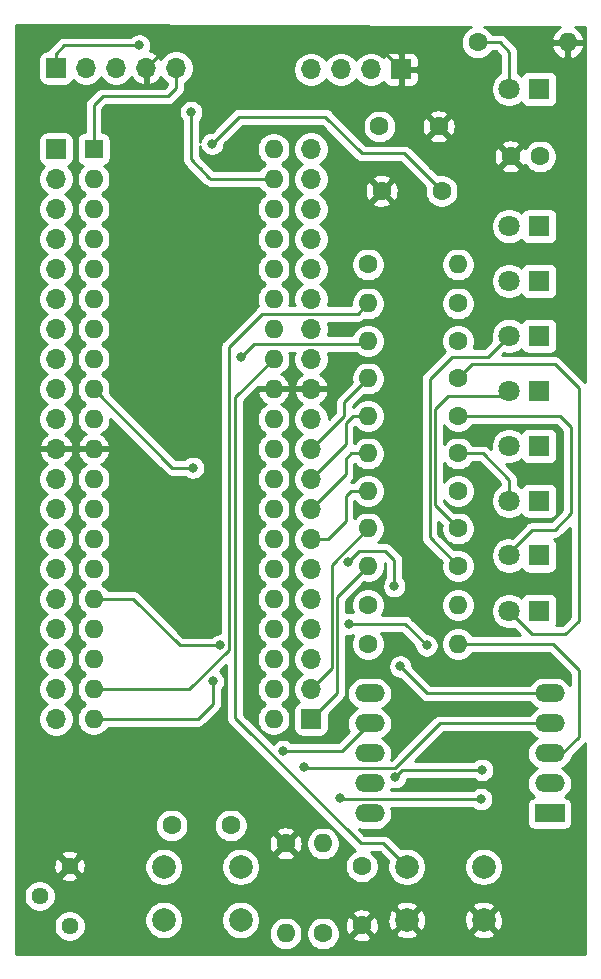
<source format=gbr>
%TF.GenerationSoftware,KiCad,Pcbnew,(5.1.7)-1*%
%TF.CreationDate,2021-01-23T22:43:50+00:00*%
%TF.ProjectId,Projeto1,50726f6a-6574-46f3-912e-6b696361645f,rev?*%
%TF.SameCoordinates,Original*%
%TF.FileFunction,Copper,L1,Top*%
%TF.FilePolarity,Positive*%
%FSLAX46Y46*%
G04 Gerber Fmt 4.6, Leading zero omitted, Abs format (unit mm)*
G04 Created by KiCad (PCBNEW (5.1.7)-1) date 2021-01-23 22:43:50*
%MOMM*%
%LPD*%
G01*
G04 APERTURE LIST*
%TA.AperFunction,ComponentPad*%
%ADD10O,1.700000X1.700000*%
%TD*%
%TA.AperFunction,ComponentPad*%
%ADD11R,1.700000X1.700000*%
%TD*%
%TA.AperFunction,ComponentPad*%
%ADD12O,1.600000X1.600000*%
%TD*%
%TA.AperFunction,ComponentPad*%
%ADD13R,1.600000X1.600000*%
%TD*%
%TA.AperFunction,ComponentPad*%
%ADD14C,1.800000*%
%TD*%
%TA.AperFunction,ComponentPad*%
%ADD15R,1.800000X1.800000*%
%TD*%
%TA.AperFunction,ComponentPad*%
%ADD16C,1.600000*%
%TD*%
%TA.AperFunction,ComponentPad*%
%ADD17R,2.524000X1.524000*%
%TD*%
%TA.AperFunction,ComponentPad*%
%ADD18O,2.524000X1.524000*%
%TD*%
%TA.AperFunction,ComponentPad*%
%ADD19C,1.440000*%
%TD*%
%TA.AperFunction,ComponentPad*%
%ADD20C,2.000000*%
%TD*%
%TA.AperFunction,ViaPad*%
%ADD21C,0.800000*%
%TD*%
%TA.AperFunction,Conductor*%
%ADD22C,0.250000*%
%TD*%
%TA.AperFunction,Conductor*%
%ADD23C,0.254000*%
%TD*%
%TA.AperFunction,Conductor*%
%ADD24C,0.100000*%
%TD*%
G04 APERTURE END LIST*
D10*
%TO.P,J1,5*%
%TO.N,/1*%
X128270000Y-74168000D03*
%TO.P,J1,4*%
%TO.N,VCC*%
X125730000Y-74168000D03*
%TO.P,J1,3*%
%TO.N,GNDREF*%
X123190000Y-74168000D03*
%TO.P,J1,2*%
%TO.N,/40*%
X120650000Y-74168000D03*
D11*
%TO.P,J1,1*%
%TO.N,/39*%
X118110000Y-74168000D03*
%TD*%
D10*
%TO.P,J4,20*%
%TO.N,/20*%
X118110000Y-129286000D03*
%TO.P,J4,19*%
%TO.N,/19*%
X118110000Y-126746000D03*
%TO.P,J4,18*%
%TO.N,/18*%
X118110000Y-124206000D03*
%TO.P,J4,17*%
%TO.N,/17*%
X118110000Y-121666000D03*
%TO.P,J4,16*%
%TO.N,/16*%
X118110000Y-119126000D03*
%TO.P,J4,15*%
%TO.N,/15*%
X118110000Y-116586000D03*
%TO.P,J4,14*%
%TO.N,/14*%
X118110000Y-114046000D03*
%TO.P,J4,13*%
%TO.N,/13*%
X118110000Y-111506000D03*
%TO.P,J4,12*%
%TO.N,GNDREF*%
X118110000Y-108966000D03*
%TO.P,J4,11*%
%TO.N,VCC*%
X118110000Y-106426000D03*
%TO.P,J4,10*%
%TO.N,/10*%
X118110000Y-103886000D03*
%TO.P,J4,9*%
%TO.N,/9*%
X118110000Y-101346000D03*
%TO.P,J4,8*%
%TO.N,/8*%
X118110000Y-98806000D03*
%TO.P,J4,7*%
%TO.N,/7*%
X118110000Y-96266000D03*
%TO.P,J4,6*%
%TO.N,/6*%
X118110000Y-93726000D03*
%TO.P,J4,5*%
%TO.N,/5*%
X118110000Y-91186000D03*
%TO.P,J4,4*%
%TO.N,/4*%
X118110000Y-88646000D03*
%TO.P,J4,3*%
%TO.N,/3*%
X118110000Y-86106000D03*
%TO.P,J4,2*%
%TO.N,/2*%
X118110000Y-83566000D03*
D11*
%TO.P,J4,1*%
%TO.N,/1*%
X118110000Y-81026000D03*
%TD*%
D12*
%TO.P,PIC18F4580,40*%
%TO.N,/40*%
X136525000Y-81026000D03*
%TO.P,PIC18F4580,20*%
%TO.N,/20*%
X121285000Y-129286000D03*
%TO.P,PIC18F4580,39*%
%TO.N,/39*%
X136525000Y-83566000D03*
%TO.P,PIC18F4580,19*%
%TO.N,/19*%
X121285000Y-126746000D03*
%TO.P,PIC18F4580,38*%
%TO.N,/38*%
X136525000Y-86106000D03*
%TO.P,PIC18F4580,18*%
%TO.N,/18*%
X121285000Y-124206000D03*
%TO.P,PIC18F4580,37*%
%TO.N,/37*%
X136525000Y-88646000D03*
%TO.P,PIC18F4580,17*%
%TO.N,/17*%
X121285000Y-121666000D03*
%TO.P,PIC18F4580,36*%
%TO.N,/36*%
X136525000Y-91186000D03*
%TO.P,PIC18F4580,16*%
%TO.N,/16*%
X121285000Y-119126000D03*
%TO.P,PIC18F4580,35*%
%TO.N,/35*%
X136525000Y-93726000D03*
%TO.P,PIC18F4580,15*%
%TO.N,/15*%
X121285000Y-116586000D03*
%TO.P,PIC18F4580,34*%
%TO.N,/34*%
X136525000Y-96266000D03*
%TO.P,PIC18F4580,14*%
%TO.N,/14*%
X121285000Y-114046000D03*
%TO.P,PIC18F4580,33*%
%TO.N,/33*%
X136525000Y-98806000D03*
%TO.P,PIC18F4580,13*%
%TO.N,/13*%
X121285000Y-111506000D03*
%TO.P,PIC18F4580,32*%
%TO.N,VCC*%
X136525000Y-101346000D03*
%TO.P,PIC18F4580,12*%
%TO.N,GNDREF*%
X121285000Y-108966000D03*
%TO.P,PIC18F4580,31*%
X136525000Y-103886000D03*
%TO.P,PIC18F4580,11*%
%TO.N,VCC*%
X121285000Y-106426000D03*
%TO.P,PIC18F4580,30*%
%TO.N,/30*%
X136525000Y-106426000D03*
%TO.P,PIC18F4580,10*%
%TO.N,/10*%
X121285000Y-103886000D03*
%TO.P,PIC18F4580,29*%
%TO.N,/29*%
X136525000Y-108966000D03*
%TO.P,PIC18F4580,9*%
%TO.N,/9*%
X121285000Y-101346000D03*
%TO.P,PIC18F4580,28*%
%TO.N,/28*%
X136525000Y-111506000D03*
%TO.P,PIC18F4580,8*%
%TO.N,/8*%
X121285000Y-98806000D03*
%TO.P,PIC18F4580,27*%
%TO.N,/27*%
X136525000Y-114046000D03*
%TO.P,PIC18F4580,7*%
%TO.N,/7*%
X121285000Y-96266000D03*
%TO.P,PIC18F4580,26*%
%TO.N,/26*%
X136525000Y-116586000D03*
%TO.P,PIC18F4580,6*%
%TO.N,/6*%
X121285000Y-93726000D03*
%TO.P,PIC18F4580,25*%
%TO.N,/25*%
X136525000Y-119126000D03*
%TO.P,PIC18F4580,5*%
%TO.N,/5*%
X121285000Y-91186000D03*
%TO.P,PIC18F4580,24*%
%TO.N,/24*%
X136525000Y-121666000D03*
%TO.P,PIC18F4580,4*%
%TO.N,/4*%
X121285000Y-88646000D03*
%TO.P,PIC18F4580,23*%
%TO.N,/23*%
X136525000Y-124206000D03*
%TO.P,PIC18F4580,3*%
%TO.N,/3*%
X121285000Y-86106000D03*
%TO.P,PIC18F4580,22*%
%TO.N,/22*%
X136525000Y-126746000D03*
%TO.P,PIC18F4580,2*%
%TO.N,/2*%
X121285000Y-83566000D03*
%TO.P,PIC18F4580,21*%
%TO.N,/21*%
X136525000Y-129286000D03*
D13*
%TO.P,PIC18F4580,1*%
%TO.N,/1*%
X121285000Y-81026000D03*
%TD*%
D14*
%TO.P,D9,2*%
%TO.N,Net-(D9-Pad2)*%
X156464000Y-75946000D03*
D15*
%TO.P,D9,1*%
%TO.N,GNDREF*%
X159004000Y-75946000D03*
%TD*%
D16*
%TO.P,R14,2*%
%TO.N,/3*%
X150749000Y-84582000D03*
%TO.P,R14,1*%
%TO.N,VCC*%
X145669000Y-84582000D03*
%TD*%
D12*
%TO.P,R15,2*%
%TO.N,/3*%
X152146000Y-90805000D03*
D16*
%TO.P,R15,1*%
%TO.N,GNDREF*%
X144526000Y-90805000D03*
%TD*%
D12*
%TO.P,R13,2*%
%TO.N,Net-(AFF1-Pad3)*%
X152146000Y-122936000D03*
D16*
%TO.P,R13,1*%
%TO.N,GNDREF*%
X144526000Y-122936000D03*
%TD*%
D12*
%TO.P,R12,2*%
%TO.N,Net-(AFF1-Pad8)*%
X152146000Y-119634000D03*
D16*
%TO.P,R12,1*%
%TO.N,GNDREF*%
X144526000Y-119634000D03*
%TD*%
D12*
%TO.P,R10,2*%
%TO.N,/1*%
X137541000Y-147447000D03*
D16*
%TO.P,R10,1*%
%TO.N,VCC*%
X137541000Y-139827000D03*
%TD*%
D12*
%TO.P,R9,2*%
%TO.N,GNDREF*%
X140716000Y-139827000D03*
D16*
%TO.P,R9,1*%
%TO.N,/33*%
X140716000Y-147447000D03*
%TD*%
D17*
%TO.P,AFF1,1*%
%TO.N,/23*%
X159893000Y-137287000D03*
D18*
%TO.P,AFF1,2*%
%TO.N,/18*%
X159893000Y-134747000D03*
%TO.P,AFF1,3*%
%TO.N,Net-(AFF1-Pad3)*%
X159893000Y-132207000D03*
%TO.P,AFF1,4*%
%TO.N,/17*%
X159893000Y-129667000D03*
%TO.P,AFF1,5*%
%TO.N,/9*%
X159893000Y-127127000D03*
%TO.P,AFF1,6*%
%TO.N,/16*%
X144653000Y-127127000D03*
%TO.P,AFF1,7*%
%TO.N,/15*%
X144653000Y-129667000D03*
%TO.P,AFF1,8*%
%TO.N,Net-(AFF1-Pad8)*%
X144653000Y-132207000D03*
%TO.P,AFF1,9*%
%TO.N,/24*%
X144653000Y-134747000D03*
%TO.P,AFF1,10*%
%TO.N,/8*%
X144653000Y-137287000D03*
%TD*%
D12*
%TO.P,R11,2*%
%TO.N,VCC*%
X161417000Y-72009000D03*
D16*
%TO.P,R11,1*%
%TO.N,Net-(D9-Pad2)*%
X153797000Y-72009000D03*
%TD*%
D19*
%TO.P,RV1,1*%
%TO.N,VCC*%
X119253000Y-141732000D03*
%TO.P,RV1,2*%
%TO.N,/2*%
X116713000Y-144272000D03*
%TO.P,RV1,3*%
%TO.N,GNDREF*%
X119253000Y-146812000D03*
%TD*%
D16*
%TO.P,C5,2*%
%TO.N,GNDREF*%
X159091000Y-81661000D03*
%TO.P,C5,1*%
%TO.N,VCC*%
X156591000Y-81661000D03*
%TD*%
D20*
%TO.P,Bot\u00E3o1,1*%
%TO.N,VCC*%
X147805000Y-146307000D03*
%TO.P,Bot\u00E3o1,2*%
%TO.N,/33*%
X147805000Y-141807000D03*
%TO.P,Bot\u00E3o1,1*%
%TO.N,VCC*%
X154305000Y-146307000D03*
%TO.P,Bot\u00E3o1,2*%
%TO.N,/33*%
X154305000Y-141807000D03*
%TD*%
%TO.P,RESET1,1*%
%TO.N,GNDREF*%
X127231000Y-146304000D03*
%TO.P,RESET1,2*%
%TO.N,/1*%
X127231000Y-141804000D03*
%TO.P,RESET1,1*%
%TO.N,GNDREF*%
X133731000Y-146304000D03*
%TO.P,RESET1,2*%
%TO.N,/1*%
X133731000Y-141804000D03*
%TD*%
D10*
%TO.P,J3,20*%
%TO.N,/40*%
X139700000Y-81026000D03*
%TO.P,J3,19*%
%TO.N,/39*%
X139700000Y-83566000D03*
%TO.P,J3,18*%
%TO.N,/38*%
X139700000Y-86106000D03*
%TO.P,J3,17*%
%TO.N,/37*%
X139700000Y-88646000D03*
%TO.P,J3,16*%
%TO.N,/36*%
X139700000Y-91186000D03*
%TO.P,J3,15*%
%TO.N,/35*%
X139700000Y-93726000D03*
%TO.P,J3,14*%
%TO.N,/34*%
X139700000Y-96266000D03*
%TO.P,J3,13*%
%TO.N,/33*%
X139700000Y-98806000D03*
%TO.P,J3,12*%
%TO.N,VCC*%
X139700000Y-101346000D03*
%TO.P,J3,11*%
%TO.N,GNDREF*%
X139700000Y-103886000D03*
%TO.P,J3,10*%
%TO.N,/30*%
X139700000Y-106426000D03*
%TO.P,J3,9*%
%TO.N,/29*%
X139700000Y-108966000D03*
%TO.P,J3,8*%
%TO.N,/28*%
X139700000Y-111506000D03*
%TO.P,J3,7*%
%TO.N,/27*%
X139700000Y-114046000D03*
%TO.P,J3,6*%
%TO.N,/26*%
X139700000Y-116586000D03*
%TO.P,J3,5*%
%TO.N,/25*%
X139700000Y-119126000D03*
%TO.P,J3,4*%
%TO.N,/24*%
X139700000Y-121666000D03*
%TO.P,J3,3*%
%TO.N,/23*%
X139700000Y-124206000D03*
%TO.P,J3,2*%
%TO.N,/22*%
X139700000Y-126746000D03*
D11*
%TO.P,J3,1*%
%TO.N,/21*%
X139700000Y-129286000D03*
%TD*%
D10*
%TO.P,J2,4*%
%TO.N,GNDREF*%
X139700000Y-74295000D03*
%TO.P,J2,3*%
%TO.N,/25*%
X142240000Y-74295000D03*
%TO.P,J2,2*%
%TO.N,/26*%
X144780000Y-74295000D03*
D11*
%TO.P,J2,1*%
%TO.N,VCC*%
X147320000Y-74295000D03*
%TD*%
D14*
%TO.P,D8,2*%
%TO.N,Net-(D8-Pad2)*%
X156464000Y-120142000D03*
D15*
%TO.P,D8,1*%
%TO.N,GNDREF*%
X159004000Y-120142000D03*
%TD*%
D14*
%TO.P,D7,2*%
%TO.N,Net-(D7-Pad2)*%
X156464000Y-115443000D03*
D15*
%TO.P,D7,1*%
%TO.N,GNDREF*%
X159004000Y-115443000D03*
%TD*%
D14*
%TO.P,D6,2*%
%TO.N,Net-(D6-Pad2)*%
X156464000Y-110808000D03*
D15*
%TO.P,D6,1*%
%TO.N,GNDREF*%
X159004000Y-110808000D03*
%TD*%
D14*
%TO.P,D5,2*%
%TO.N,Net-(D5-Pad2)*%
X156464000Y-106172000D03*
D15*
%TO.P,D5,1*%
%TO.N,GNDREF*%
X159004000Y-106172000D03*
%TD*%
D14*
%TO.P,D4,2*%
%TO.N,Net-(D4-Pad2)*%
X156464000Y-101536000D03*
D15*
%TO.P,D4,1*%
%TO.N,GNDREF*%
X159004000Y-101536000D03*
%TD*%
D14*
%TO.P,D3,2*%
%TO.N,Net-(D3-Pad2)*%
X156464000Y-96837500D03*
D15*
%TO.P,D3,1*%
%TO.N,GNDREF*%
X159004000Y-96837500D03*
%TD*%
D14*
%TO.P,D2,2*%
%TO.N,Net-(D2-Pad2)*%
X156464000Y-92202000D03*
D15*
%TO.P,D2,1*%
%TO.N,GNDREF*%
X159004000Y-92202000D03*
%TD*%
D14*
%TO.P,D1,2*%
%TO.N,Net-(D1-Pad2)*%
X156464000Y-87566500D03*
D15*
%TO.P,D1,1*%
%TO.N,GNDREF*%
X159004000Y-87566500D03*
%TD*%
D16*
%TO.P,C3,2*%
%TO.N,GNDREF*%
X145495000Y-79121000D03*
%TO.P,C3,1*%
%TO.N,VCC*%
X150495000Y-79121000D03*
%TD*%
D12*
%TO.P,R8,2*%
%TO.N,/30*%
X144526000Y-100457000D03*
D16*
%TO.P,R8,1*%
%TO.N,Net-(D8-Pad2)*%
X152146000Y-100457000D03*
%TD*%
D12*
%TO.P,R7,2*%
%TO.N,/29*%
X144526000Y-103632000D03*
D16*
%TO.P,R7,1*%
%TO.N,Net-(D7-Pad2)*%
X152146000Y-103632000D03*
%TD*%
D12*
%TO.P,R6,2*%
%TO.N,/28*%
X144526000Y-106807000D03*
D16*
%TO.P,R6,1*%
%TO.N,Net-(D6-Pad2)*%
X152146000Y-106807000D03*
%TD*%
D12*
%TO.P,R5,2*%
%TO.N,/27*%
X144526000Y-109982000D03*
D16*
%TO.P,R5,1*%
%TO.N,Net-(D5-Pad2)*%
X152146000Y-109982000D03*
%TD*%
D12*
%TO.P,R4,2*%
%TO.N,/22*%
X144526000Y-113157000D03*
D16*
%TO.P,R4,1*%
%TO.N,Net-(D4-Pad2)*%
X152146000Y-113157000D03*
%TD*%
D12*
%TO.P,R3,2*%
%TO.N,/21*%
X144526000Y-116332000D03*
D16*
%TO.P,R3,1*%
%TO.N,Net-(D3-Pad2)*%
X152146000Y-116332000D03*
%TD*%
D12*
%TO.P,R2,2*%
%TO.N,/20*%
X144526000Y-97282000D03*
D16*
%TO.P,R2,1*%
%TO.N,Net-(D2-Pad2)*%
X152146000Y-97282000D03*
%TD*%
D12*
%TO.P,R1,2*%
%TO.N,/19*%
X144526000Y-94107000D03*
D16*
%TO.P,R1,1*%
%TO.N,Net-(D1-Pad2)*%
X152146000Y-94107000D03*
%TD*%
%TO.P,C1,2*%
%TO.N,GNDREF*%
X132889000Y-138303000D03*
%TO.P,C1,1*%
%TO.N,/1*%
X127889000Y-138303000D03*
%TD*%
%TO.P,C2,2*%
%TO.N,VCC*%
X143987520Y-146759940D03*
%TO.P,C2,1*%
%TO.N,/33*%
X143987520Y-141759940D03*
%TD*%
D21*
%TO.N,/20*%
X133794500Y-98615500D03*
X131381500Y-126111000D03*
%TO.N,/18*%
X154114500Y-136080500D03*
X142113000Y-136017000D03*
%TO.N,/17*%
X139128500Y-133350000D03*
%TO.N,/16*%
X132016500Y-123063000D03*
%TO.N,/15*%
X137350500Y-132016500D03*
%TO.N,/9*%
X147256500Y-124841000D03*
X142843510Y-115955653D03*
X129693510Y-108013500D03*
X146748500Y-118046500D03*
%TO.N,/3*%
X131318000Y-80581500D03*
%TO.N,/39*%
X129540000Y-77914500D03*
X125158500Y-72263000D03*
%TO.N,/24*%
X149479000Y-123063000D03*
X142938500Y-121221500D03*
%TO.N,/23*%
X154178000Y-133604000D03*
X146812000Y-134202000D03*
%TD*%
D22*
%TO.N,Net-(D3-Pad2)*%
X149733000Y-113919000D02*
X152146000Y-116332000D01*
X149733000Y-100520500D02*
X149733000Y-113919000D01*
X151638000Y-98615500D02*
X149733000Y-100520500D01*
X154686000Y-98615500D02*
X151638000Y-98615500D01*
X156464000Y-96837500D02*
X154686000Y-98615500D01*
%TO.N,Net-(D4-Pad2)*%
X156082500Y-101917500D02*
X156464000Y-101536000D01*
X151320500Y-101917500D02*
X156082500Y-101917500D01*
X150183010Y-103054990D02*
X151320500Y-101917500D01*
X150183010Y-111194010D02*
X150183010Y-103054990D01*
X152146000Y-113157000D02*
X150183010Y-111194010D01*
%TO.N,Net-(D6-Pad2)*%
X156464000Y-109029500D02*
X156464000Y-110808000D01*
X154241500Y-106807000D02*
X156464000Y-109029500D01*
X152146000Y-106807000D02*
X154241500Y-106807000D01*
%TO.N,Net-(D7-Pad2)*%
X156464000Y-115252500D02*
X156464000Y-115443000D01*
X158432500Y-113284000D02*
X156464000Y-115252500D01*
X160337500Y-113284000D02*
X158432500Y-113284000D01*
X161734500Y-104584500D02*
X161734500Y-111887000D01*
X161734500Y-111887000D02*
X160337500Y-113284000D01*
X160782000Y-103632000D02*
X161734500Y-104584500D01*
X152146000Y-103632000D02*
X160782000Y-103632000D01*
%TO.N,Net-(D8-Pad2)*%
X158432500Y-122110500D02*
X156464000Y-120142000D01*
X161226500Y-122110500D02*
X158432500Y-122110500D01*
X162369500Y-120967500D02*
X161226500Y-122110500D01*
X160337500Y-99250500D02*
X162369500Y-101282500D01*
X153352500Y-99250500D02*
X160337500Y-99250500D01*
X162369500Y-101282500D02*
X162369500Y-120967500D01*
X152146000Y-100457000D02*
X153352500Y-99250500D01*
%TO.N,/1*%
X121285000Y-77343000D02*
X121285000Y-81026000D01*
X122047000Y-76581000D02*
X121285000Y-77343000D01*
X127571500Y-76581000D02*
X122047000Y-76581000D01*
X128270000Y-75882500D02*
X127571500Y-76581000D01*
X128270000Y-74168000D02*
X128270000Y-75882500D01*
%TO.N,/20*%
X130111500Y-129286000D02*
X121285000Y-129286000D01*
X131381500Y-128016000D02*
X130111500Y-129286000D01*
X131381500Y-126111000D02*
X131381500Y-128016000D01*
X134874000Y-97536000D02*
X133794500Y-98615500D01*
X144272000Y-97536000D02*
X134874000Y-97536000D01*
X144526000Y-97282000D02*
X144272000Y-97536000D01*
%TO.N,/19*%
X129406502Y-126746000D02*
X121285000Y-126746000D01*
X132741501Y-123411001D02*
X129406502Y-126746000D01*
X132741501Y-97826999D02*
X132741501Y-123411001D01*
X135572500Y-94996000D02*
X132741501Y-97826999D01*
X143637000Y-94996000D02*
X135572500Y-94996000D01*
X144526000Y-94107000D02*
X143637000Y-94996000D01*
%TO.N,/18*%
X142176500Y-136080500D02*
X142113000Y-136017000D01*
X154114500Y-136080500D02*
X142176500Y-136080500D01*
%TO.N,/17*%
X139255500Y-133477000D02*
X139128500Y-133350000D01*
X146812000Y-133477000D02*
X139255500Y-133477000D01*
X150622000Y-129667000D02*
X146812000Y-133477000D01*
X159893000Y-129667000D02*
X150622000Y-129667000D01*
%TO.N,/16*%
X121285000Y-119126000D02*
X124650500Y-119126000D01*
X128587500Y-123063000D02*
X132016500Y-123063000D01*
X124650500Y-119126000D02*
X128587500Y-123063000D01*
%TO.N,/15*%
X142303500Y-132016500D02*
X137350500Y-132016500D01*
X144653000Y-129667000D02*
X142303500Y-132016500D01*
%TO.N,/9*%
X159893000Y-127127000D02*
X149542500Y-127127000D01*
X149542500Y-127127000D02*
X147256500Y-124841000D01*
X121285000Y-101346000D02*
X127952500Y-108013500D01*
X127952500Y-108013500D02*
X129693510Y-108013500D01*
X146748500Y-118046500D02*
X146748500Y-115824000D01*
X146748500Y-115824000D02*
X145986500Y-115062000D01*
X145986500Y-115062000D02*
X143737163Y-115062000D01*
X143737163Y-115062000D02*
X142843510Y-115955653D01*
%TO.N,/3*%
X133604000Y-78295500D02*
X131318000Y-80581500D01*
X140906500Y-78295500D02*
X133604000Y-78295500D01*
X144018000Y-81407000D02*
X140906500Y-78295500D01*
X147574000Y-81407000D02*
X144018000Y-81407000D01*
X150749000Y-84582000D02*
X147574000Y-81407000D01*
%TO.N,/33*%
X133286500Y-102044500D02*
X136525000Y-98806000D01*
X143891000Y-139827000D02*
X133286500Y-129222500D01*
X145825000Y-139827000D02*
X143891000Y-139827000D01*
X133286500Y-129222500D02*
X133286500Y-102044500D01*
X147805000Y-141807000D02*
X145825000Y-139827000D01*
%TO.N,/39*%
X131191000Y-83566000D02*
X136525000Y-83566000D01*
X129540000Y-77914500D02*
X129540000Y-81915000D01*
X131095750Y-83470750D02*
X131191000Y-83566000D01*
X129540000Y-81915000D02*
X131095750Y-83470750D01*
X130302000Y-82677000D02*
X131095750Y-83470750D01*
X118110000Y-72961500D02*
X118110000Y-74168000D01*
X118808500Y-72263000D02*
X118110000Y-72961500D01*
X125158500Y-72263000D02*
X118808500Y-72263000D01*
%TO.N,/30*%
X144526000Y-100457000D02*
X142494000Y-102489000D01*
X142494000Y-103632000D02*
X139700000Y-106426000D01*
X142494000Y-102489000D02*
X142494000Y-103632000D01*
%TO.N,/29*%
X142621000Y-106045000D02*
X139700000Y-108966000D01*
X142621000Y-104267000D02*
X142621000Y-106045000D01*
X143256000Y-103632000D02*
X142621000Y-104267000D01*
X144526000Y-103632000D02*
X143256000Y-103632000D01*
%TO.N,/28*%
X142621000Y-108585000D02*
X139700000Y-111506000D01*
X143065500Y-106807000D02*
X142621000Y-107251500D01*
X142621000Y-107251500D02*
X142621000Y-108585000D01*
X144526000Y-106807000D02*
X143065500Y-106807000D01*
%TO.N,/27*%
X142621000Y-112522000D02*
X141097000Y-114046000D01*
X142621000Y-110426500D02*
X142621000Y-112522000D01*
X141097000Y-114046000D02*
X139700000Y-114046000D01*
X143065500Y-109982000D02*
X142621000Y-110426500D01*
X144526000Y-109982000D02*
X143065500Y-109982000D01*
%TO.N,/24*%
X149479000Y-123063000D02*
X147637500Y-121221500D01*
X147637500Y-121221500D02*
X142938500Y-121221500D01*
%TO.N,/23*%
X147410000Y-133604000D02*
X146812000Y-134202000D01*
X154178000Y-133604000D02*
X147410000Y-133604000D01*
%TO.N,/22*%
X144526000Y-113157000D02*
X141445988Y-116237012D01*
X141445988Y-116237012D02*
X141445988Y-125000012D01*
X141445988Y-125000012D02*
X139700000Y-126746000D01*
%TO.N,/21*%
X141895999Y-118962001D02*
X141895999Y-127090001D01*
X144526000Y-116332000D02*
X141895999Y-118962001D01*
X141895999Y-127090001D02*
X139700000Y-129286000D01*
%TO.N,VCC*%
X128651000Y-71247000D02*
X125730000Y-74168000D01*
X144272000Y-71247000D02*
X128651000Y-71247000D01*
X147320000Y-74295000D02*
X144272000Y-71247000D01*
%TO.N,Net-(D9-Pad2)*%
X155658820Y-72009000D02*
X153797000Y-72009000D01*
X156464000Y-72814180D02*
X155658820Y-72009000D01*
X156464000Y-75946000D02*
X156464000Y-72814180D01*
%TO.N,Net-(AFF1-Pad3)*%
X159893000Y-132207000D02*
X160972500Y-132207000D01*
X160972500Y-132207000D02*
X162369500Y-130810000D01*
X162369500Y-130810000D02*
X162369500Y-125158500D01*
X160147000Y-122936000D02*
X152146000Y-122936000D01*
X162369500Y-125158500D02*
X160147000Y-122936000D01*
%TD*%
D23*
%TO.N,VCC*%
X153237470Y-70687533D02*
X153117273Y-70737320D01*
X152882241Y-70894363D01*
X152682363Y-71094241D01*
X152525320Y-71329273D01*
X152417147Y-71590426D01*
X152362000Y-71867665D01*
X152362000Y-72150335D01*
X152417147Y-72427574D01*
X152525320Y-72688727D01*
X152682363Y-72923759D01*
X152882241Y-73123637D01*
X153117273Y-73280680D01*
X153378426Y-73388853D01*
X153655665Y-73444000D01*
X153938335Y-73444000D01*
X154215574Y-73388853D01*
X154476727Y-73280680D01*
X154711759Y-73123637D01*
X154911637Y-72923759D01*
X155015043Y-72769000D01*
X155344018Y-72769000D01*
X155704001Y-73128983D01*
X155704000Y-74607687D01*
X155485495Y-74753688D01*
X155271688Y-74967495D01*
X155103701Y-75218905D01*
X154987989Y-75498257D01*
X154929000Y-75794816D01*
X154929000Y-76097184D01*
X154987989Y-76393743D01*
X155103701Y-76673095D01*
X155271688Y-76924505D01*
X155485495Y-77138312D01*
X155736905Y-77306299D01*
X156016257Y-77422011D01*
X156312816Y-77481000D01*
X156615184Y-77481000D01*
X156911743Y-77422011D01*
X157191095Y-77306299D01*
X157442505Y-77138312D01*
X157508944Y-77071873D01*
X157514498Y-77090180D01*
X157573463Y-77200494D01*
X157652815Y-77297185D01*
X157749506Y-77376537D01*
X157859820Y-77435502D01*
X157979518Y-77471812D01*
X158104000Y-77484072D01*
X159904000Y-77484072D01*
X160028482Y-77471812D01*
X160148180Y-77435502D01*
X160258494Y-77376537D01*
X160355185Y-77297185D01*
X160434537Y-77200494D01*
X160493502Y-77090180D01*
X160529812Y-76970482D01*
X160542072Y-76846000D01*
X160542072Y-75046000D01*
X160529812Y-74921518D01*
X160493502Y-74801820D01*
X160434537Y-74691506D01*
X160355185Y-74594815D01*
X160258494Y-74515463D01*
X160148180Y-74456498D01*
X160028482Y-74420188D01*
X159904000Y-74407928D01*
X158104000Y-74407928D01*
X157979518Y-74420188D01*
X157859820Y-74456498D01*
X157749506Y-74515463D01*
X157652815Y-74594815D01*
X157573463Y-74691506D01*
X157514498Y-74801820D01*
X157508944Y-74820127D01*
X157442505Y-74753688D01*
X157224000Y-74607687D01*
X157224000Y-72851502D01*
X157227676Y-72814179D01*
X157224000Y-72776856D01*
X157224000Y-72776847D01*
X157213003Y-72665194D01*
X157169546Y-72521933D01*
X157098974Y-72389904D01*
X157072823Y-72358039D01*
X160025096Y-72358039D01*
X160065754Y-72492087D01*
X160185963Y-72746420D01*
X160353481Y-72972414D01*
X160561869Y-73161385D01*
X160803119Y-73306070D01*
X161067960Y-73400909D01*
X161290000Y-73279624D01*
X161290000Y-72136000D01*
X161544000Y-72136000D01*
X161544000Y-73279624D01*
X161766040Y-73400909D01*
X162030881Y-73306070D01*
X162272131Y-73161385D01*
X162480519Y-72972414D01*
X162648037Y-72746420D01*
X162768246Y-72492087D01*
X162808904Y-72358039D01*
X162686915Y-72136000D01*
X161544000Y-72136000D01*
X161290000Y-72136000D01*
X160147085Y-72136000D01*
X160025096Y-72358039D01*
X157072823Y-72358039D01*
X157027799Y-72303176D01*
X157027795Y-72303172D01*
X157004001Y-72274179D01*
X156975008Y-72250385D01*
X156222623Y-71498002D01*
X156198821Y-71468999D01*
X156083096Y-71374026D01*
X155951067Y-71303454D01*
X155807806Y-71259997D01*
X155696153Y-71249000D01*
X155696142Y-71249000D01*
X155658820Y-71245324D01*
X155621498Y-71249000D01*
X155015043Y-71249000D01*
X154911637Y-71094241D01*
X154711759Y-70894363D01*
X154476727Y-70737320D01*
X154370856Y-70693467D01*
X160777971Y-70727012D01*
X160561869Y-70856615D01*
X160353481Y-71045586D01*
X160185963Y-71271580D01*
X160065754Y-71525913D01*
X160025096Y-71659961D01*
X160147085Y-71882000D01*
X161290000Y-71882000D01*
X161290000Y-71862000D01*
X161544000Y-71862000D01*
X161544000Y-71882000D01*
X162686915Y-71882000D01*
X162808904Y-71659961D01*
X162768246Y-71525913D01*
X162648037Y-71271580D01*
X162480519Y-71045586D01*
X162272131Y-70856615D01*
X162067285Y-70733763D01*
X162916000Y-70738206D01*
X162916000Y-100750419D01*
X162909501Y-100742499D01*
X162880504Y-100718702D01*
X160901304Y-98739503D01*
X160877501Y-98710499D01*
X160761776Y-98615526D01*
X160629747Y-98544954D01*
X160486486Y-98501497D01*
X160374833Y-98490500D01*
X160374822Y-98490500D01*
X160337500Y-98486824D01*
X160300178Y-98490500D01*
X155885801Y-98490500D01*
X156055070Y-98321231D01*
X156312816Y-98372500D01*
X156615184Y-98372500D01*
X156911743Y-98313511D01*
X157191095Y-98197799D01*
X157442505Y-98029812D01*
X157508944Y-97963373D01*
X157514498Y-97981680D01*
X157573463Y-98091994D01*
X157652815Y-98188685D01*
X157749506Y-98268037D01*
X157859820Y-98327002D01*
X157979518Y-98363312D01*
X158104000Y-98375572D01*
X159904000Y-98375572D01*
X160028482Y-98363312D01*
X160148180Y-98327002D01*
X160258494Y-98268037D01*
X160355185Y-98188685D01*
X160434537Y-98091994D01*
X160493502Y-97981680D01*
X160529812Y-97861982D01*
X160542072Y-97737500D01*
X160542072Y-95937500D01*
X160529812Y-95813018D01*
X160493502Y-95693320D01*
X160434537Y-95583006D01*
X160355185Y-95486315D01*
X160258494Y-95406963D01*
X160148180Y-95347998D01*
X160028482Y-95311688D01*
X159904000Y-95299428D01*
X158104000Y-95299428D01*
X157979518Y-95311688D01*
X157859820Y-95347998D01*
X157749506Y-95406963D01*
X157652815Y-95486315D01*
X157573463Y-95583006D01*
X157514498Y-95693320D01*
X157508944Y-95711627D01*
X157442505Y-95645188D01*
X157191095Y-95477201D01*
X156911743Y-95361489D01*
X156615184Y-95302500D01*
X156312816Y-95302500D01*
X156016257Y-95361489D01*
X155736905Y-95477201D01*
X155485495Y-95645188D01*
X155271688Y-95858995D01*
X155103701Y-96110405D01*
X154987989Y-96389757D01*
X154929000Y-96686316D01*
X154929000Y-96988684D01*
X154980269Y-97246430D01*
X154371199Y-97855500D01*
X153461681Y-97855500D01*
X153525853Y-97700574D01*
X153581000Y-97423335D01*
X153581000Y-97140665D01*
X153525853Y-96863426D01*
X153417680Y-96602273D01*
X153260637Y-96367241D01*
X153060759Y-96167363D01*
X152825727Y-96010320D01*
X152564574Y-95902147D01*
X152287335Y-95847000D01*
X152004665Y-95847000D01*
X151727426Y-95902147D01*
X151466273Y-96010320D01*
X151231241Y-96167363D01*
X151031363Y-96367241D01*
X150874320Y-96602273D01*
X150766147Y-96863426D01*
X150711000Y-97140665D01*
X150711000Y-97423335D01*
X150766147Y-97700574D01*
X150874320Y-97961727D01*
X151011567Y-98167131D01*
X149222003Y-99956696D01*
X149192999Y-99980499D01*
X149145460Y-100038426D01*
X149098026Y-100096224D01*
X149050673Y-100184815D01*
X149027454Y-100228254D01*
X148983997Y-100371515D01*
X148973000Y-100483168D01*
X148973000Y-100483178D01*
X148969324Y-100520500D01*
X148973000Y-100557822D01*
X148973001Y-113881668D01*
X148969324Y-113919000D01*
X148973001Y-113956333D01*
X148980553Y-114033003D01*
X148983998Y-114067985D01*
X149027454Y-114211246D01*
X149098026Y-114343276D01*
X149168116Y-114428680D01*
X149193000Y-114459001D01*
X149221998Y-114482799D01*
X150747312Y-116008114D01*
X150711000Y-116190665D01*
X150711000Y-116473335D01*
X150766147Y-116750574D01*
X150874320Y-117011727D01*
X151031363Y-117246759D01*
X151231241Y-117446637D01*
X151466273Y-117603680D01*
X151727426Y-117711853D01*
X152004665Y-117767000D01*
X152287335Y-117767000D01*
X152564574Y-117711853D01*
X152825727Y-117603680D01*
X153060759Y-117446637D01*
X153260637Y-117246759D01*
X153417680Y-117011727D01*
X153525853Y-116750574D01*
X153581000Y-116473335D01*
X153581000Y-116190665D01*
X153525853Y-115913426D01*
X153417680Y-115652273D01*
X153260637Y-115417241D01*
X153060759Y-115217363D01*
X152825727Y-115060320D01*
X152564574Y-114952147D01*
X152287335Y-114897000D01*
X152004665Y-114897000D01*
X151822114Y-114933312D01*
X150493000Y-113604199D01*
X150493000Y-112578801D01*
X150747312Y-112833114D01*
X150711000Y-113015665D01*
X150711000Y-113298335D01*
X150766147Y-113575574D01*
X150874320Y-113836727D01*
X151031363Y-114071759D01*
X151231241Y-114271637D01*
X151466273Y-114428680D01*
X151727426Y-114536853D01*
X152004665Y-114592000D01*
X152287335Y-114592000D01*
X152564574Y-114536853D01*
X152825727Y-114428680D01*
X153060759Y-114271637D01*
X153260637Y-114071759D01*
X153417680Y-113836727D01*
X153525853Y-113575574D01*
X153581000Y-113298335D01*
X153581000Y-113015665D01*
X153525853Y-112738426D01*
X153417680Y-112477273D01*
X153260637Y-112242241D01*
X153060759Y-112042363D01*
X152825727Y-111885320D01*
X152564574Y-111777147D01*
X152287335Y-111722000D01*
X152004665Y-111722000D01*
X151822114Y-111758312D01*
X150943010Y-110879209D01*
X150943010Y-110764529D01*
X151031363Y-110896759D01*
X151231241Y-111096637D01*
X151466273Y-111253680D01*
X151727426Y-111361853D01*
X152004665Y-111417000D01*
X152287335Y-111417000D01*
X152564574Y-111361853D01*
X152825727Y-111253680D01*
X153060759Y-111096637D01*
X153260637Y-110896759D01*
X153417680Y-110661727D01*
X153525853Y-110400574D01*
X153581000Y-110123335D01*
X153581000Y-109840665D01*
X153525853Y-109563426D01*
X153417680Y-109302273D01*
X153260637Y-109067241D01*
X153060759Y-108867363D01*
X152825727Y-108710320D01*
X152564574Y-108602147D01*
X152287335Y-108547000D01*
X152004665Y-108547000D01*
X151727426Y-108602147D01*
X151466273Y-108710320D01*
X151231241Y-108867363D01*
X151031363Y-109067241D01*
X150943010Y-109199471D01*
X150943010Y-107589529D01*
X151031363Y-107721759D01*
X151231241Y-107921637D01*
X151466273Y-108078680D01*
X151727426Y-108186853D01*
X152004665Y-108242000D01*
X152287335Y-108242000D01*
X152564574Y-108186853D01*
X152825727Y-108078680D01*
X153060759Y-107921637D01*
X153260637Y-107721759D01*
X153364043Y-107567000D01*
X153926699Y-107567000D01*
X155704000Y-109344302D01*
X155704000Y-109469687D01*
X155485495Y-109615688D01*
X155271688Y-109829495D01*
X155103701Y-110080905D01*
X154987989Y-110360257D01*
X154929000Y-110656816D01*
X154929000Y-110959184D01*
X154987989Y-111255743D01*
X155103701Y-111535095D01*
X155271688Y-111786505D01*
X155485495Y-112000312D01*
X155736905Y-112168299D01*
X156016257Y-112284011D01*
X156312816Y-112343000D01*
X156615184Y-112343000D01*
X156911743Y-112284011D01*
X157191095Y-112168299D01*
X157442505Y-112000312D01*
X157508944Y-111933873D01*
X157514498Y-111952180D01*
X157573463Y-112062494D01*
X157652815Y-112159185D01*
X157749506Y-112238537D01*
X157859820Y-112297502D01*
X157979518Y-112333812D01*
X158104000Y-112346072D01*
X159904000Y-112346072D01*
X160028482Y-112333812D01*
X160148180Y-112297502D01*
X160258494Y-112238537D01*
X160355185Y-112159185D01*
X160434537Y-112062494D01*
X160493502Y-111952180D01*
X160529812Y-111832482D01*
X160542072Y-111708000D01*
X160542072Y-109908000D01*
X160529812Y-109783518D01*
X160493502Y-109663820D01*
X160434537Y-109553506D01*
X160355185Y-109456815D01*
X160258494Y-109377463D01*
X160148180Y-109318498D01*
X160028482Y-109282188D01*
X159904000Y-109269928D01*
X158104000Y-109269928D01*
X157979518Y-109282188D01*
X157859820Y-109318498D01*
X157749506Y-109377463D01*
X157652815Y-109456815D01*
X157573463Y-109553506D01*
X157514498Y-109663820D01*
X157508944Y-109682127D01*
X157442505Y-109615688D01*
X157224000Y-109469687D01*
X157224000Y-109066825D01*
X157227676Y-109029500D01*
X157224000Y-108992175D01*
X157224000Y-108992167D01*
X157213003Y-108880514D01*
X157169546Y-108737253D01*
X157098974Y-108605224D01*
X157004001Y-108489499D01*
X156975004Y-108465702D01*
X156192337Y-107683035D01*
X156312816Y-107707000D01*
X156615184Y-107707000D01*
X156911743Y-107648011D01*
X157191095Y-107532299D01*
X157442505Y-107364312D01*
X157508944Y-107297873D01*
X157514498Y-107316180D01*
X157573463Y-107426494D01*
X157652815Y-107523185D01*
X157749506Y-107602537D01*
X157859820Y-107661502D01*
X157979518Y-107697812D01*
X158104000Y-107710072D01*
X159904000Y-107710072D01*
X160028482Y-107697812D01*
X160148180Y-107661502D01*
X160258494Y-107602537D01*
X160355185Y-107523185D01*
X160434537Y-107426494D01*
X160493502Y-107316180D01*
X160529812Y-107196482D01*
X160542072Y-107072000D01*
X160542072Y-105272000D01*
X160529812Y-105147518D01*
X160493502Y-105027820D01*
X160434537Y-104917506D01*
X160355185Y-104820815D01*
X160258494Y-104741463D01*
X160148180Y-104682498D01*
X160028482Y-104646188D01*
X159904000Y-104633928D01*
X158104000Y-104633928D01*
X157979518Y-104646188D01*
X157859820Y-104682498D01*
X157749506Y-104741463D01*
X157652815Y-104820815D01*
X157573463Y-104917506D01*
X157514498Y-105027820D01*
X157508944Y-105046127D01*
X157442505Y-104979688D01*
X157191095Y-104811701D01*
X156911743Y-104695989D01*
X156615184Y-104637000D01*
X156312816Y-104637000D01*
X156016257Y-104695989D01*
X155736905Y-104811701D01*
X155485495Y-104979688D01*
X155271688Y-105193495D01*
X155103701Y-105444905D01*
X154987989Y-105724257D01*
X154929000Y-106020816D01*
X154929000Y-106323184D01*
X154952965Y-106443664D01*
X154805304Y-106296003D01*
X154781501Y-106266999D01*
X154665776Y-106172026D01*
X154533747Y-106101454D01*
X154390486Y-106057997D01*
X154278833Y-106047000D01*
X154278822Y-106047000D01*
X154241500Y-106043324D01*
X154204178Y-106047000D01*
X153364043Y-106047000D01*
X153260637Y-105892241D01*
X153060759Y-105692363D01*
X152825727Y-105535320D01*
X152564574Y-105427147D01*
X152287335Y-105372000D01*
X152004665Y-105372000D01*
X151727426Y-105427147D01*
X151466273Y-105535320D01*
X151231241Y-105692363D01*
X151031363Y-105892241D01*
X150943010Y-106024471D01*
X150943010Y-104414529D01*
X151031363Y-104546759D01*
X151231241Y-104746637D01*
X151466273Y-104903680D01*
X151727426Y-105011853D01*
X152004665Y-105067000D01*
X152287335Y-105067000D01*
X152564574Y-105011853D01*
X152825727Y-104903680D01*
X153060759Y-104746637D01*
X153260637Y-104546759D01*
X153364043Y-104392000D01*
X160467199Y-104392000D01*
X160974500Y-104899303D01*
X160974501Y-111572197D01*
X160022699Y-112524000D01*
X158469822Y-112524000D01*
X158432499Y-112520324D01*
X158395176Y-112524000D01*
X158395167Y-112524000D01*
X158283514Y-112534997D01*
X158140253Y-112578454D01*
X158008224Y-112649026D01*
X158008222Y-112649027D01*
X158008223Y-112649027D01*
X157921496Y-112720201D01*
X157921492Y-112720205D01*
X157892499Y-112743999D01*
X157868705Y-112772992D01*
X156714035Y-113927663D01*
X156615184Y-113908000D01*
X156312816Y-113908000D01*
X156016257Y-113966989D01*
X155736905Y-114082701D01*
X155485495Y-114250688D01*
X155271688Y-114464495D01*
X155103701Y-114715905D01*
X154987989Y-114995257D01*
X154929000Y-115291816D01*
X154929000Y-115594184D01*
X154987989Y-115890743D01*
X155103701Y-116170095D01*
X155271688Y-116421505D01*
X155485495Y-116635312D01*
X155736905Y-116803299D01*
X156016257Y-116919011D01*
X156312816Y-116978000D01*
X156615184Y-116978000D01*
X156911743Y-116919011D01*
X157191095Y-116803299D01*
X157442505Y-116635312D01*
X157508944Y-116568873D01*
X157514498Y-116587180D01*
X157573463Y-116697494D01*
X157652815Y-116794185D01*
X157749506Y-116873537D01*
X157859820Y-116932502D01*
X157979518Y-116968812D01*
X158104000Y-116981072D01*
X159904000Y-116981072D01*
X160028482Y-116968812D01*
X160148180Y-116932502D01*
X160258494Y-116873537D01*
X160355185Y-116794185D01*
X160434537Y-116697494D01*
X160493502Y-116587180D01*
X160529812Y-116467482D01*
X160542072Y-116343000D01*
X160542072Y-114543000D01*
X160529812Y-114418518D01*
X160493502Y-114298820D01*
X160434537Y-114188506D01*
X160355185Y-114091815D01*
X160296922Y-114044000D01*
X160300178Y-114044000D01*
X160337500Y-114047676D01*
X160374822Y-114044000D01*
X160374833Y-114044000D01*
X160486486Y-114033003D01*
X160629747Y-113989546D01*
X160761776Y-113918974D01*
X160877501Y-113824001D01*
X160901304Y-113794997D01*
X161609501Y-113086801D01*
X161609501Y-120652697D01*
X160911699Y-121350500D01*
X160459122Y-121350500D01*
X160493502Y-121286180D01*
X160529812Y-121166482D01*
X160542072Y-121042000D01*
X160542072Y-119242000D01*
X160529812Y-119117518D01*
X160493502Y-118997820D01*
X160434537Y-118887506D01*
X160355185Y-118790815D01*
X160258494Y-118711463D01*
X160148180Y-118652498D01*
X160028482Y-118616188D01*
X159904000Y-118603928D01*
X158104000Y-118603928D01*
X157979518Y-118616188D01*
X157859820Y-118652498D01*
X157749506Y-118711463D01*
X157652815Y-118790815D01*
X157573463Y-118887506D01*
X157514498Y-118997820D01*
X157508944Y-119016127D01*
X157442505Y-118949688D01*
X157191095Y-118781701D01*
X156911743Y-118665989D01*
X156615184Y-118607000D01*
X156312816Y-118607000D01*
X156016257Y-118665989D01*
X155736905Y-118781701D01*
X155485495Y-118949688D01*
X155271688Y-119163495D01*
X155103701Y-119414905D01*
X154987989Y-119694257D01*
X154929000Y-119990816D01*
X154929000Y-120293184D01*
X154987989Y-120589743D01*
X155103701Y-120869095D01*
X155271688Y-121120505D01*
X155485495Y-121334312D01*
X155736905Y-121502299D01*
X156016257Y-121618011D01*
X156312816Y-121677000D01*
X156615184Y-121677000D01*
X156872929Y-121625731D01*
X157423197Y-122176000D01*
X153364043Y-122176000D01*
X153260637Y-122021241D01*
X153060759Y-121821363D01*
X152825727Y-121664320D01*
X152564574Y-121556147D01*
X152287335Y-121501000D01*
X152004665Y-121501000D01*
X151727426Y-121556147D01*
X151466273Y-121664320D01*
X151231241Y-121821363D01*
X151031363Y-122021241D01*
X150874320Y-122256273D01*
X150766147Y-122517426D01*
X150711000Y-122794665D01*
X150711000Y-123077335D01*
X150766147Y-123354574D01*
X150874320Y-123615727D01*
X151031363Y-123850759D01*
X151231241Y-124050637D01*
X151466273Y-124207680D01*
X151727426Y-124315853D01*
X152004665Y-124371000D01*
X152287335Y-124371000D01*
X152564574Y-124315853D01*
X152825727Y-124207680D01*
X153060759Y-124050637D01*
X153260637Y-123850759D01*
X153364043Y-123696000D01*
X159832199Y-123696000D01*
X161609501Y-125473303D01*
X161609501Y-126439380D01*
X161560183Y-126347113D01*
X161385608Y-126134392D01*
X161172887Y-125959817D01*
X160930195Y-125830096D01*
X160666860Y-125750214D01*
X160461625Y-125730000D01*
X159324375Y-125730000D01*
X159119140Y-125750214D01*
X158855805Y-125830096D01*
X158613113Y-125959817D01*
X158400392Y-126134392D01*
X158225817Y-126347113D01*
X158215187Y-126367000D01*
X149857302Y-126367000D01*
X148291500Y-124801199D01*
X148291500Y-124739061D01*
X148251726Y-124539102D01*
X148173705Y-124350744D01*
X148060437Y-124181226D01*
X147916274Y-124037063D01*
X147746756Y-123923795D01*
X147558398Y-123845774D01*
X147358439Y-123806000D01*
X147154561Y-123806000D01*
X146954602Y-123845774D01*
X146766244Y-123923795D01*
X146596726Y-124037063D01*
X146452563Y-124181226D01*
X146339295Y-124350744D01*
X146261274Y-124539102D01*
X146221500Y-124739061D01*
X146221500Y-124942939D01*
X146261274Y-125142898D01*
X146339295Y-125331256D01*
X146452563Y-125500774D01*
X146596726Y-125644937D01*
X146766244Y-125758205D01*
X146954602Y-125836226D01*
X147154561Y-125876000D01*
X147216699Y-125876000D01*
X148978701Y-127638003D01*
X149002499Y-127667001D01*
X149118224Y-127761974D01*
X149250253Y-127832546D01*
X149393514Y-127876003D01*
X149505167Y-127887000D01*
X149505176Y-127887000D01*
X149542499Y-127890676D01*
X149579822Y-127887000D01*
X158215187Y-127887000D01*
X158225817Y-127906887D01*
X158400392Y-128119608D01*
X158613113Y-128294183D01*
X158805471Y-128397000D01*
X158613113Y-128499817D01*
X158400392Y-128674392D01*
X158225817Y-128887113D01*
X158215187Y-128907000D01*
X150659325Y-128907000D01*
X150622000Y-128903324D01*
X150584675Y-128907000D01*
X150584667Y-128907000D01*
X150473014Y-128917997D01*
X150329753Y-128961454D01*
X150197724Y-129032026D01*
X150081999Y-129126999D01*
X150058201Y-129155997D01*
X146497199Y-132717000D01*
X146458154Y-132717000D01*
X146529786Y-132480860D01*
X146556759Y-132207000D01*
X146529786Y-131933140D01*
X146449904Y-131669805D01*
X146320183Y-131427113D01*
X146145608Y-131214392D01*
X145932887Y-131039817D01*
X145740529Y-130937000D01*
X145932887Y-130834183D01*
X146145608Y-130659608D01*
X146320183Y-130446887D01*
X146449904Y-130204195D01*
X146529786Y-129940860D01*
X146556759Y-129667000D01*
X146529786Y-129393140D01*
X146449904Y-129129805D01*
X146320183Y-128887113D01*
X146145608Y-128674392D01*
X145932887Y-128499817D01*
X145740529Y-128397000D01*
X145932887Y-128294183D01*
X146145608Y-128119608D01*
X146320183Y-127906887D01*
X146449904Y-127664195D01*
X146529786Y-127400860D01*
X146556759Y-127127000D01*
X146529786Y-126853140D01*
X146449904Y-126589805D01*
X146320183Y-126347113D01*
X146145608Y-126134392D01*
X145932887Y-125959817D01*
X145690195Y-125830096D01*
X145426860Y-125750214D01*
X145221625Y-125730000D01*
X144084375Y-125730000D01*
X143879140Y-125750214D01*
X143615805Y-125830096D01*
X143373113Y-125959817D01*
X143160392Y-126134392D01*
X142985817Y-126347113D01*
X142856096Y-126589805D01*
X142776214Y-126853140D01*
X142749241Y-127127000D01*
X142776214Y-127400860D01*
X142856096Y-127664195D01*
X142985817Y-127906887D01*
X143160392Y-128119608D01*
X143373113Y-128294183D01*
X143565471Y-128397000D01*
X143373113Y-128499817D01*
X143160392Y-128674392D01*
X142985817Y-128887113D01*
X142856096Y-129129805D01*
X142776214Y-129393140D01*
X142749241Y-129667000D01*
X142776214Y-129940860D01*
X142856096Y-130204195D01*
X142920504Y-130324694D01*
X141988699Y-131256500D01*
X138054211Y-131256500D01*
X138010274Y-131212563D01*
X137840756Y-131099295D01*
X137652398Y-131021274D01*
X137452439Y-130981500D01*
X137248561Y-130981500D01*
X137048602Y-131021274D01*
X136860244Y-131099295D01*
X136690726Y-131212563D01*
X136546563Y-131356726D01*
X136526121Y-131387320D01*
X134046500Y-128907699D01*
X134046500Y-103744665D01*
X135090000Y-103744665D01*
X135090000Y-104027335D01*
X135145147Y-104304574D01*
X135253320Y-104565727D01*
X135410363Y-104800759D01*
X135610241Y-105000637D01*
X135842759Y-105156000D01*
X135610241Y-105311363D01*
X135410363Y-105511241D01*
X135253320Y-105746273D01*
X135145147Y-106007426D01*
X135090000Y-106284665D01*
X135090000Y-106567335D01*
X135145147Y-106844574D01*
X135253320Y-107105727D01*
X135410363Y-107340759D01*
X135610241Y-107540637D01*
X135842759Y-107696000D01*
X135610241Y-107851363D01*
X135410363Y-108051241D01*
X135253320Y-108286273D01*
X135145147Y-108547426D01*
X135090000Y-108824665D01*
X135090000Y-109107335D01*
X135145147Y-109384574D01*
X135253320Y-109645727D01*
X135410363Y-109880759D01*
X135610241Y-110080637D01*
X135842759Y-110236000D01*
X135610241Y-110391363D01*
X135410363Y-110591241D01*
X135253320Y-110826273D01*
X135145147Y-111087426D01*
X135090000Y-111364665D01*
X135090000Y-111647335D01*
X135145147Y-111924574D01*
X135253320Y-112185727D01*
X135410363Y-112420759D01*
X135610241Y-112620637D01*
X135842759Y-112776000D01*
X135610241Y-112931363D01*
X135410363Y-113131241D01*
X135253320Y-113366273D01*
X135145147Y-113627426D01*
X135090000Y-113904665D01*
X135090000Y-114187335D01*
X135145147Y-114464574D01*
X135253320Y-114725727D01*
X135410363Y-114960759D01*
X135610241Y-115160637D01*
X135842759Y-115316000D01*
X135610241Y-115471363D01*
X135410363Y-115671241D01*
X135253320Y-115906273D01*
X135145147Y-116167426D01*
X135090000Y-116444665D01*
X135090000Y-116727335D01*
X135145147Y-117004574D01*
X135253320Y-117265727D01*
X135410363Y-117500759D01*
X135610241Y-117700637D01*
X135842759Y-117856000D01*
X135610241Y-118011363D01*
X135410363Y-118211241D01*
X135253320Y-118446273D01*
X135145147Y-118707426D01*
X135090000Y-118984665D01*
X135090000Y-119267335D01*
X135145147Y-119544574D01*
X135253320Y-119805727D01*
X135410363Y-120040759D01*
X135610241Y-120240637D01*
X135842759Y-120396000D01*
X135610241Y-120551363D01*
X135410363Y-120751241D01*
X135253320Y-120986273D01*
X135145147Y-121247426D01*
X135090000Y-121524665D01*
X135090000Y-121807335D01*
X135145147Y-122084574D01*
X135253320Y-122345727D01*
X135410363Y-122580759D01*
X135610241Y-122780637D01*
X135842759Y-122936000D01*
X135610241Y-123091363D01*
X135410363Y-123291241D01*
X135253320Y-123526273D01*
X135145147Y-123787426D01*
X135090000Y-124064665D01*
X135090000Y-124347335D01*
X135145147Y-124624574D01*
X135253320Y-124885727D01*
X135410363Y-125120759D01*
X135610241Y-125320637D01*
X135842759Y-125476000D01*
X135610241Y-125631363D01*
X135410363Y-125831241D01*
X135253320Y-126066273D01*
X135145147Y-126327426D01*
X135090000Y-126604665D01*
X135090000Y-126887335D01*
X135145147Y-127164574D01*
X135253320Y-127425727D01*
X135410363Y-127660759D01*
X135610241Y-127860637D01*
X135842759Y-128016000D01*
X135610241Y-128171363D01*
X135410363Y-128371241D01*
X135253320Y-128606273D01*
X135145147Y-128867426D01*
X135090000Y-129144665D01*
X135090000Y-129427335D01*
X135145147Y-129704574D01*
X135253320Y-129965727D01*
X135410363Y-130200759D01*
X135610241Y-130400637D01*
X135845273Y-130557680D01*
X136106426Y-130665853D01*
X136383665Y-130721000D01*
X136666335Y-130721000D01*
X136943574Y-130665853D01*
X137204727Y-130557680D01*
X137439759Y-130400637D01*
X137639637Y-130200759D01*
X137796680Y-129965727D01*
X137904853Y-129704574D01*
X137960000Y-129427335D01*
X137960000Y-129144665D01*
X137904853Y-128867426D01*
X137796680Y-128606273D01*
X137682908Y-128436000D01*
X138211928Y-128436000D01*
X138211928Y-130136000D01*
X138224188Y-130260482D01*
X138260498Y-130380180D01*
X138319463Y-130490494D01*
X138398815Y-130587185D01*
X138495506Y-130666537D01*
X138605820Y-130725502D01*
X138725518Y-130761812D01*
X138850000Y-130774072D01*
X140550000Y-130774072D01*
X140674482Y-130761812D01*
X140794180Y-130725502D01*
X140904494Y-130666537D01*
X141001185Y-130587185D01*
X141080537Y-130490494D01*
X141139502Y-130380180D01*
X141175812Y-130260482D01*
X141188072Y-130136000D01*
X141188072Y-128872729D01*
X142407002Y-127653800D01*
X142436000Y-127630002D01*
X142530973Y-127514277D01*
X142601545Y-127382248D01*
X142645002Y-127238987D01*
X142655999Y-127127334D01*
X142659676Y-127090001D01*
X142655999Y-127052668D01*
X142655999Y-122220584D01*
X142836561Y-122256500D01*
X143040439Y-122256500D01*
X143240398Y-122216726D01*
X143296184Y-122193618D01*
X143254320Y-122256273D01*
X143146147Y-122517426D01*
X143091000Y-122794665D01*
X143091000Y-123077335D01*
X143146147Y-123354574D01*
X143254320Y-123615727D01*
X143411363Y-123850759D01*
X143611241Y-124050637D01*
X143846273Y-124207680D01*
X144107426Y-124315853D01*
X144384665Y-124371000D01*
X144667335Y-124371000D01*
X144944574Y-124315853D01*
X145205727Y-124207680D01*
X145440759Y-124050637D01*
X145640637Y-123850759D01*
X145797680Y-123615727D01*
X145905853Y-123354574D01*
X145961000Y-123077335D01*
X145961000Y-122794665D01*
X145905853Y-122517426D01*
X145797680Y-122256273D01*
X145640637Y-122021241D01*
X145600896Y-121981500D01*
X147322699Y-121981500D01*
X148444000Y-123102802D01*
X148444000Y-123164939D01*
X148483774Y-123364898D01*
X148561795Y-123553256D01*
X148675063Y-123722774D01*
X148819226Y-123866937D01*
X148988744Y-123980205D01*
X149177102Y-124058226D01*
X149377061Y-124098000D01*
X149580939Y-124098000D01*
X149780898Y-124058226D01*
X149969256Y-123980205D01*
X150138774Y-123866937D01*
X150282937Y-123722774D01*
X150396205Y-123553256D01*
X150474226Y-123364898D01*
X150514000Y-123164939D01*
X150514000Y-122961061D01*
X150474226Y-122761102D01*
X150396205Y-122572744D01*
X150282937Y-122403226D01*
X150138774Y-122259063D01*
X149969256Y-122145795D01*
X149780898Y-122067774D01*
X149580939Y-122028000D01*
X149518802Y-122028000D01*
X148201304Y-120710503D01*
X148177501Y-120681499D01*
X148061776Y-120586526D01*
X147929747Y-120515954D01*
X147786486Y-120472497D01*
X147674833Y-120461500D01*
X147674822Y-120461500D01*
X147637500Y-120457824D01*
X147600178Y-120461500D01*
X145698941Y-120461500D01*
X145797680Y-120313727D01*
X145905853Y-120052574D01*
X145961000Y-119775335D01*
X145961000Y-119492665D01*
X150711000Y-119492665D01*
X150711000Y-119775335D01*
X150766147Y-120052574D01*
X150874320Y-120313727D01*
X151031363Y-120548759D01*
X151231241Y-120748637D01*
X151466273Y-120905680D01*
X151727426Y-121013853D01*
X152004665Y-121069000D01*
X152287335Y-121069000D01*
X152564574Y-121013853D01*
X152825727Y-120905680D01*
X153060759Y-120748637D01*
X153260637Y-120548759D01*
X153417680Y-120313727D01*
X153525853Y-120052574D01*
X153581000Y-119775335D01*
X153581000Y-119492665D01*
X153525853Y-119215426D01*
X153417680Y-118954273D01*
X153260637Y-118719241D01*
X153060759Y-118519363D01*
X152825727Y-118362320D01*
X152564574Y-118254147D01*
X152287335Y-118199000D01*
X152004665Y-118199000D01*
X151727426Y-118254147D01*
X151466273Y-118362320D01*
X151231241Y-118519363D01*
X151031363Y-118719241D01*
X150874320Y-118954273D01*
X150766147Y-119215426D01*
X150711000Y-119492665D01*
X145961000Y-119492665D01*
X145905853Y-119215426D01*
X145797680Y-118954273D01*
X145640637Y-118719241D01*
X145440759Y-118519363D01*
X145205727Y-118362320D01*
X144944574Y-118254147D01*
X144667335Y-118199000D01*
X144384665Y-118199000D01*
X144107426Y-118254147D01*
X143846273Y-118362320D01*
X143611241Y-118519363D01*
X143411363Y-118719241D01*
X143254320Y-118954273D01*
X143146147Y-119215426D01*
X143091000Y-119492665D01*
X143091000Y-119775335D01*
X143146147Y-120052574D01*
X143216093Y-120221440D01*
X143040439Y-120186500D01*
X142836561Y-120186500D01*
X142655999Y-120222416D01*
X142655999Y-119276802D01*
X144202114Y-117730688D01*
X144384665Y-117767000D01*
X144667335Y-117767000D01*
X144944574Y-117711853D01*
X145205727Y-117603680D01*
X145440759Y-117446637D01*
X145640637Y-117246759D01*
X145797680Y-117011727D01*
X145905853Y-116750574D01*
X145961000Y-116473335D01*
X145961000Y-116190665D01*
X145941294Y-116091595D01*
X145988501Y-116138803D01*
X145988500Y-117342789D01*
X145944563Y-117386726D01*
X145831295Y-117556244D01*
X145753274Y-117744602D01*
X145713500Y-117944561D01*
X145713500Y-118148439D01*
X145753274Y-118348398D01*
X145831295Y-118536756D01*
X145944563Y-118706274D01*
X146088726Y-118850437D01*
X146258244Y-118963705D01*
X146446602Y-119041726D01*
X146646561Y-119081500D01*
X146850439Y-119081500D01*
X147050398Y-119041726D01*
X147238756Y-118963705D01*
X147408274Y-118850437D01*
X147552437Y-118706274D01*
X147665705Y-118536756D01*
X147743726Y-118348398D01*
X147783500Y-118148439D01*
X147783500Y-117944561D01*
X147743726Y-117744602D01*
X147665705Y-117556244D01*
X147552437Y-117386726D01*
X147508500Y-117342789D01*
X147508500Y-115861325D01*
X147512176Y-115824000D01*
X147508500Y-115786675D01*
X147508500Y-115786667D01*
X147497503Y-115675014D01*
X147454046Y-115531753D01*
X147383474Y-115399724D01*
X147288501Y-115283999D01*
X147259502Y-115260201D01*
X146550303Y-114551002D01*
X146526501Y-114521999D01*
X146410776Y-114427026D01*
X146278747Y-114356454D01*
X146135486Y-114312997D01*
X146023833Y-114302000D01*
X146023822Y-114302000D01*
X145986500Y-114298324D01*
X145949178Y-114302000D01*
X145395317Y-114302000D01*
X145440759Y-114271637D01*
X145640637Y-114071759D01*
X145797680Y-113836727D01*
X145905853Y-113575574D01*
X145961000Y-113298335D01*
X145961000Y-113015665D01*
X145905853Y-112738426D01*
X145797680Y-112477273D01*
X145640637Y-112242241D01*
X145440759Y-112042363D01*
X145205727Y-111885320D01*
X144944574Y-111777147D01*
X144667335Y-111722000D01*
X144384665Y-111722000D01*
X144107426Y-111777147D01*
X143846273Y-111885320D01*
X143611241Y-112042363D01*
X143411363Y-112242241D01*
X143381000Y-112287683D01*
X143381000Y-110851317D01*
X143411363Y-110896759D01*
X143611241Y-111096637D01*
X143846273Y-111253680D01*
X144107426Y-111361853D01*
X144384665Y-111417000D01*
X144667335Y-111417000D01*
X144944574Y-111361853D01*
X145205727Y-111253680D01*
X145440759Y-111096637D01*
X145640637Y-110896759D01*
X145797680Y-110661727D01*
X145905853Y-110400574D01*
X145961000Y-110123335D01*
X145961000Y-109840665D01*
X145905853Y-109563426D01*
X145797680Y-109302273D01*
X145640637Y-109067241D01*
X145440759Y-108867363D01*
X145205727Y-108710320D01*
X144944574Y-108602147D01*
X144667335Y-108547000D01*
X144384665Y-108547000D01*
X144107426Y-108602147D01*
X143846273Y-108710320D01*
X143611241Y-108867363D01*
X143411363Y-109067241D01*
X143307957Y-109222000D01*
X143102823Y-109222000D01*
X143065500Y-109218324D01*
X143062148Y-109218654D01*
X143132003Y-109148799D01*
X143161001Y-109125001D01*
X143255974Y-109009276D01*
X143326546Y-108877247D01*
X143370003Y-108733986D01*
X143381000Y-108622333D01*
X143381000Y-108622323D01*
X143384676Y-108585000D01*
X143381000Y-108547677D01*
X143381000Y-107676317D01*
X143411363Y-107721759D01*
X143611241Y-107921637D01*
X143846273Y-108078680D01*
X144107426Y-108186853D01*
X144384665Y-108242000D01*
X144667335Y-108242000D01*
X144944574Y-108186853D01*
X145205727Y-108078680D01*
X145440759Y-107921637D01*
X145640637Y-107721759D01*
X145797680Y-107486727D01*
X145905853Y-107225574D01*
X145961000Y-106948335D01*
X145961000Y-106665665D01*
X145905853Y-106388426D01*
X145797680Y-106127273D01*
X145640637Y-105892241D01*
X145440759Y-105692363D01*
X145205727Y-105535320D01*
X144944574Y-105427147D01*
X144667335Y-105372000D01*
X144384665Y-105372000D01*
X144107426Y-105427147D01*
X143846273Y-105535320D01*
X143611241Y-105692363D01*
X143411363Y-105892241D01*
X143381000Y-105937683D01*
X143381000Y-104581801D01*
X143413703Y-104549099D01*
X143611241Y-104746637D01*
X143846273Y-104903680D01*
X144107426Y-105011853D01*
X144384665Y-105067000D01*
X144667335Y-105067000D01*
X144944574Y-105011853D01*
X145205727Y-104903680D01*
X145440759Y-104746637D01*
X145640637Y-104546759D01*
X145797680Y-104311727D01*
X145905853Y-104050574D01*
X145961000Y-103773335D01*
X145961000Y-103490665D01*
X145905853Y-103213426D01*
X145797680Y-102952273D01*
X145640637Y-102717241D01*
X145440759Y-102517363D01*
X145205727Y-102360320D01*
X144944574Y-102252147D01*
X144667335Y-102197000D01*
X144384665Y-102197000D01*
X144107426Y-102252147D01*
X143846273Y-102360320D01*
X143611241Y-102517363D01*
X143411363Y-102717241D01*
X143307957Y-102872000D01*
X143293333Y-102872000D01*
X143256000Y-102868323D01*
X143254000Y-102868520D01*
X143254000Y-102803801D01*
X144202114Y-101855688D01*
X144384665Y-101892000D01*
X144667335Y-101892000D01*
X144944574Y-101836853D01*
X145205727Y-101728680D01*
X145440759Y-101571637D01*
X145640637Y-101371759D01*
X145797680Y-101136727D01*
X145905853Y-100875574D01*
X145961000Y-100598335D01*
X145961000Y-100315665D01*
X145905853Y-100038426D01*
X145797680Y-99777273D01*
X145640637Y-99542241D01*
X145440759Y-99342363D01*
X145205727Y-99185320D01*
X144944574Y-99077147D01*
X144667335Y-99022000D01*
X144384665Y-99022000D01*
X144107426Y-99077147D01*
X143846273Y-99185320D01*
X143611241Y-99342363D01*
X143411363Y-99542241D01*
X143254320Y-99777273D01*
X143146147Y-100038426D01*
X143091000Y-100315665D01*
X143091000Y-100598335D01*
X143127312Y-100780886D01*
X141983003Y-101925196D01*
X141953999Y-101948999D01*
X141906262Y-102007167D01*
X141859026Y-102064724D01*
X141849033Y-102083420D01*
X141788454Y-102196754D01*
X141744997Y-102340015D01*
X141734000Y-102451668D01*
X141734000Y-102451678D01*
X141730324Y-102489000D01*
X141734000Y-102526323D01*
X141734001Y-103317197D01*
X141185000Y-103866198D01*
X141185000Y-103739740D01*
X141127932Y-103452842D01*
X141015990Y-103182589D01*
X140853475Y-102939368D01*
X140646632Y-102732525D01*
X140464466Y-102610805D01*
X140581355Y-102541178D01*
X140797588Y-102346269D01*
X140971641Y-102112920D01*
X141096825Y-101850099D01*
X141141476Y-101702890D01*
X141020155Y-101473000D01*
X139827000Y-101473000D01*
X139827000Y-101493000D01*
X139573000Y-101493000D01*
X139573000Y-101473000D01*
X138379845Y-101473000D01*
X138258524Y-101702890D01*
X138303175Y-101850099D01*
X138428359Y-102112920D01*
X138602412Y-102346269D01*
X138818645Y-102541178D01*
X138935534Y-102610805D01*
X138753368Y-102732525D01*
X138546525Y-102939368D01*
X138384010Y-103182589D01*
X138272068Y-103452842D01*
X138215000Y-103739740D01*
X138215000Y-104032260D01*
X138272068Y-104319158D01*
X138384010Y-104589411D01*
X138546525Y-104832632D01*
X138753368Y-105039475D01*
X138927760Y-105156000D01*
X138753368Y-105272525D01*
X138546525Y-105479368D01*
X138384010Y-105722589D01*
X138272068Y-105992842D01*
X138215000Y-106279740D01*
X138215000Y-106572260D01*
X138272068Y-106859158D01*
X138384010Y-107129411D01*
X138546525Y-107372632D01*
X138753368Y-107579475D01*
X138927760Y-107696000D01*
X138753368Y-107812525D01*
X138546525Y-108019368D01*
X138384010Y-108262589D01*
X138272068Y-108532842D01*
X138215000Y-108819740D01*
X138215000Y-109112260D01*
X138272068Y-109399158D01*
X138384010Y-109669411D01*
X138546525Y-109912632D01*
X138753368Y-110119475D01*
X138927760Y-110236000D01*
X138753368Y-110352525D01*
X138546525Y-110559368D01*
X138384010Y-110802589D01*
X138272068Y-111072842D01*
X138215000Y-111359740D01*
X138215000Y-111652260D01*
X138272068Y-111939158D01*
X138384010Y-112209411D01*
X138546525Y-112452632D01*
X138753368Y-112659475D01*
X138927760Y-112776000D01*
X138753368Y-112892525D01*
X138546525Y-113099368D01*
X138384010Y-113342589D01*
X138272068Y-113612842D01*
X138215000Y-113899740D01*
X138215000Y-114192260D01*
X138272068Y-114479158D01*
X138384010Y-114749411D01*
X138546525Y-114992632D01*
X138753368Y-115199475D01*
X138927760Y-115316000D01*
X138753368Y-115432525D01*
X138546525Y-115639368D01*
X138384010Y-115882589D01*
X138272068Y-116152842D01*
X138215000Y-116439740D01*
X138215000Y-116732260D01*
X138272068Y-117019158D01*
X138384010Y-117289411D01*
X138546525Y-117532632D01*
X138753368Y-117739475D01*
X138927760Y-117856000D01*
X138753368Y-117972525D01*
X138546525Y-118179368D01*
X138384010Y-118422589D01*
X138272068Y-118692842D01*
X138215000Y-118979740D01*
X138215000Y-119272260D01*
X138272068Y-119559158D01*
X138384010Y-119829411D01*
X138546525Y-120072632D01*
X138753368Y-120279475D01*
X138927760Y-120396000D01*
X138753368Y-120512525D01*
X138546525Y-120719368D01*
X138384010Y-120962589D01*
X138272068Y-121232842D01*
X138215000Y-121519740D01*
X138215000Y-121812260D01*
X138272068Y-122099158D01*
X138384010Y-122369411D01*
X138546525Y-122612632D01*
X138753368Y-122819475D01*
X138927760Y-122936000D01*
X138753368Y-123052525D01*
X138546525Y-123259368D01*
X138384010Y-123502589D01*
X138272068Y-123772842D01*
X138215000Y-124059740D01*
X138215000Y-124352260D01*
X138272068Y-124639158D01*
X138384010Y-124909411D01*
X138546525Y-125152632D01*
X138753368Y-125359475D01*
X138927760Y-125476000D01*
X138753368Y-125592525D01*
X138546525Y-125799368D01*
X138384010Y-126042589D01*
X138272068Y-126312842D01*
X138215000Y-126599740D01*
X138215000Y-126892260D01*
X138272068Y-127179158D01*
X138384010Y-127449411D01*
X138546525Y-127692632D01*
X138678380Y-127824487D01*
X138605820Y-127846498D01*
X138495506Y-127905463D01*
X138398815Y-127984815D01*
X138319463Y-128081506D01*
X138260498Y-128191820D01*
X138224188Y-128311518D01*
X138211928Y-128436000D01*
X137682908Y-128436000D01*
X137639637Y-128371241D01*
X137439759Y-128171363D01*
X137207241Y-128016000D01*
X137439759Y-127860637D01*
X137639637Y-127660759D01*
X137796680Y-127425727D01*
X137904853Y-127164574D01*
X137960000Y-126887335D01*
X137960000Y-126604665D01*
X137904853Y-126327426D01*
X137796680Y-126066273D01*
X137639637Y-125831241D01*
X137439759Y-125631363D01*
X137207241Y-125476000D01*
X137439759Y-125320637D01*
X137639637Y-125120759D01*
X137796680Y-124885727D01*
X137904853Y-124624574D01*
X137960000Y-124347335D01*
X137960000Y-124064665D01*
X137904853Y-123787426D01*
X137796680Y-123526273D01*
X137639637Y-123291241D01*
X137439759Y-123091363D01*
X137207241Y-122936000D01*
X137439759Y-122780637D01*
X137639637Y-122580759D01*
X137796680Y-122345727D01*
X137904853Y-122084574D01*
X137960000Y-121807335D01*
X137960000Y-121524665D01*
X137904853Y-121247426D01*
X137796680Y-120986273D01*
X137639637Y-120751241D01*
X137439759Y-120551363D01*
X137207241Y-120396000D01*
X137439759Y-120240637D01*
X137639637Y-120040759D01*
X137796680Y-119805727D01*
X137904853Y-119544574D01*
X137960000Y-119267335D01*
X137960000Y-118984665D01*
X137904853Y-118707426D01*
X137796680Y-118446273D01*
X137639637Y-118211241D01*
X137439759Y-118011363D01*
X137207241Y-117856000D01*
X137439759Y-117700637D01*
X137639637Y-117500759D01*
X137796680Y-117265727D01*
X137904853Y-117004574D01*
X137960000Y-116727335D01*
X137960000Y-116444665D01*
X137904853Y-116167426D01*
X137796680Y-115906273D01*
X137639637Y-115671241D01*
X137439759Y-115471363D01*
X137207241Y-115316000D01*
X137439759Y-115160637D01*
X137639637Y-114960759D01*
X137796680Y-114725727D01*
X137904853Y-114464574D01*
X137960000Y-114187335D01*
X137960000Y-113904665D01*
X137904853Y-113627426D01*
X137796680Y-113366273D01*
X137639637Y-113131241D01*
X137439759Y-112931363D01*
X137207241Y-112776000D01*
X137439759Y-112620637D01*
X137639637Y-112420759D01*
X137796680Y-112185727D01*
X137904853Y-111924574D01*
X137960000Y-111647335D01*
X137960000Y-111364665D01*
X137904853Y-111087426D01*
X137796680Y-110826273D01*
X137639637Y-110591241D01*
X137439759Y-110391363D01*
X137207241Y-110236000D01*
X137439759Y-110080637D01*
X137639637Y-109880759D01*
X137796680Y-109645727D01*
X137904853Y-109384574D01*
X137960000Y-109107335D01*
X137960000Y-108824665D01*
X137904853Y-108547426D01*
X137796680Y-108286273D01*
X137639637Y-108051241D01*
X137439759Y-107851363D01*
X137207241Y-107696000D01*
X137439759Y-107540637D01*
X137639637Y-107340759D01*
X137796680Y-107105727D01*
X137904853Y-106844574D01*
X137960000Y-106567335D01*
X137960000Y-106284665D01*
X137904853Y-106007426D01*
X137796680Y-105746273D01*
X137639637Y-105511241D01*
X137439759Y-105311363D01*
X137207241Y-105156000D01*
X137439759Y-105000637D01*
X137639637Y-104800759D01*
X137796680Y-104565727D01*
X137904853Y-104304574D01*
X137960000Y-104027335D01*
X137960000Y-103744665D01*
X137904853Y-103467426D01*
X137796680Y-103206273D01*
X137639637Y-102971241D01*
X137439759Y-102771363D01*
X137204727Y-102614320D01*
X137194135Y-102609933D01*
X137380131Y-102498385D01*
X137588519Y-102309414D01*
X137756037Y-102083420D01*
X137876246Y-101829087D01*
X137916904Y-101695039D01*
X137794915Y-101473000D01*
X136652000Y-101473000D01*
X136652000Y-101493000D01*
X136398000Y-101493000D01*
X136398000Y-101473000D01*
X135255085Y-101473000D01*
X135133096Y-101695039D01*
X135173754Y-101829087D01*
X135293963Y-102083420D01*
X135461481Y-102309414D01*
X135669869Y-102498385D01*
X135855865Y-102609933D01*
X135845273Y-102614320D01*
X135610241Y-102771363D01*
X135410363Y-102971241D01*
X135253320Y-103206273D01*
X135145147Y-103467426D01*
X135090000Y-103744665D01*
X134046500Y-103744665D01*
X134046500Y-102359301D01*
X135230872Y-101174929D01*
X135255085Y-101219000D01*
X136398000Y-101219000D01*
X136398000Y-101199000D01*
X136652000Y-101199000D01*
X136652000Y-101219000D01*
X137794915Y-101219000D01*
X137916904Y-100996961D01*
X137876246Y-100862913D01*
X137756037Y-100608580D01*
X137588519Y-100382586D01*
X137380131Y-100193615D01*
X137194135Y-100082067D01*
X137204727Y-100077680D01*
X137439759Y-99920637D01*
X137639637Y-99720759D01*
X137796680Y-99485727D01*
X137904853Y-99224574D01*
X137960000Y-98947335D01*
X137960000Y-98664665D01*
X137904853Y-98387426D01*
X137866983Y-98296000D01*
X138303897Y-98296000D01*
X138272068Y-98372842D01*
X138215000Y-98659740D01*
X138215000Y-98952260D01*
X138272068Y-99239158D01*
X138384010Y-99509411D01*
X138546525Y-99752632D01*
X138753368Y-99959475D01*
X138935534Y-100081195D01*
X138818645Y-100150822D01*
X138602412Y-100345731D01*
X138428359Y-100579080D01*
X138303175Y-100841901D01*
X138258524Y-100989110D01*
X138379845Y-101219000D01*
X139573000Y-101219000D01*
X139573000Y-101199000D01*
X139827000Y-101199000D01*
X139827000Y-101219000D01*
X141020155Y-101219000D01*
X141141476Y-100989110D01*
X141096825Y-100841901D01*
X140971641Y-100579080D01*
X140797588Y-100345731D01*
X140581355Y-100150822D01*
X140464466Y-100081195D01*
X140646632Y-99959475D01*
X140853475Y-99752632D01*
X141015990Y-99509411D01*
X141127932Y-99239158D01*
X141185000Y-98952260D01*
X141185000Y-98659740D01*
X141127932Y-98372842D01*
X141096103Y-98296000D01*
X143510604Y-98296000D01*
X143611241Y-98396637D01*
X143846273Y-98553680D01*
X144107426Y-98661853D01*
X144384665Y-98717000D01*
X144667335Y-98717000D01*
X144944574Y-98661853D01*
X145205727Y-98553680D01*
X145440759Y-98396637D01*
X145640637Y-98196759D01*
X145797680Y-97961727D01*
X145905853Y-97700574D01*
X145961000Y-97423335D01*
X145961000Y-97140665D01*
X145905853Y-96863426D01*
X145797680Y-96602273D01*
X145640637Y-96367241D01*
X145440759Y-96167363D01*
X145205727Y-96010320D01*
X144944574Y-95902147D01*
X144667335Y-95847000D01*
X144384665Y-95847000D01*
X144107426Y-95902147D01*
X143846273Y-96010320D01*
X143611241Y-96167363D01*
X143411363Y-96367241D01*
X143254320Y-96602273D01*
X143182360Y-96776000D01*
X141096103Y-96776000D01*
X141127932Y-96699158D01*
X141185000Y-96412260D01*
X141185000Y-96119740D01*
X141127932Y-95832842D01*
X141096103Y-95756000D01*
X143599678Y-95756000D01*
X143637000Y-95759676D01*
X143674322Y-95756000D01*
X143674333Y-95756000D01*
X143785986Y-95745003D01*
X143929247Y-95701546D01*
X144061276Y-95630974D01*
X144177001Y-95536001D01*
X144200803Y-95506998D01*
X144202113Y-95505688D01*
X144384665Y-95542000D01*
X144667335Y-95542000D01*
X144944574Y-95486853D01*
X145205727Y-95378680D01*
X145440759Y-95221637D01*
X145640637Y-95021759D01*
X145797680Y-94786727D01*
X145905853Y-94525574D01*
X145961000Y-94248335D01*
X145961000Y-93965665D01*
X150711000Y-93965665D01*
X150711000Y-94248335D01*
X150766147Y-94525574D01*
X150874320Y-94786727D01*
X151031363Y-95021759D01*
X151231241Y-95221637D01*
X151466273Y-95378680D01*
X151727426Y-95486853D01*
X152004665Y-95542000D01*
X152287335Y-95542000D01*
X152564574Y-95486853D01*
X152825727Y-95378680D01*
X153060759Y-95221637D01*
X153260637Y-95021759D01*
X153417680Y-94786727D01*
X153525853Y-94525574D01*
X153581000Y-94248335D01*
X153581000Y-93965665D01*
X153525853Y-93688426D01*
X153417680Y-93427273D01*
X153260637Y-93192241D01*
X153060759Y-92992363D01*
X152825727Y-92835320D01*
X152564574Y-92727147D01*
X152287335Y-92672000D01*
X152004665Y-92672000D01*
X151727426Y-92727147D01*
X151466273Y-92835320D01*
X151231241Y-92992363D01*
X151031363Y-93192241D01*
X150874320Y-93427273D01*
X150766147Y-93688426D01*
X150711000Y-93965665D01*
X145961000Y-93965665D01*
X145905853Y-93688426D01*
X145797680Y-93427273D01*
X145640637Y-93192241D01*
X145440759Y-92992363D01*
X145205727Y-92835320D01*
X144944574Y-92727147D01*
X144667335Y-92672000D01*
X144384665Y-92672000D01*
X144107426Y-92727147D01*
X143846273Y-92835320D01*
X143611241Y-92992363D01*
X143411363Y-93192241D01*
X143254320Y-93427273D01*
X143146147Y-93688426D01*
X143091000Y-93965665D01*
X143091000Y-94236000D01*
X141096103Y-94236000D01*
X141127932Y-94159158D01*
X141185000Y-93872260D01*
X141185000Y-93579740D01*
X141127932Y-93292842D01*
X141015990Y-93022589D01*
X140853475Y-92779368D01*
X140646632Y-92572525D01*
X140472240Y-92456000D01*
X140646632Y-92339475D01*
X140853475Y-92132632D01*
X141015990Y-91889411D01*
X141127932Y-91619158D01*
X141185000Y-91332260D01*
X141185000Y-91039740D01*
X141127932Y-90752842D01*
X141090994Y-90663665D01*
X143091000Y-90663665D01*
X143091000Y-90946335D01*
X143146147Y-91223574D01*
X143254320Y-91484727D01*
X143411363Y-91719759D01*
X143611241Y-91919637D01*
X143846273Y-92076680D01*
X144107426Y-92184853D01*
X144384665Y-92240000D01*
X144667335Y-92240000D01*
X144944574Y-92184853D01*
X145205727Y-92076680D01*
X145440759Y-91919637D01*
X145640637Y-91719759D01*
X145797680Y-91484727D01*
X145905853Y-91223574D01*
X145961000Y-90946335D01*
X145961000Y-90663665D01*
X150711000Y-90663665D01*
X150711000Y-90946335D01*
X150766147Y-91223574D01*
X150874320Y-91484727D01*
X151031363Y-91719759D01*
X151231241Y-91919637D01*
X151466273Y-92076680D01*
X151727426Y-92184853D01*
X152004665Y-92240000D01*
X152287335Y-92240000D01*
X152564574Y-92184853D01*
X152825727Y-92076680D01*
X152864435Y-92050816D01*
X154929000Y-92050816D01*
X154929000Y-92353184D01*
X154987989Y-92649743D01*
X155103701Y-92929095D01*
X155271688Y-93180505D01*
X155485495Y-93394312D01*
X155736905Y-93562299D01*
X156016257Y-93678011D01*
X156312816Y-93737000D01*
X156615184Y-93737000D01*
X156911743Y-93678011D01*
X157191095Y-93562299D01*
X157442505Y-93394312D01*
X157508944Y-93327873D01*
X157514498Y-93346180D01*
X157573463Y-93456494D01*
X157652815Y-93553185D01*
X157749506Y-93632537D01*
X157859820Y-93691502D01*
X157979518Y-93727812D01*
X158104000Y-93740072D01*
X159904000Y-93740072D01*
X160028482Y-93727812D01*
X160148180Y-93691502D01*
X160258494Y-93632537D01*
X160355185Y-93553185D01*
X160434537Y-93456494D01*
X160493502Y-93346180D01*
X160529812Y-93226482D01*
X160542072Y-93102000D01*
X160542072Y-91302000D01*
X160529812Y-91177518D01*
X160493502Y-91057820D01*
X160434537Y-90947506D01*
X160355185Y-90850815D01*
X160258494Y-90771463D01*
X160148180Y-90712498D01*
X160028482Y-90676188D01*
X159904000Y-90663928D01*
X158104000Y-90663928D01*
X157979518Y-90676188D01*
X157859820Y-90712498D01*
X157749506Y-90771463D01*
X157652815Y-90850815D01*
X157573463Y-90947506D01*
X157514498Y-91057820D01*
X157508944Y-91076127D01*
X157442505Y-91009688D01*
X157191095Y-90841701D01*
X156911743Y-90725989D01*
X156615184Y-90667000D01*
X156312816Y-90667000D01*
X156016257Y-90725989D01*
X155736905Y-90841701D01*
X155485495Y-91009688D01*
X155271688Y-91223495D01*
X155103701Y-91474905D01*
X154987989Y-91754257D01*
X154929000Y-92050816D01*
X152864435Y-92050816D01*
X153060759Y-91919637D01*
X153260637Y-91719759D01*
X153417680Y-91484727D01*
X153525853Y-91223574D01*
X153581000Y-90946335D01*
X153581000Y-90663665D01*
X153525853Y-90386426D01*
X153417680Y-90125273D01*
X153260637Y-89890241D01*
X153060759Y-89690363D01*
X152825727Y-89533320D01*
X152564574Y-89425147D01*
X152287335Y-89370000D01*
X152004665Y-89370000D01*
X151727426Y-89425147D01*
X151466273Y-89533320D01*
X151231241Y-89690363D01*
X151031363Y-89890241D01*
X150874320Y-90125273D01*
X150766147Y-90386426D01*
X150711000Y-90663665D01*
X145961000Y-90663665D01*
X145905853Y-90386426D01*
X145797680Y-90125273D01*
X145640637Y-89890241D01*
X145440759Y-89690363D01*
X145205727Y-89533320D01*
X144944574Y-89425147D01*
X144667335Y-89370000D01*
X144384665Y-89370000D01*
X144107426Y-89425147D01*
X143846273Y-89533320D01*
X143611241Y-89690363D01*
X143411363Y-89890241D01*
X143254320Y-90125273D01*
X143146147Y-90386426D01*
X143091000Y-90663665D01*
X141090994Y-90663665D01*
X141015990Y-90482589D01*
X140853475Y-90239368D01*
X140646632Y-90032525D01*
X140472240Y-89916000D01*
X140646632Y-89799475D01*
X140853475Y-89592632D01*
X141015990Y-89349411D01*
X141127932Y-89079158D01*
X141185000Y-88792260D01*
X141185000Y-88499740D01*
X141127932Y-88212842D01*
X141015990Y-87942589D01*
X140853475Y-87699368D01*
X140646632Y-87492525D01*
X140531081Y-87415316D01*
X154929000Y-87415316D01*
X154929000Y-87717684D01*
X154987989Y-88014243D01*
X155103701Y-88293595D01*
X155271688Y-88545005D01*
X155485495Y-88758812D01*
X155736905Y-88926799D01*
X156016257Y-89042511D01*
X156312816Y-89101500D01*
X156615184Y-89101500D01*
X156911743Y-89042511D01*
X157191095Y-88926799D01*
X157442505Y-88758812D01*
X157508944Y-88692373D01*
X157514498Y-88710680D01*
X157573463Y-88820994D01*
X157652815Y-88917685D01*
X157749506Y-88997037D01*
X157859820Y-89056002D01*
X157979518Y-89092312D01*
X158104000Y-89104572D01*
X159904000Y-89104572D01*
X160028482Y-89092312D01*
X160148180Y-89056002D01*
X160258494Y-88997037D01*
X160355185Y-88917685D01*
X160434537Y-88820994D01*
X160493502Y-88710680D01*
X160529812Y-88590982D01*
X160542072Y-88466500D01*
X160542072Y-86666500D01*
X160529812Y-86542018D01*
X160493502Y-86422320D01*
X160434537Y-86312006D01*
X160355185Y-86215315D01*
X160258494Y-86135963D01*
X160148180Y-86076998D01*
X160028482Y-86040688D01*
X159904000Y-86028428D01*
X158104000Y-86028428D01*
X157979518Y-86040688D01*
X157859820Y-86076998D01*
X157749506Y-86135963D01*
X157652815Y-86215315D01*
X157573463Y-86312006D01*
X157514498Y-86422320D01*
X157508944Y-86440627D01*
X157442505Y-86374188D01*
X157191095Y-86206201D01*
X156911743Y-86090489D01*
X156615184Y-86031500D01*
X156312816Y-86031500D01*
X156016257Y-86090489D01*
X155736905Y-86206201D01*
X155485495Y-86374188D01*
X155271688Y-86587995D01*
X155103701Y-86839405D01*
X154987989Y-87118757D01*
X154929000Y-87415316D01*
X140531081Y-87415316D01*
X140472240Y-87376000D01*
X140646632Y-87259475D01*
X140853475Y-87052632D01*
X141015990Y-86809411D01*
X141127932Y-86539158D01*
X141185000Y-86252260D01*
X141185000Y-85959740D01*
X141127932Y-85672842D01*
X141087282Y-85574702D01*
X144855903Y-85574702D01*
X144927486Y-85818671D01*
X145182996Y-85939571D01*
X145457184Y-86008300D01*
X145739512Y-86022217D01*
X146019130Y-85980787D01*
X146285292Y-85885603D01*
X146410514Y-85818671D01*
X146482097Y-85574702D01*
X145669000Y-84761605D01*
X144855903Y-85574702D01*
X141087282Y-85574702D01*
X141015990Y-85402589D01*
X140853475Y-85159368D01*
X140646632Y-84952525D01*
X140472240Y-84836000D01*
X140646632Y-84719475D01*
X140713595Y-84652512D01*
X144228783Y-84652512D01*
X144270213Y-84932130D01*
X144365397Y-85198292D01*
X144432329Y-85323514D01*
X144676298Y-85395097D01*
X145489395Y-84582000D01*
X145848605Y-84582000D01*
X146661702Y-85395097D01*
X146905671Y-85323514D01*
X147026571Y-85068004D01*
X147095300Y-84793816D01*
X147109217Y-84511488D01*
X147067787Y-84231870D01*
X146972603Y-83965708D01*
X146905671Y-83840486D01*
X146661702Y-83768903D01*
X145848605Y-84582000D01*
X145489395Y-84582000D01*
X144676298Y-83768903D01*
X144432329Y-83840486D01*
X144311429Y-84095996D01*
X144242700Y-84370184D01*
X144228783Y-84652512D01*
X140713595Y-84652512D01*
X140853475Y-84512632D01*
X141015990Y-84269411D01*
X141127932Y-83999158D01*
X141185000Y-83712260D01*
X141185000Y-83589298D01*
X144855903Y-83589298D01*
X145669000Y-84402395D01*
X146482097Y-83589298D01*
X146410514Y-83345329D01*
X146155004Y-83224429D01*
X145880816Y-83155700D01*
X145598488Y-83141783D01*
X145318870Y-83183213D01*
X145052708Y-83278397D01*
X144927486Y-83345329D01*
X144855903Y-83589298D01*
X141185000Y-83589298D01*
X141185000Y-83419740D01*
X141127932Y-83132842D01*
X141015990Y-82862589D01*
X140853475Y-82619368D01*
X140646632Y-82412525D01*
X140472240Y-82296000D01*
X140646632Y-82179475D01*
X140853475Y-81972632D01*
X141015990Y-81729411D01*
X141127932Y-81459158D01*
X141185000Y-81172260D01*
X141185000Y-80879740D01*
X141127932Y-80592842D01*
X141015990Y-80322589D01*
X140853475Y-80079368D01*
X140646632Y-79872525D01*
X140403411Y-79710010D01*
X140133158Y-79598068D01*
X139846260Y-79541000D01*
X139553740Y-79541000D01*
X139266842Y-79598068D01*
X138996589Y-79710010D01*
X138753368Y-79872525D01*
X138546525Y-80079368D01*
X138384010Y-80322589D01*
X138272068Y-80592842D01*
X138215000Y-80879740D01*
X138215000Y-81172260D01*
X138272068Y-81459158D01*
X138384010Y-81729411D01*
X138546525Y-81972632D01*
X138753368Y-82179475D01*
X138927760Y-82296000D01*
X138753368Y-82412525D01*
X138546525Y-82619368D01*
X138384010Y-82862589D01*
X138272068Y-83132842D01*
X138215000Y-83419740D01*
X138215000Y-83712260D01*
X138272068Y-83999158D01*
X138384010Y-84269411D01*
X138546525Y-84512632D01*
X138753368Y-84719475D01*
X138927760Y-84836000D01*
X138753368Y-84952525D01*
X138546525Y-85159368D01*
X138384010Y-85402589D01*
X138272068Y-85672842D01*
X138215000Y-85959740D01*
X138215000Y-86252260D01*
X138272068Y-86539158D01*
X138384010Y-86809411D01*
X138546525Y-87052632D01*
X138753368Y-87259475D01*
X138927760Y-87376000D01*
X138753368Y-87492525D01*
X138546525Y-87699368D01*
X138384010Y-87942589D01*
X138272068Y-88212842D01*
X138215000Y-88499740D01*
X138215000Y-88792260D01*
X138272068Y-89079158D01*
X138384010Y-89349411D01*
X138546525Y-89592632D01*
X138753368Y-89799475D01*
X138927760Y-89916000D01*
X138753368Y-90032525D01*
X138546525Y-90239368D01*
X138384010Y-90482589D01*
X138272068Y-90752842D01*
X138215000Y-91039740D01*
X138215000Y-91332260D01*
X138272068Y-91619158D01*
X138384010Y-91889411D01*
X138546525Y-92132632D01*
X138753368Y-92339475D01*
X138927760Y-92456000D01*
X138753368Y-92572525D01*
X138546525Y-92779368D01*
X138384010Y-93022589D01*
X138272068Y-93292842D01*
X138215000Y-93579740D01*
X138215000Y-93872260D01*
X138272068Y-94159158D01*
X138303897Y-94236000D01*
X137866983Y-94236000D01*
X137904853Y-94144574D01*
X137960000Y-93867335D01*
X137960000Y-93584665D01*
X137904853Y-93307426D01*
X137796680Y-93046273D01*
X137639637Y-92811241D01*
X137439759Y-92611363D01*
X137207241Y-92456000D01*
X137439759Y-92300637D01*
X137639637Y-92100759D01*
X137796680Y-91865727D01*
X137904853Y-91604574D01*
X137960000Y-91327335D01*
X137960000Y-91044665D01*
X137904853Y-90767426D01*
X137796680Y-90506273D01*
X137639637Y-90271241D01*
X137439759Y-90071363D01*
X137207241Y-89916000D01*
X137439759Y-89760637D01*
X137639637Y-89560759D01*
X137796680Y-89325727D01*
X137904853Y-89064574D01*
X137960000Y-88787335D01*
X137960000Y-88504665D01*
X137904853Y-88227426D01*
X137796680Y-87966273D01*
X137639637Y-87731241D01*
X137439759Y-87531363D01*
X137207241Y-87376000D01*
X137439759Y-87220637D01*
X137639637Y-87020759D01*
X137796680Y-86785727D01*
X137904853Y-86524574D01*
X137960000Y-86247335D01*
X137960000Y-85964665D01*
X137904853Y-85687426D01*
X137796680Y-85426273D01*
X137639637Y-85191241D01*
X137439759Y-84991363D01*
X137207241Y-84836000D01*
X137439759Y-84680637D01*
X137639637Y-84480759D01*
X137796680Y-84245727D01*
X137904853Y-83984574D01*
X137960000Y-83707335D01*
X137960000Y-83424665D01*
X137904853Y-83147426D01*
X137796680Y-82886273D01*
X137639637Y-82651241D01*
X137439759Y-82451363D01*
X137207241Y-82296000D01*
X137439759Y-82140637D01*
X137639637Y-81940759D01*
X137796680Y-81705727D01*
X137904853Y-81444574D01*
X137960000Y-81167335D01*
X137960000Y-80884665D01*
X137904853Y-80607426D01*
X137796680Y-80346273D01*
X137639637Y-80111241D01*
X137439759Y-79911363D01*
X137204727Y-79754320D01*
X136943574Y-79646147D01*
X136666335Y-79591000D01*
X136383665Y-79591000D01*
X136106426Y-79646147D01*
X135845273Y-79754320D01*
X135610241Y-79911363D01*
X135410363Y-80111241D01*
X135253320Y-80346273D01*
X135145147Y-80607426D01*
X135090000Y-80884665D01*
X135090000Y-81167335D01*
X135145147Y-81444574D01*
X135253320Y-81705727D01*
X135410363Y-81940759D01*
X135610241Y-82140637D01*
X135842759Y-82296000D01*
X135610241Y-82451363D01*
X135410363Y-82651241D01*
X135306957Y-82806000D01*
X131505802Y-82806000D01*
X131249776Y-82549974D01*
X130300000Y-81600199D01*
X130300000Y-80768904D01*
X130322774Y-80883398D01*
X130400795Y-81071756D01*
X130514063Y-81241274D01*
X130658226Y-81385437D01*
X130827744Y-81498705D01*
X131016102Y-81576726D01*
X131216061Y-81616500D01*
X131419939Y-81616500D01*
X131619898Y-81576726D01*
X131808256Y-81498705D01*
X131977774Y-81385437D01*
X132121937Y-81241274D01*
X132235205Y-81071756D01*
X132313226Y-80883398D01*
X132353000Y-80683439D01*
X132353000Y-80621301D01*
X133918802Y-79055500D01*
X140591699Y-79055500D01*
X143454205Y-81918008D01*
X143477999Y-81947001D01*
X143506992Y-81970795D01*
X143506996Y-81970799D01*
X143556140Y-82011130D01*
X143593724Y-82041974D01*
X143725753Y-82112546D01*
X143869014Y-82156003D01*
X143980667Y-82167000D01*
X143980676Y-82167000D01*
X144017999Y-82170676D01*
X144055322Y-82167000D01*
X147259199Y-82167000D01*
X149350312Y-84258114D01*
X149314000Y-84440665D01*
X149314000Y-84723335D01*
X149369147Y-85000574D01*
X149477320Y-85261727D01*
X149634363Y-85496759D01*
X149834241Y-85696637D01*
X150069273Y-85853680D01*
X150330426Y-85961853D01*
X150607665Y-86017000D01*
X150890335Y-86017000D01*
X151167574Y-85961853D01*
X151428727Y-85853680D01*
X151663759Y-85696637D01*
X151863637Y-85496759D01*
X152020680Y-85261727D01*
X152128853Y-85000574D01*
X152184000Y-84723335D01*
X152184000Y-84440665D01*
X152128853Y-84163426D01*
X152020680Y-83902273D01*
X151863637Y-83667241D01*
X151663759Y-83467363D01*
X151428727Y-83310320D01*
X151167574Y-83202147D01*
X150890335Y-83147000D01*
X150607665Y-83147000D01*
X150425114Y-83183312D01*
X149895504Y-82653702D01*
X155777903Y-82653702D01*
X155849486Y-82897671D01*
X156104996Y-83018571D01*
X156379184Y-83087300D01*
X156661512Y-83101217D01*
X156941130Y-83059787D01*
X157207292Y-82964603D01*
X157332514Y-82897671D01*
X157404097Y-82653702D01*
X156591000Y-81840605D01*
X155777903Y-82653702D01*
X149895504Y-82653702D01*
X148973314Y-81731512D01*
X155150783Y-81731512D01*
X155192213Y-82011130D01*
X155287397Y-82277292D01*
X155354329Y-82402514D01*
X155598298Y-82474097D01*
X156411395Y-81661000D01*
X156770605Y-81661000D01*
X157583702Y-82474097D01*
X157827671Y-82402514D01*
X157841324Y-82373659D01*
X157976363Y-82575759D01*
X158176241Y-82775637D01*
X158411273Y-82932680D01*
X158672426Y-83040853D01*
X158949665Y-83096000D01*
X159232335Y-83096000D01*
X159509574Y-83040853D01*
X159770727Y-82932680D01*
X160005759Y-82775637D01*
X160205637Y-82575759D01*
X160362680Y-82340727D01*
X160470853Y-82079574D01*
X160526000Y-81802335D01*
X160526000Y-81519665D01*
X160470853Y-81242426D01*
X160362680Y-80981273D01*
X160205637Y-80746241D01*
X160005759Y-80546363D01*
X159770727Y-80389320D01*
X159509574Y-80281147D01*
X159232335Y-80226000D01*
X158949665Y-80226000D01*
X158672426Y-80281147D01*
X158411273Y-80389320D01*
X158176241Y-80546363D01*
X157976363Y-80746241D01*
X157842308Y-80946869D01*
X157827671Y-80919486D01*
X157583702Y-80847903D01*
X156770605Y-81661000D01*
X156411395Y-81661000D01*
X155598298Y-80847903D01*
X155354329Y-80919486D01*
X155233429Y-81174996D01*
X155164700Y-81449184D01*
X155150783Y-81731512D01*
X148973314Y-81731512D01*
X148137804Y-80896003D01*
X148114001Y-80866999D01*
X147998276Y-80772026D01*
X147866247Y-80701454D01*
X147756945Y-80668298D01*
X155777903Y-80668298D01*
X156591000Y-81481395D01*
X157404097Y-80668298D01*
X157332514Y-80424329D01*
X157077004Y-80303429D01*
X156802816Y-80234700D01*
X156520488Y-80220783D01*
X156240870Y-80262213D01*
X155974708Y-80357397D01*
X155849486Y-80424329D01*
X155777903Y-80668298D01*
X147756945Y-80668298D01*
X147722986Y-80657997D01*
X147611333Y-80647000D01*
X147611322Y-80647000D01*
X147574000Y-80643324D01*
X147536678Y-80647000D01*
X144332803Y-80647000D01*
X142665467Y-78979665D01*
X144060000Y-78979665D01*
X144060000Y-79262335D01*
X144115147Y-79539574D01*
X144223320Y-79800727D01*
X144380363Y-80035759D01*
X144580241Y-80235637D01*
X144815273Y-80392680D01*
X145076426Y-80500853D01*
X145353665Y-80556000D01*
X145636335Y-80556000D01*
X145913574Y-80500853D01*
X146174727Y-80392680D01*
X146409759Y-80235637D01*
X146531694Y-80113702D01*
X149681903Y-80113702D01*
X149753486Y-80357671D01*
X150008996Y-80478571D01*
X150283184Y-80547300D01*
X150565512Y-80561217D01*
X150845130Y-80519787D01*
X151111292Y-80424603D01*
X151236514Y-80357671D01*
X151308097Y-80113702D01*
X150495000Y-79300605D01*
X149681903Y-80113702D01*
X146531694Y-80113702D01*
X146609637Y-80035759D01*
X146766680Y-79800727D01*
X146874853Y-79539574D01*
X146930000Y-79262335D01*
X146930000Y-79191512D01*
X149054783Y-79191512D01*
X149096213Y-79471130D01*
X149191397Y-79737292D01*
X149258329Y-79862514D01*
X149502298Y-79934097D01*
X150315395Y-79121000D01*
X150674605Y-79121000D01*
X151487702Y-79934097D01*
X151731671Y-79862514D01*
X151852571Y-79607004D01*
X151921300Y-79332816D01*
X151935217Y-79050488D01*
X151893787Y-78770870D01*
X151798603Y-78504708D01*
X151731671Y-78379486D01*
X151487702Y-78307903D01*
X150674605Y-79121000D01*
X150315395Y-79121000D01*
X149502298Y-78307903D01*
X149258329Y-78379486D01*
X149137429Y-78634996D01*
X149068700Y-78909184D01*
X149054783Y-79191512D01*
X146930000Y-79191512D01*
X146930000Y-78979665D01*
X146874853Y-78702426D01*
X146766680Y-78441273D01*
X146609637Y-78206241D01*
X146531694Y-78128298D01*
X149681903Y-78128298D01*
X150495000Y-78941395D01*
X151308097Y-78128298D01*
X151236514Y-77884329D01*
X150981004Y-77763429D01*
X150706816Y-77694700D01*
X150424488Y-77680783D01*
X150144870Y-77722213D01*
X149878708Y-77817397D01*
X149753486Y-77884329D01*
X149681903Y-78128298D01*
X146531694Y-78128298D01*
X146409759Y-78006363D01*
X146174727Y-77849320D01*
X145913574Y-77741147D01*
X145636335Y-77686000D01*
X145353665Y-77686000D01*
X145076426Y-77741147D01*
X144815273Y-77849320D01*
X144580241Y-78006363D01*
X144380363Y-78206241D01*
X144223320Y-78441273D01*
X144115147Y-78702426D01*
X144060000Y-78979665D01*
X142665467Y-78979665D01*
X141470304Y-77784503D01*
X141446501Y-77755499D01*
X141330776Y-77660526D01*
X141198747Y-77589954D01*
X141055486Y-77546497D01*
X140943833Y-77535500D01*
X140943822Y-77535500D01*
X140906500Y-77531824D01*
X140869178Y-77535500D01*
X133641322Y-77535500D01*
X133603999Y-77531824D01*
X133566676Y-77535500D01*
X133566667Y-77535500D01*
X133455014Y-77546497D01*
X133311753Y-77589954D01*
X133179724Y-77660526D01*
X133063999Y-77755499D01*
X133040201Y-77784497D01*
X131278199Y-79546500D01*
X131216061Y-79546500D01*
X131016102Y-79586274D01*
X130827744Y-79664295D01*
X130658226Y-79777563D01*
X130514063Y-79921726D01*
X130400795Y-80091244D01*
X130322774Y-80279602D01*
X130300000Y-80394096D01*
X130300000Y-78618211D01*
X130343937Y-78574274D01*
X130457205Y-78404756D01*
X130535226Y-78216398D01*
X130575000Y-78016439D01*
X130575000Y-77812561D01*
X130535226Y-77612602D01*
X130457205Y-77424244D01*
X130343937Y-77254726D01*
X130199774Y-77110563D01*
X130030256Y-76997295D01*
X129841898Y-76919274D01*
X129641939Y-76879500D01*
X129438061Y-76879500D01*
X129238102Y-76919274D01*
X129049744Y-76997295D01*
X128880226Y-77110563D01*
X128736063Y-77254726D01*
X128622795Y-77424244D01*
X128544774Y-77612602D01*
X128505000Y-77812561D01*
X128505000Y-78016439D01*
X128544774Y-78216398D01*
X128622795Y-78404756D01*
X128736063Y-78574274D01*
X128780000Y-78618211D01*
X128780001Y-81877668D01*
X128776324Y-81915000D01*
X128780001Y-81952333D01*
X128790998Y-82063986D01*
X128796159Y-82081000D01*
X128834454Y-82207246D01*
X128905026Y-82339276D01*
X128965141Y-82412525D01*
X129000000Y-82455001D01*
X129028998Y-82478799D01*
X130169933Y-83619735D01*
X130584747Y-84034549D01*
X130584753Y-84034554D01*
X130627196Y-84076997D01*
X130650999Y-84106001D01*
X130766724Y-84200974D01*
X130898753Y-84271546D01*
X131042014Y-84315003D01*
X131153667Y-84326000D01*
X131153678Y-84326000D01*
X131191000Y-84329676D01*
X131228323Y-84326000D01*
X135306957Y-84326000D01*
X135410363Y-84480759D01*
X135610241Y-84680637D01*
X135842759Y-84836000D01*
X135610241Y-84991363D01*
X135410363Y-85191241D01*
X135253320Y-85426273D01*
X135145147Y-85687426D01*
X135090000Y-85964665D01*
X135090000Y-86247335D01*
X135145147Y-86524574D01*
X135253320Y-86785727D01*
X135410363Y-87020759D01*
X135610241Y-87220637D01*
X135842759Y-87376000D01*
X135610241Y-87531363D01*
X135410363Y-87731241D01*
X135253320Y-87966273D01*
X135145147Y-88227426D01*
X135090000Y-88504665D01*
X135090000Y-88787335D01*
X135145147Y-89064574D01*
X135253320Y-89325727D01*
X135410363Y-89560759D01*
X135610241Y-89760637D01*
X135842759Y-89916000D01*
X135610241Y-90071363D01*
X135410363Y-90271241D01*
X135253320Y-90506273D01*
X135145147Y-90767426D01*
X135090000Y-91044665D01*
X135090000Y-91327335D01*
X135145147Y-91604574D01*
X135253320Y-91865727D01*
X135410363Y-92100759D01*
X135610241Y-92300637D01*
X135842759Y-92456000D01*
X135610241Y-92611363D01*
X135410363Y-92811241D01*
X135253320Y-93046273D01*
X135145147Y-93307426D01*
X135090000Y-93584665D01*
X135090000Y-93867335D01*
X135145147Y-94144574D01*
X135219110Y-94323136D01*
X135148224Y-94361026D01*
X135032499Y-94455999D01*
X135008701Y-94484997D01*
X132230504Y-97263195D01*
X132201500Y-97286998D01*
X132173596Y-97321000D01*
X132106527Y-97402723D01*
X132059871Y-97490010D01*
X132035955Y-97534753D01*
X131992498Y-97678014D01*
X131981501Y-97789667D01*
X131981501Y-97789677D01*
X131977825Y-97826999D01*
X131981501Y-97864321D01*
X131981502Y-122028000D01*
X131914561Y-122028000D01*
X131714602Y-122067774D01*
X131526244Y-122145795D01*
X131356726Y-122259063D01*
X131312789Y-122303000D01*
X128902302Y-122303000D01*
X125214304Y-118615003D01*
X125190501Y-118585999D01*
X125074776Y-118491026D01*
X124942747Y-118420454D01*
X124799486Y-118376997D01*
X124687833Y-118366000D01*
X124687822Y-118366000D01*
X124650500Y-118362324D01*
X124613178Y-118366000D01*
X122503043Y-118366000D01*
X122399637Y-118211241D01*
X122199759Y-118011363D01*
X121967241Y-117856000D01*
X122199759Y-117700637D01*
X122399637Y-117500759D01*
X122556680Y-117265727D01*
X122664853Y-117004574D01*
X122720000Y-116727335D01*
X122720000Y-116444665D01*
X122664853Y-116167426D01*
X122556680Y-115906273D01*
X122399637Y-115671241D01*
X122199759Y-115471363D01*
X121967241Y-115316000D01*
X122199759Y-115160637D01*
X122399637Y-114960759D01*
X122556680Y-114725727D01*
X122664853Y-114464574D01*
X122720000Y-114187335D01*
X122720000Y-113904665D01*
X122664853Y-113627426D01*
X122556680Y-113366273D01*
X122399637Y-113131241D01*
X122199759Y-112931363D01*
X121967241Y-112776000D01*
X122199759Y-112620637D01*
X122399637Y-112420759D01*
X122556680Y-112185727D01*
X122664853Y-111924574D01*
X122720000Y-111647335D01*
X122720000Y-111364665D01*
X122664853Y-111087426D01*
X122556680Y-110826273D01*
X122399637Y-110591241D01*
X122199759Y-110391363D01*
X121967241Y-110236000D01*
X122199759Y-110080637D01*
X122399637Y-109880759D01*
X122556680Y-109645727D01*
X122664853Y-109384574D01*
X122720000Y-109107335D01*
X122720000Y-108824665D01*
X122664853Y-108547426D01*
X122556680Y-108286273D01*
X122399637Y-108051241D01*
X122199759Y-107851363D01*
X121964727Y-107694320D01*
X121954135Y-107689933D01*
X122140131Y-107578385D01*
X122348519Y-107389414D01*
X122516037Y-107163420D01*
X122636246Y-106909087D01*
X122676904Y-106775039D01*
X122554915Y-106553000D01*
X121412000Y-106553000D01*
X121412000Y-106573000D01*
X121158000Y-106573000D01*
X121158000Y-106553000D01*
X120015085Y-106553000D01*
X119893096Y-106775039D01*
X119933754Y-106909087D01*
X120053963Y-107163420D01*
X120221481Y-107389414D01*
X120429869Y-107578385D01*
X120615865Y-107689933D01*
X120605273Y-107694320D01*
X120370241Y-107851363D01*
X120170363Y-108051241D01*
X120013320Y-108286273D01*
X119905147Y-108547426D01*
X119850000Y-108824665D01*
X119850000Y-109107335D01*
X119905147Y-109384574D01*
X120013320Y-109645727D01*
X120170363Y-109880759D01*
X120370241Y-110080637D01*
X120602759Y-110236000D01*
X120370241Y-110391363D01*
X120170363Y-110591241D01*
X120013320Y-110826273D01*
X119905147Y-111087426D01*
X119850000Y-111364665D01*
X119850000Y-111647335D01*
X119905147Y-111924574D01*
X120013320Y-112185727D01*
X120170363Y-112420759D01*
X120370241Y-112620637D01*
X120602759Y-112776000D01*
X120370241Y-112931363D01*
X120170363Y-113131241D01*
X120013320Y-113366273D01*
X119905147Y-113627426D01*
X119850000Y-113904665D01*
X119850000Y-114187335D01*
X119905147Y-114464574D01*
X120013320Y-114725727D01*
X120170363Y-114960759D01*
X120370241Y-115160637D01*
X120602759Y-115316000D01*
X120370241Y-115471363D01*
X120170363Y-115671241D01*
X120013320Y-115906273D01*
X119905147Y-116167426D01*
X119850000Y-116444665D01*
X119850000Y-116727335D01*
X119905147Y-117004574D01*
X120013320Y-117265727D01*
X120170363Y-117500759D01*
X120370241Y-117700637D01*
X120602759Y-117856000D01*
X120370241Y-118011363D01*
X120170363Y-118211241D01*
X120013320Y-118446273D01*
X119905147Y-118707426D01*
X119850000Y-118984665D01*
X119850000Y-119267335D01*
X119905147Y-119544574D01*
X120013320Y-119805727D01*
X120170363Y-120040759D01*
X120370241Y-120240637D01*
X120602759Y-120396000D01*
X120370241Y-120551363D01*
X120170363Y-120751241D01*
X120013320Y-120986273D01*
X119905147Y-121247426D01*
X119850000Y-121524665D01*
X119850000Y-121807335D01*
X119905147Y-122084574D01*
X120013320Y-122345727D01*
X120170363Y-122580759D01*
X120370241Y-122780637D01*
X120602759Y-122936000D01*
X120370241Y-123091363D01*
X120170363Y-123291241D01*
X120013320Y-123526273D01*
X119905147Y-123787426D01*
X119850000Y-124064665D01*
X119850000Y-124347335D01*
X119905147Y-124624574D01*
X120013320Y-124885727D01*
X120170363Y-125120759D01*
X120370241Y-125320637D01*
X120602759Y-125476000D01*
X120370241Y-125631363D01*
X120170363Y-125831241D01*
X120013320Y-126066273D01*
X119905147Y-126327426D01*
X119850000Y-126604665D01*
X119850000Y-126887335D01*
X119905147Y-127164574D01*
X120013320Y-127425727D01*
X120170363Y-127660759D01*
X120370241Y-127860637D01*
X120602759Y-128016000D01*
X120370241Y-128171363D01*
X120170363Y-128371241D01*
X120013320Y-128606273D01*
X119905147Y-128867426D01*
X119850000Y-129144665D01*
X119850000Y-129427335D01*
X119905147Y-129704574D01*
X120013320Y-129965727D01*
X120170363Y-130200759D01*
X120370241Y-130400637D01*
X120605273Y-130557680D01*
X120866426Y-130665853D01*
X121143665Y-130721000D01*
X121426335Y-130721000D01*
X121703574Y-130665853D01*
X121964727Y-130557680D01*
X122199759Y-130400637D01*
X122399637Y-130200759D01*
X122503043Y-130046000D01*
X130074178Y-130046000D01*
X130111500Y-130049676D01*
X130148822Y-130046000D01*
X130148833Y-130046000D01*
X130260486Y-130035003D01*
X130403747Y-129991546D01*
X130535776Y-129920974D01*
X130651501Y-129826001D01*
X130675304Y-129796997D01*
X131892503Y-128579799D01*
X131921501Y-128556001D01*
X132016474Y-128440276D01*
X132087046Y-128308247D01*
X132130503Y-128164986D01*
X132141500Y-128053333D01*
X132141500Y-128053324D01*
X132145176Y-128016001D01*
X132141500Y-127978678D01*
X132141500Y-126814711D01*
X132185437Y-126770774D01*
X132298705Y-126601256D01*
X132376726Y-126412898D01*
X132416500Y-126212939D01*
X132416500Y-126009061D01*
X132376726Y-125809102D01*
X132298705Y-125620744D01*
X132185437Y-125451226D01*
X132041274Y-125307063D01*
X131968720Y-125258584D01*
X132526500Y-124700804D01*
X132526500Y-129185178D01*
X132522824Y-129222500D01*
X132526500Y-129259822D01*
X132526500Y-129259832D01*
X132537497Y-129371485D01*
X132580954Y-129514746D01*
X132651526Y-129646776D01*
X132668124Y-129667000D01*
X132746499Y-129762501D01*
X132775503Y-129786304D01*
X143327200Y-140338002D01*
X143350999Y-140367001D01*
X143434701Y-140435693D01*
X143307793Y-140488260D01*
X143072761Y-140645303D01*
X142872883Y-140845181D01*
X142715840Y-141080213D01*
X142607667Y-141341366D01*
X142552520Y-141618605D01*
X142552520Y-141901275D01*
X142607667Y-142178514D01*
X142715840Y-142439667D01*
X142872883Y-142674699D01*
X143072761Y-142874577D01*
X143307793Y-143031620D01*
X143568946Y-143139793D01*
X143846185Y-143194940D01*
X144128855Y-143194940D01*
X144406094Y-143139793D01*
X144667247Y-143031620D01*
X144902279Y-142874577D01*
X145102157Y-142674699D01*
X145259200Y-142439667D01*
X145367373Y-142178514D01*
X145422520Y-141901275D01*
X145422520Y-141618605D01*
X145367373Y-141341366D01*
X145259200Y-141080213D01*
X145102157Y-140845181D01*
X144902279Y-140645303D01*
X144815022Y-140587000D01*
X145510199Y-140587000D01*
X146238823Y-141315624D01*
X146232832Y-141330088D01*
X146170000Y-141645967D01*
X146170000Y-141968033D01*
X146232832Y-142283912D01*
X146356082Y-142581463D01*
X146535013Y-142849252D01*
X146762748Y-143076987D01*
X147030537Y-143255918D01*
X147328088Y-143379168D01*
X147643967Y-143442000D01*
X147966033Y-143442000D01*
X148281912Y-143379168D01*
X148579463Y-143255918D01*
X148847252Y-143076987D01*
X149074987Y-142849252D01*
X149253918Y-142581463D01*
X149377168Y-142283912D01*
X149440000Y-141968033D01*
X149440000Y-141645967D01*
X152670000Y-141645967D01*
X152670000Y-141968033D01*
X152732832Y-142283912D01*
X152856082Y-142581463D01*
X153035013Y-142849252D01*
X153262748Y-143076987D01*
X153530537Y-143255918D01*
X153828088Y-143379168D01*
X154143967Y-143442000D01*
X154466033Y-143442000D01*
X154781912Y-143379168D01*
X155079463Y-143255918D01*
X155347252Y-143076987D01*
X155574987Y-142849252D01*
X155753918Y-142581463D01*
X155877168Y-142283912D01*
X155940000Y-141968033D01*
X155940000Y-141645967D01*
X155877168Y-141330088D01*
X155753918Y-141032537D01*
X155574987Y-140764748D01*
X155347252Y-140537013D01*
X155079463Y-140358082D01*
X154781912Y-140234832D01*
X154466033Y-140172000D01*
X154143967Y-140172000D01*
X153828088Y-140234832D01*
X153530537Y-140358082D01*
X153262748Y-140537013D01*
X153035013Y-140764748D01*
X152856082Y-141032537D01*
X152732832Y-141330088D01*
X152670000Y-141645967D01*
X149440000Y-141645967D01*
X149377168Y-141330088D01*
X149253918Y-141032537D01*
X149074987Y-140764748D01*
X148847252Y-140537013D01*
X148579463Y-140358082D01*
X148281912Y-140234832D01*
X147966033Y-140172000D01*
X147643967Y-140172000D01*
X147328088Y-140234832D01*
X147313624Y-140240823D01*
X146388804Y-139316003D01*
X146365001Y-139286999D01*
X146249276Y-139192026D01*
X146117247Y-139121454D01*
X145973986Y-139077997D01*
X145862333Y-139067000D01*
X145862322Y-139067000D01*
X145825000Y-139063324D01*
X145787678Y-139067000D01*
X144205802Y-139067000D01*
X143769254Y-138630452D01*
X143879140Y-138663786D01*
X144084375Y-138684000D01*
X145221625Y-138684000D01*
X145426860Y-138663786D01*
X145690195Y-138583904D01*
X145932887Y-138454183D01*
X146145608Y-138279608D01*
X146320183Y-138066887D01*
X146449904Y-137824195D01*
X146529786Y-137560860D01*
X146556759Y-137287000D01*
X146529786Y-137013140D01*
X146477416Y-136840500D01*
X153410789Y-136840500D01*
X153454726Y-136884437D01*
X153624244Y-136997705D01*
X153812602Y-137075726D01*
X154012561Y-137115500D01*
X154216439Y-137115500D01*
X154416398Y-137075726D01*
X154604756Y-136997705D01*
X154774274Y-136884437D01*
X154918437Y-136740274D01*
X155031705Y-136570756D01*
X155109726Y-136382398D01*
X155149500Y-136182439D01*
X155149500Y-135978561D01*
X155109726Y-135778602D01*
X155031705Y-135590244D01*
X154918437Y-135420726D01*
X154774274Y-135276563D01*
X154604756Y-135163295D01*
X154416398Y-135085274D01*
X154216439Y-135045500D01*
X154012561Y-135045500D01*
X153812602Y-135085274D01*
X153624244Y-135163295D01*
X153454726Y-135276563D01*
X153410789Y-135320500D01*
X146430499Y-135320500D01*
X146449904Y-135284195D01*
X146480061Y-135184782D01*
X146510102Y-135197226D01*
X146710061Y-135237000D01*
X146913939Y-135237000D01*
X147113898Y-135197226D01*
X147302256Y-135119205D01*
X147471774Y-135005937D01*
X147615937Y-134861774D01*
X147729205Y-134692256D01*
X147807226Y-134503898D01*
X147835053Y-134364000D01*
X153474289Y-134364000D01*
X153518226Y-134407937D01*
X153687744Y-134521205D01*
X153876102Y-134599226D01*
X154076061Y-134639000D01*
X154279939Y-134639000D01*
X154479898Y-134599226D01*
X154668256Y-134521205D01*
X154837774Y-134407937D01*
X154981937Y-134263774D01*
X155095205Y-134094256D01*
X155173226Y-133905898D01*
X155213000Y-133705939D01*
X155213000Y-133502061D01*
X155173226Y-133302102D01*
X155095205Y-133113744D01*
X154981937Y-132944226D01*
X154837774Y-132800063D01*
X154668256Y-132686795D01*
X154479898Y-132608774D01*
X154279939Y-132569000D01*
X154076061Y-132569000D01*
X153876102Y-132608774D01*
X153687744Y-132686795D01*
X153518226Y-132800063D01*
X153474289Y-132844000D01*
X148519801Y-132844000D01*
X150936802Y-130427000D01*
X158215187Y-130427000D01*
X158225817Y-130446887D01*
X158400392Y-130659608D01*
X158613113Y-130834183D01*
X158805471Y-130937000D01*
X158613113Y-131039817D01*
X158400392Y-131214392D01*
X158225817Y-131427113D01*
X158096096Y-131669805D01*
X158016214Y-131933140D01*
X157989241Y-132207000D01*
X158016214Y-132480860D01*
X158096096Y-132744195D01*
X158225817Y-132986887D01*
X158400392Y-133199608D01*
X158613113Y-133374183D01*
X158805471Y-133477000D01*
X158613113Y-133579817D01*
X158400392Y-133754392D01*
X158225817Y-133967113D01*
X158096096Y-134209805D01*
X158016214Y-134473140D01*
X157989241Y-134747000D01*
X158016214Y-135020860D01*
X158096096Y-135284195D01*
X158225817Y-135526887D01*
X158400392Y-135739608D01*
X158585378Y-135891421D01*
X158506518Y-135899188D01*
X158386820Y-135935498D01*
X158276506Y-135994463D01*
X158179815Y-136073815D01*
X158100463Y-136170506D01*
X158041498Y-136280820D01*
X158005188Y-136400518D01*
X157992928Y-136525000D01*
X157992928Y-138049000D01*
X158005188Y-138173482D01*
X158041498Y-138293180D01*
X158100463Y-138403494D01*
X158179815Y-138500185D01*
X158276506Y-138579537D01*
X158386820Y-138638502D01*
X158506518Y-138674812D01*
X158631000Y-138687072D01*
X161155000Y-138687072D01*
X161279482Y-138674812D01*
X161399180Y-138638502D01*
X161509494Y-138579537D01*
X161606185Y-138500185D01*
X161685537Y-138403494D01*
X161744502Y-138293180D01*
X161780812Y-138173482D01*
X161793072Y-138049000D01*
X161793072Y-136525000D01*
X161780812Y-136400518D01*
X161744502Y-136280820D01*
X161685537Y-136170506D01*
X161606185Y-136073815D01*
X161509494Y-135994463D01*
X161399180Y-135935498D01*
X161279482Y-135899188D01*
X161200622Y-135891421D01*
X161385608Y-135739608D01*
X161560183Y-135526887D01*
X161689904Y-135284195D01*
X161769786Y-135020860D01*
X161796759Y-134747000D01*
X161769786Y-134473140D01*
X161689904Y-134209805D01*
X161560183Y-133967113D01*
X161385608Y-133754392D01*
X161172887Y-133579817D01*
X160980529Y-133477000D01*
X161172887Y-133374183D01*
X161385608Y-133199608D01*
X161560183Y-132986887D01*
X161689904Y-132744195D01*
X161768194Y-132486107D01*
X162880504Y-131373798D01*
X162909501Y-131350001D01*
X162916001Y-131342081D01*
X162916001Y-148303572D01*
X162916000Y-148303582D01*
X162916001Y-149200000D01*
X114706000Y-149200000D01*
X114706000Y-146678544D01*
X117898000Y-146678544D01*
X117898000Y-146945456D01*
X117950072Y-147207239D01*
X118052215Y-147453833D01*
X118200503Y-147675762D01*
X118389238Y-147864497D01*
X118611167Y-148012785D01*
X118857761Y-148114928D01*
X119119544Y-148167000D01*
X119386456Y-148167000D01*
X119648239Y-148114928D01*
X119894833Y-148012785D01*
X120116762Y-147864497D01*
X120305497Y-147675762D01*
X120453785Y-147453833D01*
X120555928Y-147207239D01*
X120608000Y-146945456D01*
X120608000Y-146678544D01*
X120555928Y-146416761D01*
X120453785Y-146170167D01*
X120435611Y-146142967D01*
X125596000Y-146142967D01*
X125596000Y-146465033D01*
X125658832Y-146780912D01*
X125782082Y-147078463D01*
X125961013Y-147346252D01*
X126188748Y-147573987D01*
X126456537Y-147752918D01*
X126754088Y-147876168D01*
X127069967Y-147939000D01*
X127392033Y-147939000D01*
X127707912Y-147876168D01*
X128005463Y-147752918D01*
X128273252Y-147573987D01*
X128500987Y-147346252D01*
X128679918Y-147078463D01*
X128803168Y-146780912D01*
X128866000Y-146465033D01*
X128866000Y-146142967D01*
X132096000Y-146142967D01*
X132096000Y-146465033D01*
X132158832Y-146780912D01*
X132282082Y-147078463D01*
X132461013Y-147346252D01*
X132688748Y-147573987D01*
X132956537Y-147752918D01*
X133254088Y-147876168D01*
X133569967Y-147939000D01*
X133892033Y-147939000D01*
X134207912Y-147876168D01*
X134505463Y-147752918D01*
X134773252Y-147573987D01*
X135000987Y-147346252D01*
X135028106Y-147305665D01*
X136106000Y-147305665D01*
X136106000Y-147588335D01*
X136161147Y-147865574D01*
X136269320Y-148126727D01*
X136426363Y-148361759D01*
X136626241Y-148561637D01*
X136861273Y-148718680D01*
X137122426Y-148826853D01*
X137399665Y-148882000D01*
X137682335Y-148882000D01*
X137959574Y-148826853D01*
X138220727Y-148718680D01*
X138455759Y-148561637D01*
X138655637Y-148361759D01*
X138812680Y-148126727D01*
X138920853Y-147865574D01*
X138976000Y-147588335D01*
X138976000Y-147305665D01*
X139281000Y-147305665D01*
X139281000Y-147588335D01*
X139336147Y-147865574D01*
X139444320Y-148126727D01*
X139601363Y-148361759D01*
X139801241Y-148561637D01*
X140036273Y-148718680D01*
X140297426Y-148826853D01*
X140574665Y-148882000D01*
X140857335Y-148882000D01*
X141134574Y-148826853D01*
X141395727Y-148718680D01*
X141630759Y-148561637D01*
X141830637Y-148361759D01*
X141987680Y-148126727D01*
X142095853Y-147865574D01*
X142118316Y-147752642D01*
X143174423Y-147752642D01*
X143246006Y-147996611D01*
X143501516Y-148117511D01*
X143775704Y-148186240D01*
X144058032Y-148200157D01*
X144337650Y-148158727D01*
X144603812Y-148063543D01*
X144729034Y-147996611D01*
X144800617Y-147752642D01*
X143987520Y-146939545D01*
X143174423Y-147752642D01*
X142118316Y-147752642D01*
X142151000Y-147588335D01*
X142151000Y-147305665D01*
X142095853Y-147028426D01*
X142013850Y-146830452D01*
X142547303Y-146830452D01*
X142588733Y-147110070D01*
X142683917Y-147376232D01*
X142750849Y-147501454D01*
X142994818Y-147573037D01*
X143807915Y-146759940D01*
X144167125Y-146759940D01*
X144980222Y-147573037D01*
X145224191Y-147501454D01*
X145252127Y-147442413D01*
X146849192Y-147442413D01*
X146944956Y-147706814D01*
X147234571Y-147847704D01*
X147546108Y-147929384D01*
X147867595Y-147948718D01*
X148186675Y-147904961D01*
X148491088Y-147799795D01*
X148665044Y-147706814D01*
X148760808Y-147442413D01*
X153349192Y-147442413D01*
X153444956Y-147706814D01*
X153734571Y-147847704D01*
X154046108Y-147929384D01*
X154367595Y-147948718D01*
X154686675Y-147904961D01*
X154991088Y-147799795D01*
X155165044Y-147706814D01*
X155260808Y-147442413D01*
X154305000Y-146486605D01*
X153349192Y-147442413D01*
X148760808Y-147442413D01*
X147805000Y-146486605D01*
X146849192Y-147442413D01*
X145252127Y-147442413D01*
X145345091Y-147245944D01*
X145413820Y-146971756D01*
X145427737Y-146689428D01*
X145386307Y-146409810D01*
X145371926Y-146369595D01*
X146163282Y-146369595D01*
X146207039Y-146688675D01*
X146312205Y-146993088D01*
X146405186Y-147167044D01*
X146669587Y-147262808D01*
X147625395Y-146307000D01*
X147984605Y-146307000D01*
X148940413Y-147262808D01*
X149204814Y-147167044D01*
X149345704Y-146877429D01*
X149427384Y-146565892D01*
X149439189Y-146369595D01*
X152663282Y-146369595D01*
X152707039Y-146688675D01*
X152812205Y-146993088D01*
X152905186Y-147167044D01*
X153169587Y-147262808D01*
X154125395Y-146307000D01*
X154484605Y-146307000D01*
X155440413Y-147262808D01*
X155704814Y-147167044D01*
X155845704Y-146877429D01*
X155927384Y-146565892D01*
X155946718Y-146244405D01*
X155902961Y-145925325D01*
X155797795Y-145620912D01*
X155704814Y-145446956D01*
X155440413Y-145351192D01*
X154484605Y-146307000D01*
X154125395Y-146307000D01*
X153169587Y-145351192D01*
X152905186Y-145446956D01*
X152764296Y-145736571D01*
X152682616Y-146048108D01*
X152663282Y-146369595D01*
X149439189Y-146369595D01*
X149446718Y-146244405D01*
X149402961Y-145925325D01*
X149297795Y-145620912D01*
X149204814Y-145446956D01*
X148940413Y-145351192D01*
X147984605Y-146307000D01*
X147625395Y-146307000D01*
X146669587Y-145351192D01*
X146405186Y-145446956D01*
X146264296Y-145736571D01*
X146182616Y-146048108D01*
X146163282Y-146369595D01*
X145371926Y-146369595D01*
X145291123Y-146143648D01*
X145224191Y-146018426D01*
X144980222Y-145946843D01*
X144167125Y-146759940D01*
X143807915Y-146759940D01*
X142994818Y-145946843D01*
X142750849Y-146018426D01*
X142629949Y-146273936D01*
X142561220Y-146548124D01*
X142547303Y-146830452D01*
X142013850Y-146830452D01*
X141987680Y-146767273D01*
X141830637Y-146532241D01*
X141630759Y-146332363D01*
X141395727Y-146175320D01*
X141134574Y-146067147D01*
X140857335Y-146012000D01*
X140574665Y-146012000D01*
X140297426Y-146067147D01*
X140036273Y-146175320D01*
X139801241Y-146332363D01*
X139601363Y-146532241D01*
X139444320Y-146767273D01*
X139336147Y-147028426D01*
X139281000Y-147305665D01*
X138976000Y-147305665D01*
X138920853Y-147028426D01*
X138812680Y-146767273D01*
X138655637Y-146532241D01*
X138455759Y-146332363D01*
X138220727Y-146175320D01*
X137959574Y-146067147D01*
X137682335Y-146012000D01*
X137399665Y-146012000D01*
X137122426Y-146067147D01*
X136861273Y-146175320D01*
X136626241Y-146332363D01*
X136426363Y-146532241D01*
X136269320Y-146767273D01*
X136161147Y-147028426D01*
X136106000Y-147305665D01*
X135028106Y-147305665D01*
X135179918Y-147078463D01*
X135303168Y-146780912D01*
X135366000Y-146465033D01*
X135366000Y-146142967D01*
X135303168Y-145827088D01*
X135278378Y-145767238D01*
X143174423Y-145767238D01*
X143987520Y-146580335D01*
X144800617Y-145767238D01*
X144729034Y-145523269D01*
X144473524Y-145402369D01*
X144199336Y-145333640D01*
X143917008Y-145319723D01*
X143637390Y-145361153D01*
X143371228Y-145456337D01*
X143246006Y-145523269D01*
X143174423Y-145767238D01*
X135278378Y-145767238D01*
X135179918Y-145529537D01*
X135000987Y-145261748D01*
X134910826Y-145171587D01*
X146849192Y-145171587D01*
X147805000Y-146127395D01*
X148760808Y-145171587D01*
X153349192Y-145171587D01*
X154305000Y-146127395D01*
X155260808Y-145171587D01*
X155165044Y-144907186D01*
X154875429Y-144766296D01*
X154563892Y-144684616D01*
X154242405Y-144665282D01*
X153923325Y-144709039D01*
X153618912Y-144814205D01*
X153444956Y-144907186D01*
X153349192Y-145171587D01*
X148760808Y-145171587D01*
X148665044Y-144907186D01*
X148375429Y-144766296D01*
X148063892Y-144684616D01*
X147742405Y-144665282D01*
X147423325Y-144709039D01*
X147118912Y-144814205D01*
X146944956Y-144907186D01*
X146849192Y-145171587D01*
X134910826Y-145171587D01*
X134773252Y-145034013D01*
X134505463Y-144855082D01*
X134207912Y-144731832D01*
X133892033Y-144669000D01*
X133569967Y-144669000D01*
X133254088Y-144731832D01*
X132956537Y-144855082D01*
X132688748Y-145034013D01*
X132461013Y-145261748D01*
X132282082Y-145529537D01*
X132158832Y-145827088D01*
X132096000Y-146142967D01*
X128866000Y-146142967D01*
X128803168Y-145827088D01*
X128679918Y-145529537D01*
X128500987Y-145261748D01*
X128273252Y-145034013D01*
X128005463Y-144855082D01*
X127707912Y-144731832D01*
X127392033Y-144669000D01*
X127069967Y-144669000D01*
X126754088Y-144731832D01*
X126456537Y-144855082D01*
X126188748Y-145034013D01*
X125961013Y-145261748D01*
X125782082Y-145529537D01*
X125658832Y-145827088D01*
X125596000Y-146142967D01*
X120435611Y-146142967D01*
X120305497Y-145948238D01*
X120116762Y-145759503D01*
X119894833Y-145611215D01*
X119648239Y-145509072D01*
X119386456Y-145457000D01*
X119119544Y-145457000D01*
X118857761Y-145509072D01*
X118611167Y-145611215D01*
X118389238Y-145759503D01*
X118200503Y-145948238D01*
X118052215Y-146170167D01*
X117950072Y-146416761D01*
X117898000Y-146678544D01*
X114706000Y-146678544D01*
X114706000Y-144138544D01*
X115358000Y-144138544D01*
X115358000Y-144405456D01*
X115410072Y-144667239D01*
X115512215Y-144913833D01*
X115660503Y-145135762D01*
X115849238Y-145324497D01*
X116071167Y-145472785D01*
X116317761Y-145574928D01*
X116579544Y-145627000D01*
X116846456Y-145627000D01*
X117108239Y-145574928D01*
X117354833Y-145472785D01*
X117576762Y-145324497D01*
X117765497Y-145135762D01*
X117913785Y-144913833D01*
X118015928Y-144667239D01*
X118068000Y-144405456D01*
X118068000Y-144138544D01*
X118015928Y-143876761D01*
X117913785Y-143630167D01*
X117765497Y-143408238D01*
X117576762Y-143219503D01*
X117354833Y-143071215D01*
X117108239Y-142969072D01*
X116846456Y-142917000D01*
X116579544Y-142917000D01*
X116317761Y-142969072D01*
X116071167Y-143071215D01*
X115849238Y-143219503D01*
X115660503Y-143408238D01*
X115512215Y-143630167D01*
X115410072Y-143876761D01*
X115358000Y-144138544D01*
X114706000Y-144138544D01*
X114706000Y-142667560D01*
X118497045Y-142667560D01*
X118558932Y-142903368D01*
X118800790Y-143016266D01*
X119060027Y-143079811D01*
X119326680Y-143091561D01*
X119590501Y-143051063D01*
X119841353Y-142959875D01*
X119947068Y-142903368D01*
X120008955Y-142667560D01*
X119253000Y-141911605D01*
X118497045Y-142667560D01*
X114706000Y-142667560D01*
X114706000Y-141805680D01*
X117893439Y-141805680D01*
X117933937Y-142069501D01*
X118025125Y-142320353D01*
X118081632Y-142426068D01*
X118317440Y-142487955D01*
X119073395Y-141732000D01*
X119432605Y-141732000D01*
X120188560Y-142487955D01*
X120424368Y-142426068D01*
X120537266Y-142184210D01*
X120600811Y-141924973D01*
X120612561Y-141658320D01*
X120610205Y-141642967D01*
X125596000Y-141642967D01*
X125596000Y-141965033D01*
X125658832Y-142280912D01*
X125782082Y-142578463D01*
X125961013Y-142846252D01*
X126188748Y-143073987D01*
X126456537Y-143252918D01*
X126754088Y-143376168D01*
X127069967Y-143439000D01*
X127392033Y-143439000D01*
X127707912Y-143376168D01*
X128005463Y-143252918D01*
X128273252Y-143073987D01*
X128500987Y-142846252D01*
X128679918Y-142578463D01*
X128803168Y-142280912D01*
X128866000Y-141965033D01*
X128866000Y-141642967D01*
X132096000Y-141642967D01*
X132096000Y-141965033D01*
X132158832Y-142280912D01*
X132282082Y-142578463D01*
X132461013Y-142846252D01*
X132688748Y-143073987D01*
X132956537Y-143252918D01*
X133254088Y-143376168D01*
X133569967Y-143439000D01*
X133892033Y-143439000D01*
X134207912Y-143376168D01*
X134505463Y-143252918D01*
X134773252Y-143073987D01*
X135000987Y-142846252D01*
X135179918Y-142578463D01*
X135303168Y-142280912D01*
X135366000Y-141965033D01*
X135366000Y-141642967D01*
X135303168Y-141327088D01*
X135179918Y-141029537D01*
X135039711Y-140819702D01*
X136727903Y-140819702D01*
X136799486Y-141063671D01*
X137054996Y-141184571D01*
X137329184Y-141253300D01*
X137611512Y-141267217D01*
X137891130Y-141225787D01*
X138157292Y-141130603D01*
X138282514Y-141063671D01*
X138354097Y-140819702D01*
X137541000Y-140006605D01*
X136727903Y-140819702D01*
X135039711Y-140819702D01*
X135000987Y-140761748D01*
X134773252Y-140534013D01*
X134505463Y-140355082D01*
X134207912Y-140231832D01*
X133892033Y-140169000D01*
X133569967Y-140169000D01*
X133254088Y-140231832D01*
X132956537Y-140355082D01*
X132688748Y-140534013D01*
X132461013Y-140761748D01*
X132282082Y-141029537D01*
X132158832Y-141327088D01*
X132096000Y-141642967D01*
X128866000Y-141642967D01*
X128803168Y-141327088D01*
X128679918Y-141029537D01*
X128500987Y-140761748D01*
X128273252Y-140534013D01*
X128005463Y-140355082D01*
X127707912Y-140231832D01*
X127392033Y-140169000D01*
X127069967Y-140169000D01*
X126754088Y-140231832D01*
X126456537Y-140355082D01*
X126188748Y-140534013D01*
X125961013Y-140761748D01*
X125782082Y-141029537D01*
X125658832Y-141327088D01*
X125596000Y-141642967D01*
X120610205Y-141642967D01*
X120572063Y-141394499D01*
X120480875Y-141143647D01*
X120424368Y-141037932D01*
X120188560Y-140976045D01*
X119432605Y-141732000D01*
X119073395Y-141732000D01*
X118317440Y-140976045D01*
X118081632Y-141037932D01*
X117968734Y-141279790D01*
X117905189Y-141539027D01*
X117893439Y-141805680D01*
X114706000Y-141805680D01*
X114706000Y-140796440D01*
X118497045Y-140796440D01*
X119253000Y-141552395D01*
X120008955Y-140796440D01*
X119947068Y-140560632D01*
X119705210Y-140447734D01*
X119445973Y-140384189D01*
X119179320Y-140372439D01*
X118915499Y-140412937D01*
X118664647Y-140504125D01*
X118558932Y-140560632D01*
X118497045Y-140796440D01*
X114706000Y-140796440D01*
X114706000Y-139897512D01*
X136100783Y-139897512D01*
X136142213Y-140177130D01*
X136237397Y-140443292D01*
X136304329Y-140568514D01*
X136548298Y-140640097D01*
X137361395Y-139827000D01*
X137720605Y-139827000D01*
X138533702Y-140640097D01*
X138777671Y-140568514D01*
X138898571Y-140313004D01*
X138967300Y-140038816D01*
X138981217Y-139756488D01*
X138970724Y-139685665D01*
X139281000Y-139685665D01*
X139281000Y-139968335D01*
X139336147Y-140245574D01*
X139444320Y-140506727D01*
X139601363Y-140741759D01*
X139801241Y-140941637D01*
X140036273Y-141098680D01*
X140297426Y-141206853D01*
X140574665Y-141262000D01*
X140857335Y-141262000D01*
X141134574Y-141206853D01*
X141395727Y-141098680D01*
X141630759Y-140941637D01*
X141830637Y-140741759D01*
X141987680Y-140506727D01*
X142095853Y-140245574D01*
X142151000Y-139968335D01*
X142151000Y-139685665D01*
X142095853Y-139408426D01*
X141987680Y-139147273D01*
X141830637Y-138912241D01*
X141630759Y-138712363D01*
X141395727Y-138555320D01*
X141134574Y-138447147D01*
X140857335Y-138392000D01*
X140574665Y-138392000D01*
X140297426Y-138447147D01*
X140036273Y-138555320D01*
X139801241Y-138712363D01*
X139601363Y-138912241D01*
X139444320Y-139147273D01*
X139336147Y-139408426D01*
X139281000Y-139685665D01*
X138970724Y-139685665D01*
X138939787Y-139476870D01*
X138844603Y-139210708D01*
X138777671Y-139085486D01*
X138533702Y-139013903D01*
X137720605Y-139827000D01*
X137361395Y-139827000D01*
X136548298Y-139013903D01*
X136304329Y-139085486D01*
X136183429Y-139340996D01*
X136114700Y-139615184D01*
X136100783Y-139897512D01*
X114706000Y-139897512D01*
X114706000Y-138161665D01*
X126454000Y-138161665D01*
X126454000Y-138444335D01*
X126509147Y-138721574D01*
X126617320Y-138982727D01*
X126774363Y-139217759D01*
X126974241Y-139417637D01*
X127209273Y-139574680D01*
X127470426Y-139682853D01*
X127747665Y-139738000D01*
X128030335Y-139738000D01*
X128307574Y-139682853D01*
X128568727Y-139574680D01*
X128803759Y-139417637D01*
X129003637Y-139217759D01*
X129160680Y-138982727D01*
X129268853Y-138721574D01*
X129324000Y-138444335D01*
X129324000Y-138161665D01*
X131454000Y-138161665D01*
X131454000Y-138444335D01*
X131509147Y-138721574D01*
X131617320Y-138982727D01*
X131774363Y-139217759D01*
X131974241Y-139417637D01*
X132209273Y-139574680D01*
X132470426Y-139682853D01*
X132747665Y-139738000D01*
X133030335Y-139738000D01*
X133307574Y-139682853D01*
X133568727Y-139574680D01*
X133803759Y-139417637D01*
X134003637Y-139217759D01*
X134160680Y-138982727D01*
X134222161Y-138834298D01*
X136727903Y-138834298D01*
X137541000Y-139647395D01*
X138354097Y-138834298D01*
X138282514Y-138590329D01*
X138027004Y-138469429D01*
X137752816Y-138400700D01*
X137470488Y-138386783D01*
X137190870Y-138428213D01*
X136924708Y-138523397D01*
X136799486Y-138590329D01*
X136727903Y-138834298D01*
X134222161Y-138834298D01*
X134268853Y-138721574D01*
X134324000Y-138444335D01*
X134324000Y-138161665D01*
X134268853Y-137884426D01*
X134160680Y-137623273D01*
X134003637Y-137388241D01*
X133803759Y-137188363D01*
X133568727Y-137031320D01*
X133307574Y-136923147D01*
X133030335Y-136868000D01*
X132747665Y-136868000D01*
X132470426Y-136923147D01*
X132209273Y-137031320D01*
X131974241Y-137188363D01*
X131774363Y-137388241D01*
X131617320Y-137623273D01*
X131509147Y-137884426D01*
X131454000Y-138161665D01*
X129324000Y-138161665D01*
X129268853Y-137884426D01*
X129160680Y-137623273D01*
X129003637Y-137388241D01*
X128803759Y-137188363D01*
X128568727Y-137031320D01*
X128307574Y-136923147D01*
X128030335Y-136868000D01*
X127747665Y-136868000D01*
X127470426Y-136923147D01*
X127209273Y-137031320D01*
X126974241Y-137188363D01*
X126774363Y-137388241D01*
X126617320Y-137623273D01*
X126509147Y-137884426D01*
X126454000Y-138161665D01*
X114706000Y-138161665D01*
X114706000Y-108819740D01*
X116625000Y-108819740D01*
X116625000Y-109112260D01*
X116682068Y-109399158D01*
X116794010Y-109669411D01*
X116956525Y-109912632D01*
X117163368Y-110119475D01*
X117337760Y-110236000D01*
X117163368Y-110352525D01*
X116956525Y-110559368D01*
X116794010Y-110802589D01*
X116682068Y-111072842D01*
X116625000Y-111359740D01*
X116625000Y-111652260D01*
X116682068Y-111939158D01*
X116794010Y-112209411D01*
X116956525Y-112452632D01*
X117163368Y-112659475D01*
X117337760Y-112776000D01*
X117163368Y-112892525D01*
X116956525Y-113099368D01*
X116794010Y-113342589D01*
X116682068Y-113612842D01*
X116625000Y-113899740D01*
X116625000Y-114192260D01*
X116682068Y-114479158D01*
X116794010Y-114749411D01*
X116956525Y-114992632D01*
X117163368Y-115199475D01*
X117337760Y-115316000D01*
X117163368Y-115432525D01*
X116956525Y-115639368D01*
X116794010Y-115882589D01*
X116682068Y-116152842D01*
X116625000Y-116439740D01*
X116625000Y-116732260D01*
X116682068Y-117019158D01*
X116794010Y-117289411D01*
X116956525Y-117532632D01*
X117163368Y-117739475D01*
X117337760Y-117856000D01*
X117163368Y-117972525D01*
X116956525Y-118179368D01*
X116794010Y-118422589D01*
X116682068Y-118692842D01*
X116625000Y-118979740D01*
X116625000Y-119272260D01*
X116682068Y-119559158D01*
X116794010Y-119829411D01*
X116956525Y-120072632D01*
X117163368Y-120279475D01*
X117337760Y-120396000D01*
X117163368Y-120512525D01*
X116956525Y-120719368D01*
X116794010Y-120962589D01*
X116682068Y-121232842D01*
X116625000Y-121519740D01*
X116625000Y-121812260D01*
X116682068Y-122099158D01*
X116794010Y-122369411D01*
X116956525Y-122612632D01*
X117163368Y-122819475D01*
X117337760Y-122936000D01*
X117163368Y-123052525D01*
X116956525Y-123259368D01*
X116794010Y-123502589D01*
X116682068Y-123772842D01*
X116625000Y-124059740D01*
X116625000Y-124352260D01*
X116682068Y-124639158D01*
X116794010Y-124909411D01*
X116956525Y-125152632D01*
X117163368Y-125359475D01*
X117337760Y-125476000D01*
X117163368Y-125592525D01*
X116956525Y-125799368D01*
X116794010Y-126042589D01*
X116682068Y-126312842D01*
X116625000Y-126599740D01*
X116625000Y-126892260D01*
X116682068Y-127179158D01*
X116794010Y-127449411D01*
X116956525Y-127692632D01*
X117163368Y-127899475D01*
X117337760Y-128016000D01*
X117163368Y-128132525D01*
X116956525Y-128339368D01*
X116794010Y-128582589D01*
X116682068Y-128852842D01*
X116625000Y-129139740D01*
X116625000Y-129432260D01*
X116682068Y-129719158D01*
X116794010Y-129989411D01*
X116956525Y-130232632D01*
X117163368Y-130439475D01*
X117406589Y-130601990D01*
X117676842Y-130713932D01*
X117963740Y-130771000D01*
X118256260Y-130771000D01*
X118543158Y-130713932D01*
X118813411Y-130601990D01*
X119056632Y-130439475D01*
X119263475Y-130232632D01*
X119425990Y-129989411D01*
X119537932Y-129719158D01*
X119595000Y-129432260D01*
X119595000Y-129139740D01*
X119537932Y-128852842D01*
X119425990Y-128582589D01*
X119263475Y-128339368D01*
X119056632Y-128132525D01*
X118882240Y-128016000D01*
X119056632Y-127899475D01*
X119263475Y-127692632D01*
X119425990Y-127449411D01*
X119537932Y-127179158D01*
X119595000Y-126892260D01*
X119595000Y-126599740D01*
X119537932Y-126312842D01*
X119425990Y-126042589D01*
X119263475Y-125799368D01*
X119056632Y-125592525D01*
X118882240Y-125476000D01*
X119056632Y-125359475D01*
X119263475Y-125152632D01*
X119425990Y-124909411D01*
X119537932Y-124639158D01*
X119595000Y-124352260D01*
X119595000Y-124059740D01*
X119537932Y-123772842D01*
X119425990Y-123502589D01*
X119263475Y-123259368D01*
X119056632Y-123052525D01*
X118882240Y-122936000D01*
X119056632Y-122819475D01*
X119263475Y-122612632D01*
X119425990Y-122369411D01*
X119537932Y-122099158D01*
X119595000Y-121812260D01*
X119595000Y-121519740D01*
X119537932Y-121232842D01*
X119425990Y-120962589D01*
X119263475Y-120719368D01*
X119056632Y-120512525D01*
X118882240Y-120396000D01*
X119056632Y-120279475D01*
X119263475Y-120072632D01*
X119425990Y-119829411D01*
X119537932Y-119559158D01*
X119595000Y-119272260D01*
X119595000Y-118979740D01*
X119537932Y-118692842D01*
X119425990Y-118422589D01*
X119263475Y-118179368D01*
X119056632Y-117972525D01*
X118882240Y-117856000D01*
X119056632Y-117739475D01*
X119263475Y-117532632D01*
X119425990Y-117289411D01*
X119537932Y-117019158D01*
X119595000Y-116732260D01*
X119595000Y-116439740D01*
X119537932Y-116152842D01*
X119425990Y-115882589D01*
X119263475Y-115639368D01*
X119056632Y-115432525D01*
X118882240Y-115316000D01*
X119056632Y-115199475D01*
X119263475Y-114992632D01*
X119425990Y-114749411D01*
X119537932Y-114479158D01*
X119595000Y-114192260D01*
X119595000Y-113899740D01*
X119537932Y-113612842D01*
X119425990Y-113342589D01*
X119263475Y-113099368D01*
X119056632Y-112892525D01*
X118882240Y-112776000D01*
X119056632Y-112659475D01*
X119263475Y-112452632D01*
X119425990Y-112209411D01*
X119537932Y-111939158D01*
X119595000Y-111652260D01*
X119595000Y-111359740D01*
X119537932Y-111072842D01*
X119425990Y-110802589D01*
X119263475Y-110559368D01*
X119056632Y-110352525D01*
X118882240Y-110236000D01*
X119056632Y-110119475D01*
X119263475Y-109912632D01*
X119425990Y-109669411D01*
X119537932Y-109399158D01*
X119595000Y-109112260D01*
X119595000Y-108819740D01*
X119537932Y-108532842D01*
X119425990Y-108262589D01*
X119263475Y-108019368D01*
X119056632Y-107812525D01*
X118874466Y-107690805D01*
X118991355Y-107621178D01*
X119207588Y-107426269D01*
X119381641Y-107192920D01*
X119506825Y-106930099D01*
X119551476Y-106782890D01*
X119430155Y-106553000D01*
X118237000Y-106553000D01*
X118237000Y-106573000D01*
X117983000Y-106573000D01*
X117983000Y-106553000D01*
X116789845Y-106553000D01*
X116668524Y-106782890D01*
X116713175Y-106930099D01*
X116838359Y-107192920D01*
X117012412Y-107426269D01*
X117228645Y-107621178D01*
X117345534Y-107690805D01*
X117163368Y-107812525D01*
X116956525Y-108019368D01*
X116794010Y-108262589D01*
X116682068Y-108532842D01*
X116625000Y-108819740D01*
X114706000Y-108819740D01*
X114706000Y-80176000D01*
X116621928Y-80176000D01*
X116621928Y-81876000D01*
X116634188Y-82000482D01*
X116670498Y-82120180D01*
X116729463Y-82230494D01*
X116808815Y-82327185D01*
X116905506Y-82406537D01*
X117015820Y-82465502D01*
X117088380Y-82487513D01*
X116956525Y-82619368D01*
X116794010Y-82862589D01*
X116682068Y-83132842D01*
X116625000Y-83419740D01*
X116625000Y-83712260D01*
X116682068Y-83999158D01*
X116794010Y-84269411D01*
X116956525Y-84512632D01*
X117163368Y-84719475D01*
X117337760Y-84836000D01*
X117163368Y-84952525D01*
X116956525Y-85159368D01*
X116794010Y-85402589D01*
X116682068Y-85672842D01*
X116625000Y-85959740D01*
X116625000Y-86252260D01*
X116682068Y-86539158D01*
X116794010Y-86809411D01*
X116956525Y-87052632D01*
X117163368Y-87259475D01*
X117337760Y-87376000D01*
X117163368Y-87492525D01*
X116956525Y-87699368D01*
X116794010Y-87942589D01*
X116682068Y-88212842D01*
X116625000Y-88499740D01*
X116625000Y-88792260D01*
X116682068Y-89079158D01*
X116794010Y-89349411D01*
X116956525Y-89592632D01*
X117163368Y-89799475D01*
X117337760Y-89916000D01*
X117163368Y-90032525D01*
X116956525Y-90239368D01*
X116794010Y-90482589D01*
X116682068Y-90752842D01*
X116625000Y-91039740D01*
X116625000Y-91332260D01*
X116682068Y-91619158D01*
X116794010Y-91889411D01*
X116956525Y-92132632D01*
X117163368Y-92339475D01*
X117337760Y-92456000D01*
X117163368Y-92572525D01*
X116956525Y-92779368D01*
X116794010Y-93022589D01*
X116682068Y-93292842D01*
X116625000Y-93579740D01*
X116625000Y-93872260D01*
X116682068Y-94159158D01*
X116794010Y-94429411D01*
X116956525Y-94672632D01*
X117163368Y-94879475D01*
X117337760Y-94996000D01*
X117163368Y-95112525D01*
X116956525Y-95319368D01*
X116794010Y-95562589D01*
X116682068Y-95832842D01*
X116625000Y-96119740D01*
X116625000Y-96412260D01*
X116682068Y-96699158D01*
X116794010Y-96969411D01*
X116956525Y-97212632D01*
X117163368Y-97419475D01*
X117337760Y-97536000D01*
X117163368Y-97652525D01*
X116956525Y-97859368D01*
X116794010Y-98102589D01*
X116682068Y-98372842D01*
X116625000Y-98659740D01*
X116625000Y-98952260D01*
X116682068Y-99239158D01*
X116794010Y-99509411D01*
X116956525Y-99752632D01*
X117163368Y-99959475D01*
X117337760Y-100076000D01*
X117163368Y-100192525D01*
X116956525Y-100399368D01*
X116794010Y-100642589D01*
X116682068Y-100912842D01*
X116625000Y-101199740D01*
X116625000Y-101492260D01*
X116682068Y-101779158D01*
X116794010Y-102049411D01*
X116956525Y-102292632D01*
X117163368Y-102499475D01*
X117337760Y-102616000D01*
X117163368Y-102732525D01*
X116956525Y-102939368D01*
X116794010Y-103182589D01*
X116682068Y-103452842D01*
X116625000Y-103739740D01*
X116625000Y-104032260D01*
X116682068Y-104319158D01*
X116794010Y-104589411D01*
X116956525Y-104832632D01*
X117163368Y-105039475D01*
X117345534Y-105161195D01*
X117228645Y-105230822D01*
X117012412Y-105425731D01*
X116838359Y-105659080D01*
X116713175Y-105921901D01*
X116668524Y-106069110D01*
X116789845Y-106299000D01*
X117983000Y-106299000D01*
X117983000Y-106279000D01*
X118237000Y-106279000D01*
X118237000Y-106299000D01*
X119430155Y-106299000D01*
X119551476Y-106069110D01*
X119506825Y-105921901D01*
X119381641Y-105659080D01*
X119207588Y-105425731D01*
X118991355Y-105230822D01*
X118874466Y-105161195D01*
X119056632Y-105039475D01*
X119263475Y-104832632D01*
X119425990Y-104589411D01*
X119537932Y-104319158D01*
X119595000Y-104032260D01*
X119595000Y-103739740D01*
X119537932Y-103452842D01*
X119425990Y-103182589D01*
X119263475Y-102939368D01*
X119056632Y-102732525D01*
X118882240Y-102616000D01*
X119056632Y-102499475D01*
X119263475Y-102292632D01*
X119425990Y-102049411D01*
X119537932Y-101779158D01*
X119595000Y-101492260D01*
X119595000Y-101199740D01*
X119537932Y-100912842D01*
X119425990Y-100642589D01*
X119263475Y-100399368D01*
X119056632Y-100192525D01*
X118882240Y-100076000D01*
X119056632Y-99959475D01*
X119263475Y-99752632D01*
X119425990Y-99509411D01*
X119537932Y-99239158D01*
X119595000Y-98952260D01*
X119595000Y-98659740D01*
X119537932Y-98372842D01*
X119425990Y-98102589D01*
X119263475Y-97859368D01*
X119056632Y-97652525D01*
X118882240Y-97536000D01*
X119056632Y-97419475D01*
X119263475Y-97212632D01*
X119425990Y-96969411D01*
X119537932Y-96699158D01*
X119595000Y-96412260D01*
X119595000Y-96119740D01*
X119537932Y-95832842D01*
X119425990Y-95562589D01*
X119263475Y-95319368D01*
X119056632Y-95112525D01*
X118882240Y-94996000D01*
X119056632Y-94879475D01*
X119263475Y-94672632D01*
X119425990Y-94429411D01*
X119537932Y-94159158D01*
X119595000Y-93872260D01*
X119595000Y-93579740D01*
X119537932Y-93292842D01*
X119425990Y-93022589D01*
X119263475Y-92779368D01*
X119056632Y-92572525D01*
X118882240Y-92456000D01*
X119056632Y-92339475D01*
X119263475Y-92132632D01*
X119425990Y-91889411D01*
X119537932Y-91619158D01*
X119595000Y-91332260D01*
X119595000Y-91039740D01*
X119537932Y-90752842D01*
X119425990Y-90482589D01*
X119263475Y-90239368D01*
X119056632Y-90032525D01*
X118882240Y-89916000D01*
X119056632Y-89799475D01*
X119263475Y-89592632D01*
X119425990Y-89349411D01*
X119537932Y-89079158D01*
X119595000Y-88792260D01*
X119595000Y-88499740D01*
X119537932Y-88212842D01*
X119425990Y-87942589D01*
X119263475Y-87699368D01*
X119056632Y-87492525D01*
X118882240Y-87376000D01*
X119056632Y-87259475D01*
X119263475Y-87052632D01*
X119425990Y-86809411D01*
X119537932Y-86539158D01*
X119595000Y-86252260D01*
X119595000Y-85959740D01*
X119537932Y-85672842D01*
X119425990Y-85402589D01*
X119263475Y-85159368D01*
X119056632Y-84952525D01*
X118882240Y-84836000D01*
X119056632Y-84719475D01*
X119263475Y-84512632D01*
X119425990Y-84269411D01*
X119537932Y-83999158D01*
X119595000Y-83712260D01*
X119595000Y-83419740D01*
X119537932Y-83132842D01*
X119425990Y-82862589D01*
X119263475Y-82619368D01*
X119131620Y-82487513D01*
X119204180Y-82465502D01*
X119314494Y-82406537D01*
X119411185Y-82327185D01*
X119490537Y-82230494D01*
X119549502Y-82120180D01*
X119585812Y-82000482D01*
X119598072Y-81876000D01*
X119598072Y-80176000D01*
X119585812Y-80051518D01*
X119549502Y-79931820D01*
X119490537Y-79821506D01*
X119411185Y-79724815D01*
X119314494Y-79645463D01*
X119204180Y-79586498D01*
X119084482Y-79550188D01*
X118960000Y-79537928D01*
X117260000Y-79537928D01*
X117135518Y-79550188D01*
X117015820Y-79586498D01*
X116905506Y-79645463D01*
X116808815Y-79724815D01*
X116729463Y-79821506D01*
X116670498Y-79931820D01*
X116634188Y-80051518D01*
X116621928Y-80176000D01*
X114706000Y-80176000D01*
X114706000Y-73318000D01*
X116621928Y-73318000D01*
X116621928Y-75018000D01*
X116634188Y-75142482D01*
X116670498Y-75262180D01*
X116729463Y-75372494D01*
X116808815Y-75469185D01*
X116905506Y-75548537D01*
X117015820Y-75607502D01*
X117135518Y-75643812D01*
X117260000Y-75656072D01*
X118960000Y-75656072D01*
X119084482Y-75643812D01*
X119204180Y-75607502D01*
X119314494Y-75548537D01*
X119411185Y-75469185D01*
X119490537Y-75372494D01*
X119549502Y-75262180D01*
X119571513Y-75189620D01*
X119703368Y-75321475D01*
X119946589Y-75483990D01*
X120216842Y-75595932D01*
X120503740Y-75653000D01*
X120796260Y-75653000D01*
X121083158Y-75595932D01*
X121353411Y-75483990D01*
X121596632Y-75321475D01*
X121803475Y-75114632D01*
X121920000Y-74940240D01*
X122036525Y-75114632D01*
X122243368Y-75321475D01*
X122486589Y-75483990D01*
X122756842Y-75595932D01*
X123043740Y-75653000D01*
X123336260Y-75653000D01*
X123623158Y-75595932D01*
X123893411Y-75483990D01*
X124136632Y-75321475D01*
X124343475Y-75114632D01*
X124465195Y-74932466D01*
X124534822Y-75049355D01*
X124729731Y-75265588D01*
X124963080Y-75439641D01*
X125225901Y-75564825D01*
X125373110Y-75609476D01*
X125603000Y-75488155D01*
X125603000Y-74295000D01*
X125583000Y-74295000D01*
X125583000Y-74041000D01*
X125603000Y-74041000D01*
X125603000Y-74021000D01*
X125857000Y-74021000D01*
X125857000Y-74041000D01*
X125877000Y-74041000D01*
X125877000Y-74295000D01*
X125857000Y-74295000D01*
X125857000Y-75488155D01*
X126086890Y-75609476D01*
X126234099Y-75564825D01*
X126496920Y-75439641D01*
X126730269Y-75265588D01*
X126925178Y-75049355D01*
X126994805Y-74932466D01*
X127116525Y-75114632D01*
X127323368Y-75321475D01*
X127510001Y-75446179D01*
X127510001Y-75567698D01*
X127256699Y-75821000D01*
X122084325Y-75821000D01*
X122047000Y-75817324D01*
X122009675Y-75821000D01*
X122009667Y-75821000D01*
X121898014Y-75831997D01*
X121754753Y-75875454D01*
X121622724Y-75946026D01*
X121506999Y-76040999D01*
X121483201Y-76069998D01*
X120774002Y-76779197D01*
X120744999Y-76802999D01*
X120689871Y-76870174D01*
X120650026Y-76918724D01*
X120646936Y-76924505D01*
X120579454Y-77050754D01*
X120535997Y-77194015D01*
X120525000Y-77305668D01*
X120525000Y-77305678D01*
X120521324Y-77343000D01*
X120525000Y-77380323D01*
X120525001Y-79587928D01*
X120485000Y-79587928D01*
X120360518Y-79600188D01*
X120240820Y-79636498D01*
X120130506Y-79695463D01*
X120033815Y-79774815D01*
X119954463Y-79871506D01*
X119895498Y-79981820D01*
X119859188Y-80101518D01*
X119846928Y-80226000D01*
X119846928Y-81826000D01*
X119859188Y-81950482D01*
X119895498Y-82070180D01*
X119954463Y-82180494D01*
X120033815Y-82277185D01*
X120130506Y-82356537D01*
X120240820Y-82415502D01*
X120360518Y-82451812D01*
X120368961Y-82452643D01*
X120170363Y-82651241D01*
X120013320Y-82886273D01*
X119905147Y-83147426D01*
X119850000Y-83424665D01*
X119850000Y-83707335D01*
X119905147Y-83984574D01*
X120013320Y-84245727D01*
X120170363Y-84480759D01*
X120370241Y-84680637D01*
X120602759Y-84836000D01*
X120370241Y-84991363D01*
X120170363Y-85191241D01*
X120013320Y-85426273D01*
X119905147Y-85687426D01*
X119850000Y-85964665D01*
X119850000Y-86247335D01*
X119905147Y-86524574D01*
X120013320Y-86785727D01*
X120170363Y-87020759D01*
X120370241Y-87220637D01*
X120602759Y-87376000D01*
X120370241Y-87531363D01*
X120170363Y-87731241D01*
X120013320Y-87966273D01*
X119905147Y-88227426D01*
X119850000Y-88504665D01*
X119850000Y-88787335D01*
X119905147Y-89064574D01*
X120013320Y-89325727D01*
X120170363Y-89560759D01*
X120370241Y-89760637D01*
X120602759Y-89916000D01*
X120370241Y-90071363D01*
X120170363Y-90271241D01*
X120013320Y-90506273D01*
X119905147Y-90767426D01*
X119850000Y-91044665D01*
X119850000Y-91327335D01*
X119905147Y-91604574D01*
X120013320Y-91865727D01*
X120170363Y-92100759D01*
X120370241Y-92300637D01*
X120602759Y-92456000D01*
X120370241Y-92611363D01*
X120170363Y-92811241D01*
X120013320Y-93046273D01*
X119905147Y-93307426D01*
X119850000Y-93584665D01*
X119850000Y-93867335D01*
X119905147Y-94144574D01*
X120013320Y-94405727D01*
X120170363Y-94640759D01*
X120370241Y-94840637D01*
X120602759Y-94996000D01*
X120370241Y-95151363D01*
X120170363Y-95351241D01*
X120013320Y-95586273D01*
X119905147Y-95847426D01*
X119850000Y-96124665D01*
X119850000Y-96407335D01*
X119905147Y-96684574D01*
X120013320Y-96945727D01*
X120170363Y-97180759D01*
X120370241Y-97380637D01*
X120602759Y-97536000D01*
X120370241Y-97691363D01*
X120170363Y-97891241D01*
X120013320Y-98126273D01*
X119905147Y-98387426D01*
X119850000Y-98664665D01*
X119850000Y-98947335D01*
X119905147Y-99224574D01*
X120013320Y-99485727D01*
X120170363Y-99720759D01*
X120370241Y-99920637D01*
X120602759Y-100076000D01*
X120370241Y-100231363D01*
X120170363Y-100431241D01*
X120013320Y-100666273D01*
X119905147Y-100927426D01*
X119850000Y-101204665D01*
X119850000Y-101487335D01*
X119905147Y-101764574D01*
X120013320Y-102025727D01*
X120170363Y-102260759D01*
X120370241Y-102460637D01*
X120602759Y-102616000D01*
X120370241Y-102771363D01*
X120170363Y-102971241D01*
X120013320Y-103206273D01*
X119905147Y-103467426D01*
X119850000Y-103744665D01*
X119850000Y-104027335D01*
X119905147Y-104304574D01*
X120013320Y-104565727D01*
X120170363Y-104800759D01*
X120370241Y-105000637D01*
X120605273Y-105157680D01*
X120615865Y-105162067D01*
X120429869Y-105273615D01*
X120221481Y-105462586D01*
X120053963Y-105688580D01*
X119933754Y-105942913D01*
X119893096Y-106076961D01*
X120015085Y-106299000D01*
X121158000Y-106299000D01*
X121158000Y-106279000D01*
X121412000Y-106279000D01*
X121412000Y-106299000D01*
X122554915Y-106299000D01*
X122676904Y-106076961D01*
X122636246Y-105942913D01*
X122516037Y-105688580D01*
X122348519Y-105462586D01*
X122140131Y-105273615D01*
X121954135Y-105162067D01*
X121964727Y-105157680D01*
X122199759Y-105000637D01*
X122399637Y-104800759D01*
X122556680Y-104565727D01*
X122664853Y-104304574D01*
X122720000Y-104027335D01*
X122720000Y-103855801D01*
X127388701Y-108524503D01*
X127412499Y-108553501D01*
X127441497Y-108577299D01*
X127528223Y-108648474D01*
X127643928Y-108710320D01*
X127660253Y-108719046D01*
X127803514Y-108762503D01*
X127915167Y-108773500D01*
X127915177Y-108773500D01*
X127952500Y-108777176D01*
X127989823Y-108773500D01*
X128989799Y-108773500D01*
X129033736Y-108817437D01*
X129203254Y-108930705D01*
X129391612Y-109008726D01*
X129591571Y-109048500D01*
X129795449Y-109048500D01*
X129995408Y-109008726D01*
X130183766Y-108930705D01*
X130353284Y-108817437D01*
X130497447Y-108673274D01*
X130610715Y-108503756D01*
X130688736Y-108315398D01*
X130728510Y-108115439D01*
X130728510Y-107911561D01*
X130688736Y-107711602D01*
X130610715Y-107523244D01*
X130497447Y-107353726D01*
X130353284Y-107209563D01*
X130183766Y-107096295D01*
X129995408Y-107018274D01*
X129795449Y-106978500D01*
X129591571Y-106978500D01*
X129391612Y-107018274D01*
X129203254Y-107096295D01*
X129033736Y-107209563D01*
X128989799Y-107253500D01*
X128267302Y-107253500D01*
X122683688Y-101669887D01*
X122720000Y-101487335D01*
X122720000Y-101204665D01*
X122664853Y-100927426D01*
X122556680Y-100666273D01*
X122399637Y-100431241D01*
X122199759Y-100231363D01*
X121967241Y-100076000D01*
X122199759Y-99920637D01*
X122399637Y-99720759D01*
X122556680Y-99485727D01*
X122664853Y-99224574D01*
X122720000Y-98947335D01*
X122720000Y-98664665D01*
X122664853Y-98387426D01*
X122556680Y-98126273D01*
X122399637Y-97891241D01*
X122199759Y-97691363D01*
X121967241Y-97536000D01*
X122199759Y-97380637D01*
X122399637Y-97180759D01*
X122556680Y-96945727D01*
X122664853Y-96684574D01*
X122720000Y-96407335D01*
X122720000Y-96124665D01*
X122664853Y-95847426D01*
X122556680Y-95586273D01*
X122399637Y-95351241D01*
X122199759Y-95151363D01*
X121967241Y-94996000D01*
X122199759Y-94840637D01*
X122399637Y-94640759D01*
X122556680Y-94405727D01*
X122664853Y-94144574D01*
X122720000Y-93867335D01*
X122720000Y-93584665D01*
X122664853Y-93307426D01*
X122556680Y-93046273D01*
X122399637Y-92811241D01*
X122199759Y-92611363D01*
X121967241Y-92456000D01*
X122199759Y-92300637D01*
X122399637Y-92100759D01*
X122556680Y-91865727D01*
X122664853Y-91604574D01*
X122720000Y-91327335D01*
X122720000Y-91044665D01*
X122664853Y-90767426D01*
X122556680Y-90506273D01*
X122399637Y-90271241D01*
X122199759Y-90071363D01*
X121967241Y-89916000D01*
X122199759Y-89760637D01*
X122399637Y-89560759D01*
X122556680Y-89325727D01*
X122664853Y-89064574D01*
X122720000Y-88787335D01*
X122720000Y-88504665D01*
X122664853Y-88227426D01*
X122556680Y-87966273D01*
X122399637Y-87731241D01*
X122199759Y-87531363D01*
X121967241Y-87376000D01*
X122199759Y-87220637D01*
X122399637Y-87020759D01*
X122556680Y-86785727D01*
X122664853Y-86524574D01*
X122720000Y-86247335D01*
X122720000Y-85964665D01*
X122664853Y-85687426D01*
X122556680Y-85426273D01*
X122399637Y-85191241D01*
X122199759Y-84991363D01*
X121967241Y-84836000D01*
X122199759Y-84680637D01*
X122399637Y-84480759D01*
X122556680Y-84245727D01*
X122664853Y-83984574D01*
X122720000Y-83707335D01*
X122720000Y-83424665D01*
X122664853Y-83147426D01*
X122556680Y-82886273D01*
X122399637Y-82651241D01*
X122201039Y-82452643D01*
X122209482Y-82451812D01*
X122329180Y-82415502D01*
X122439494Y-82356537D01*
X122536185Y-82277185D01*
X122615537Y-82180494D01*
X122674502Y-82070180D01*
X122710812Y-81950482D01*
X122723072Y-81826000D01*
X122723072Y-80226000D01*
X122710812Y-80101518D01*
X122674502Y-79981820D01*
X122615537Y-79871506D01*
X122536185Y-79774815D01*
X122439494Y-79695463D01*
X122329180Y-79636498D01*
X122209482Y-79600188D01*
X122085000Y-79587928D01*
X122045000Y-79587928D01*
X122045000Y-77657801D01*
X122361802Y-77341000D01*
X127534178Y-77341000D01*
X127571500Y-77344676D01*
X127608822Y-77341000D01*
X127608833Y-77341000D01*
X127720486Y-77330003D01*
X127863747Y-77286546D01*
X127995776Y-77215974D01*
X128111501Y-77121001D01*
X128135303Y-77091998D01*
X128781002Y-76446299D01*
X128810001Y-76422501D01*
X128904974Y-76306776D01*
X128975546Y-76174747D01*
X129019003Y-76031486D01*
X129030000Y-75919833D01*
X129030000Y-75919824D01*
X129033676Y-75882501D01*
X129030000Y-75845178D01*
X129030000Y-75446178D01*
X129216632Y-75321475D01*
X129423475Y-75114632D01*
X129585990Y-74871411D01*
X129697932Y-74601158D01*
X129755000Y-74314260D01*
X129755000Y-74148740D01*
X138215000Y-74148740D01*
X138215000Y-74441260D01*
X138272068Y-74728158D01*
X138384010Y-74998411D01*
X138546525Y-75241632D01*
X138753368Y-75448475D01*
X138996589Y-75610990D01*
X139266842Y-75722932D01*
X139553740Y-75780000D01*
X139846260Y-75780000D01*
X140133158Y-75722932D01*
X140403411Y-75610990D01*
X140646632Y-75448475D01*
X140853475Y-75241632D01*
X140970000Y-75067240D01*
X141086525Y-75241632D01*
X141293368Y-75448475D01*
X141536589Y-75610990D01*
X141806842Y-75722932D01*
X142093740Y-75780000D01*
X142386260Y-75780000D01*
X142673158Y-75722932D01*
X142943411Y-75610990D01*
X143186632Y-75448475D01*
X143393475Y-75241632D01*
X143510000Y-75067240D01*
X143626525Y-75241632D01*
X143833368Y-75448475D01*
X144076589Y-75610990D01*
X144346842Y-75722932D01*
X144633740Y-75780000D01*
X144926260Y-75780000D01*
X145213158Y-75722932D01*
X145483411Y-75610990D01*
X145726632Y-75448475D01*
X145858487Y-75316620D01*
X145880498Y-75389180D01*
X145939463Y-75499494D01*
X146018815Y-75596185D01*
X146115506Y-75675537D01*
X146225820Y-75734502D01*
X146345518Y-75770812D01*
X146470000Y-75783072D01*
X147034250Y-75780000D01*
X147193000Y-75621250D01*
X147193000Y-74422000D01*
X147447000Y-74422000D01*
X147447000Y-75621250D01*
X147605750Y-75780000D01*
X148170000Y-75783072D01*
X148294482Y-75770812D01*
X148414180Y-75734502D01*
X148524494Y-75675537D01*
X148621185Y-75596185D01*
X148700537Y-75499494D01*
X148759502Y-75389180D01*
X148795812Y-75269482D01*
X148808072Y-75145000D01*
X148805000Y-74580750D01*
X148646250Y-74422000D01*
X147447000Y-74422000D01*
X147193000Y-74422000D01*
X147173000Y-74422000D01*
X147173000Y-74168000D01*
X147193000Y-74168000D01*
X147193000Y-72968750D01*
X147447000Y-72968750D01*
X147447000Y-74168000D01*
X148646250Y-74168000D01*
X148805000Y-74009250D01*
X148808072Y-73445000D01*
X148795812Y-73320518D01*
X148759502Y-73200820D01*
X148700537Y-73090506D01*
X148621185Y-72993815D01*
X148524494Y-72914463D01*
X148414180Y-72855498D01*
X148294482Y-72819188D01*
X148170000Y-72806928D01*
X147605750Y-72810000D01*
X147447000Y-72968750D01*
X147193000Y-72968750D01*
X147034250Y-72810000D01*
X146470000Y-72806928D01*
X146345518Y-72819188D01*
X146225820Y-72855498D01*
X146115506Y-72914463D01*
X146018815Y-72993815D01*
X145939463Y-73090506D01*
X145880498Y-73200820D01*
X145858487Y-73273380D01*
X145726632Y-73141525D01*
X145483411Y-72979010D01*
X145213158Y-72867068D01*
X144926260Y-72810000D01*
X144633740Y-72810000D01*
X144346842Y-72867068D01*
X144076589Y-72979010D01*
X143833368Y-73141525D01*
X143626525Y-73348368D01*
X143510000Y-73522760D01*
X143393475Y-73348368D01*
X143186632Y-73141525D01*
X142943411Y-72979010D01*
X142673158Y-72867068D01*
X142386260Y-72810000D01*
X142093740Y-72810000D01*
X141806842Y-72867068D01*
X141536589Y-72979010D01*
X141293368Y-73141525D01*
X141086525Y-73348368D01*
X140970000Y-73522760D01*
X140853475Y-73348368D01*
X140646632Y-73141525D01*
X140403411Y-72979010D01*
X140133158Y-72867068D01*
X139846260Y-72810000D01*
X139553740Y-72810000D01*
X139266842Y-72867068D01*
X138996589Y-72979010D01*
X138753368Y-73141525D01*
X138546525Y-73348368D01*
X138384010Y-73591589D01*
X138272068Y-73861842D01*
X138215000Y-74148740D01*
X129755000Y-74148740D01*
X129755000Y-74021740D01*
X129697932Y-73734842D01*
X129585990Y-73464589D01*
X129423475Y-73221368D01*
X129216632Y-73014525D01*
X128973411Y-72852010D01*
X128703158Y-72740068D01*
X128416260Y-72683000D01*
X128123740Y-72683000D01*
X127836842Y-72740068D01*
X127566589Y-72852010D01*
X127323368Y-73014525D01*
X127116525Y-73221368D01*
X126994805Y-73403534D01*
X126925178Y-73286645D01*
X126730269Y-73070412D01*
X126496920Y-72896359D01*
X126234099Y-72771175D01*
X126086890Y-72726524D01*
X126086746Y-72726600D01*
X126153726Y-72564898D01*
X126193500Y-72364939D01*
X126193500Y-72161061D01*
X126153726Y-71961102D01*
X126075705Y-71772744D01*
X125962437Y-71603226D01*
X125818274Y-71459063D01*
X125648756Y-71345795D01*
X125460398Y-71267774D01*
X125260439Y-71228000D01*
X125056561Y-71228000D01*
X124856602Y-71267774D01*
X124668244Y-71345795D01*
X124498726Y-71459063D01*
X124454789Y-71503000D01*
X118845822Y-71503000D01*
X118808499Y-71499324D01*
X118771176Y-71503000D01*
X118771167Y-71503000D01*
X118659514Y-71513997D01*
X118516253Y-71557454D01*
X118384224Y-71628026D01*
X118268499Y-71722999D01*
X118244701Y-71751998D01*
X117599002Y-72397697D01*
X117569999Y-72421499D01*
X117514871Y-72488674D01*
X117475026Y-72537224D01*
X117460234Y-72564898D01*
X117404454Y-72669254D01*
X117401216Y-72679928D01*
X117260000Y-72679928D01*
X117135518Y-72692188D01*
X117015820Y-72728498D01*
X116905506Y-72787463D01*
X116808815Y-72866815D01*
X116729463Y-72963506D01*
X116670498Y-73073820D01*
X116634188Y-73193518D01*
X116621928Y-73318000D01*
X114706000Y-73318000D01*
X114706000Y-70510000D01*
X119328778Y-70510000D01*
X153237470Y-70687533D01*
%TA.AperFunction,Conductor*%
D24*
G36*
X153237470Y-70687533D02*
G01*
X153117273Y-70737320D01*
X152882241Y-70894363D01*
X152682363Y-71094241D01*
X152525320Y-71329273D01*
X152417147Y-71590426D01*
X152362000Y-71867665D01*
X152362000Y-72150335D01*
X152417147Y-72427574D01*
X152525320Y-72688727D01*
X152682363Y-72923759D01*
X152882241Y-73123637D01*
X153117273Y-73280680D01*
X153378426Y-73388853D01*
X153655665Y-73444000D01*
X153938335Y-73444000D01*
X154215574Y-73388853D01*
X154476727Y-73280680D01*
X154711759Y-73123637D01*
X154911637Y-72923759D01*
X155015043Y-72769000D01*
X155344018Y-72769000D01*
X155704001Y-73128983D01*
X155704000Y-74607687D01*
X155485495Y-74753688D01*
X155271688Y-74967495D01*
X155103701Y-75218905D01*
X154987989Y-75498257D01*
X154929000Y-75794816D01*
X154929000Y-76097184D01*
X154987989Y-76393743D01*
X155103701Y-76673095D01*
X155271688Y-76924505D01*
X155485495Y-77138312D01*
X155736905Y-77306299D01*
X156016257Y-77422011D01*
X156312816Y-77481000D01*
X156615184Y-77481000D01*
X156911743Y-77422011D01*
X157191095Y-77306299D01*
X157442505Y-77138312D01*
X157508944Y-77071873D01*
X157514498Y-77090180D01*
X157573463Y-77200494D01*
X157652815Y-77297185D01*
X157749506Y-77376537D01*
X157859820Y-77435502D01*
X157979518Y-77471812D01*
X158104000Y-77484072D01*
X159904000Y-77484072D01*
X160028482Y-77471812D01*
X160148180Y-77435502D01*
X160258494Y-77376537D01*
X160355185Y-77297185D01*
X160434537Y-77200494D01*
X160493502Y-77090180D01*
X160529812Y-76970482D01*
X160542072Y-76846000D01*
X160542072Y-75046000D01*
X160529812Y-74921518D01*
X160493502Y-74801820D01*
X160434537Y-74691506D01*
X160355185Y-74594815D01*
X160258494Y-74515463D01*
X160148180Y-74456498D01*
X160028482Y-74420188D01*
X159904000Y-74407928D01*
X158104000Y-74407928D01*
X157979518Y-74420188D01*
X157859820Y-74456498D01*
X157749506Y-74515463D01*
X157652815Y-74594815D01*
X157573463Y-74691506D01*
X157514498Y-74801820D01*
X157508944Y-74820127D01*
X157442505Y-74753688D01*
X157224000Y-74607687D01*
X157224000Y-72851502D01*
X157227676Y-72814179D01*
X157224000Y-72776856D01*
X157224000Y-72776847D01*
X157213003Y-72665194D01*
X157169546Y-72521933D01*
X157098974Y-72389904D01*
X157072823Y-72358039D01*
X160025096Y-72358039D01*
X160065754Y-72492087D01*
X160185963Y-72746420D01*
X160353481Y-72972414D01*
X160561869Y-73161385D01*
X160803119Y-73306070D01*
X161067960Y-73400909D01*
X161290000Y-73279624D01*
X161290000Y-72136000D01*
X161544000Y-72136000D01*
X161544000Y-73279624D01*
X161766040Y-73400909D01*
X162030881Y-73306070D01*
X162272131Y-73161385D01*
X162480519Y-72972414D01*
X162648037Y-72746420D01*
X162768246Y-72492087D01*
X162808904Y-72358039D01*
X162686915Y-72136000D01*
X161544000Y-72136000D01*
X161290000Y-72136000D01*
X160147085Y-72136000D01*
X160025096Y-72358039D01*
X157072823Y-72358039D01*
X157027799Y-72303176D01*
X157027795Y-72303172D01*
X157004001Y-72274179D01*
X156975008Y-72250385D01*
X156222623Y-71498002D01*
X156198821Y-71468999D01*
X156083096Y-71374026D01*
X155951067Y-71303454D01*
X155807806Y-71259997D01*
X155696153Y-71249000D01*
X155696142Y-71249000D01*
X155658820Y-71245324D01*
X155621498Y-71249000D01*
X155015043Y-71249000D01*
X154911637Y-71094241D01*
X154711759Y-70894363D01*
X154476727Y-70737320D01*
X154370856Y-70693467D01*
X160777971Y-70727012D01*
X160561869Y-70856615D01*
X160353481Y-71045586D01*
X160185963Y-71271580D01*
X160065754Y-71525913D01*
X160025096Y-71659961D01*
X160147085Y-71882000D01*
X161290000Y-71882000D01*
X161290000Y-71862000D01*
X161544000Y-71862000D01*
X161544000Y-71882000D01*
X162686915Y-71882000D01*
X162808904Y-71659961D01*
X162768246Y-71525913D01*
X162648037Y-71271580D01*
X162480519Y-71045586D01*
X162272131Y-70856615D01*
X162067285Y-70733763D01*
X162916000Y-70738206D01*
X162916000Y-100750419D01*
X162909501Y-100742499D01*
X162880504Y-100718702D01*
X160901304Y-98739503D01*
X160877501Y-98710499D01*
X160761776Y-98615526D01*
X160629747Y-98544954D01*
X160486486Y-98501497D01*
X160374833Y-98490500D01*
X160374822Y-98490500D01*
X160337500Y-98486824D01*
X160300178Y-98490500D01*
X155885801Y-98490500D01*
X156055070Y-98321231D01*
X156312816Y-98372500D01*
X156615184Y-98372500D01*
X156911743Y-98313511D01*
X157191095Y-98197799D01*
X157442505Y-98029812D01*
X157508944Y-97963373D01*
X157514498Y-97981680D01*
X157573463Y-98091994D01*
X157652815Y-98188685D01*
X157749506Y-98268037D01*
X157859820Y-98327002D01*
X157979518Y-98363312D01*
X158104000Y-98375572D01*
X159904000Y-98375572D01*
X160028482Y-98363312D01*
X160148180Y-98327002D01*
X160258494Y-98268037D01*
X160355185Y-98188685D01*
X160434537Y-98091994D01*
X160493502Y-97981680D01*
X160529812Y-97861982D01*
X160542072Y-97737500D01*
X160542072Y-95937500D01*
X160529812Y-95813018D01*
X160493502Y-95693320D01*
X160434537Y-95583006D01*
X160355185Y-95486315D01*
X160258494Y-95406963D01*
X160148180Y-95347998D01*
X160028482Y-95311688D01*
X159904000Y-95299428D01*
X158104000Y-95299428D01*
X157979518Y-95311688D01*
X157859820Y-95347998D01*
X157749506Y-95406963D01*
X157652815Y-95486315D01*
X157573463Y-95583006D01*
X157514498Y-95693320D01*
X157508944Y-95711627D01*
X157442505Y-95645188D01*
X157191095Y-95477201D01*
X156911743Y-95361489D01*
X156615184Y-95302500D01*
X156312816Y-95302500D01*
X156016257Y-95361489D01*
X155736905Y-95477201D01*
X155485495Y-95645188D01*
X155271688Y-95858995D01*
X155103701Y-96110405D01*
X154987989Y-96389757D01*
X154929000Y-96686316D01*
X154929000Y-96988684D01*
X154980269Y-97246430D01*
X154371199Y-97855500D01*
X153461681Y-97855500D01*
X153525853Y-97700574D01*
X153581000Y-97423335D01*
X153581000Y-97140665D01*
X153525853Y-96863426D01*
X153417680Y-96602273D01*
X153260637Y-96367241D01*
X153060759Y-96167363D01*
X152825727Y-96010320D01*
X152564574Y-95902147D01*
X152287335Y-95847000D01*
X152004665Y-95847000D01*
X151727426Y-95902147D01*
X151466273Y-96010320D01*
X151231241Y-96167363D01*
X151031363Y-96367241D01*
X150874320Y-96602273D01*
X150766147Y-96863426D01*
X150711000Y-97140665D01*
X150711000Y-97423335D01*
X150766147Y-97700574D01*
X150874320Y-97961727D01*
X151011567Y-98167131D01*
X149222003Y-99956696D01*
X149192999Y-99980499D01*
X149145460Y-100038426D01*
X149098026Y-100096224D01*
X149050673Y-100184815D01*
X149027454Y-100228254D01*
X148983997Y-100371515D01*
X148973000Y-100483168D01*
X148973000Y-100483178D01*
X148969324Y-100520500D01*
X148973000Y-100557822D01*
X148973001Y-113881668D01*
X148969324Y-113919000D01*
X148973001Y-113956333D01*
X148980553Y-114033003D01*
X148983998Y-114067985D01*
X149027454Y-114211246D01*
X149098026Y-114343276D01*
X149168116Y-114428680D01*
X149193000Y-114459001D01*
X149221998Y-114482799D01*
X150747312Y-116008114D01*
X150711000Y-116190665D01*
X150711000Y-116473335D01*
X150766147Y-116750574D01*
X150874320Y-117011727D01*
X151031363Y-117246759D01*
X151231241Y-117446637D01*
X151466273Y-117603680D01*
X151727426Y-117711853D01*
X152004665Y-117767000D01*
X152287335Y-117767000D01*
X152564574Y-117711853D01*
X152825727Y-117603680D01*
X153060759Y-117446637D01*
X153260637Y-117246759D01*
X153417680Y-117011727D01*
X153525853Y-116750574D01*
X153581000Y-116473335D01*
X153581000Y-116190665D01*
X153525853Y-115913426D01*
X153417680Y-115652273D01*
X153260637Y-115417241D01*
X153060759Y-115217363D01*
X152825727Y-115060320D01*
X152564574Y-114952147D01*
X152287335Y-114897000D01*
X152004665Y-114897000D01*
X151822114Y-114933312D01*
X150493000Y-113604199D01*
X150493000Y-112578801D01*
X150747312Y-112833114D01*
X150711000Y-113015665D01*
X150711000Y-113298335D01*
X150766147Y-113575574D01*
X150874320Y-113836727D01*
X151031363Y-114071759D01*
X151231241Y-114271637D01*
X151466273Y-114428680D01*
X151727426Y-114536853D01*
X152004665Y-114592000D01*
X152287335Y-114592000D01*
X152564574Y-114536853D01*
X152825727Y-114428680D01*
X153060759Y-114271637D01*
X153260637Y-114071759D01*
X153417680Y-113836727D01*
X153525853Y-113575574D01*
X153581000Y-113298335D01*
X153581000Y-113015665D01*
X153525853Y-112738426D01*
X153417680Y-112477273D01*
X153260637Y-112242241D01*
X153060759Y-112042363D01*
X152825727Y-111885320D01*
X152564574Y-111777147D01*
X152287335Y-111722000D01*
X152004665Y-111722000D01*
X151822114Y-111758312D01*
X150943010Y-110879209D01*
X150943010Y-110764529D01*
X151031363Y-110896759D01*
X151231241Y-111096637D01*
X151466273Y-111253680D01*
X151727426Y-111361853D01*
X152004665Y-111417000D01*
X152287335Y-111417000D01*
X152564574Y-111361853D01*
X152825727Y-111253680D01*
X153060759Y-111096637D01*
X153260637Y-110896759D01*
X153417680Y-110661727D01*
X153525853Y-110400574D01*
X153581000Y-110123335D01*
X153581000Y-109840665D01*
X153525853Y-109563426D01*
X153417680Y-109302273D01*
X153260637Y-109067241D01*
X153060759Y-108867363D01*
X152825727Y-108710320D01*
X152564574Y-108602147D01*
X152287335Y-108547000D01*
X152004665Y-108547000D01*
X151727426Y-108602147D01*
X151466273Y-108710320D01*
X151231241Y-108867363D01*
X151031363Y-109067241D01*
X150943010Y-109199471D01*
X150943010Y-107589529D01*
X151031363Y-107721759D01*
X151231241Y-107921637D01*
X151466273Y-108078680D01*
X151727426Y-108186853D01*
X152004665Y-108242000D01*
X152287335Y-108242000D01*
X152564574Y-108186853D01*
X152825727Y-108078680D01*
X153060759Y-107921637D01*
X153260637Y-107721759D01*
X153364043Y-107567000D01*
X153926699Y-107567000D01*
X155704000Y-109344302D01*
X155704000Y-109469687D01*
X155485495Y-109615688D01*
X155271688Y-109829495D01*
X155103701Y-110080905D01*
X154987989Y-110360257D01*
X154929000Y-110656816D01*
X154929000Y-110959184D01*
X154987989Y-111255743D01*
X155103701Y-111535095D01*
X155271688Y-111786505D01*
X155485495Y-112000312D01*
X155736905Y-112168299D01*
X156016257Y-112284011D01*
X156312816Y-112343000D01*
X156615184Y-112343000D01*
X156911743Y-112284011D01*
X157191095Y-112168299D01*
X157442505Y-112000312D01*
X157508944Y-111933873D01*
X157514498Y-111952180D01*
X157573463Y-112062494D01*
X157652815Y-112159185D01*
X157749506Y-112238537D01*
X157859820Y-112297502D01*
X157979518Y-112333812D01*
X158104000Y-112346072D01*
X159904000Y-112346072D01*
X160028482Y-112333812D01*
X160148180Y-112297502D01*
X160258494Y-112238537D01*
X160355185Y-112159185D01*
X160434537Y-112062494D01*
X160493502Y-111952180D01*
X160529812Y-111832482D01*
X160542072Y-111708000D01*
X160542072Y-109908000D01*
X160529812Y-109783518D01*
X160493502Y-109663820D01*
X160434537Y-109553506D01*
X160355185Y-109456815D01*
X160258494Y-109377463D01*
X160148180Y-109318498D01*
X160028482Y-109282188D01*
X159904000Y-109269928D01*
X158104000Y-109269928D01*
X157979518Y-109282188D01*
X157859820Y-109318498D01*
X157749506Y-109377463D01*
X157652815Y-109456815D01*
X157573463Y-109553506D01*
X157514498Y-109663820D01*
X157508944Y-109682127D01*
X157442505Y-109615688D01*
X157224000Y-109469687D01*
X157224000Y-109066825D01*
X157227676Y-109029500D01*
X157224000Y-108992175D01*
X157224000Y-108992167D01*
X157213003Y-108880514D01*
X157169546Y-108737253D01*
X157098974Y-108605224D01*
X157004001Y-108489499D01*
X156975004Y-108465702D01*
X156192337Y-107683035D01*
X156312816Y-107707000D01*
X156615184Y-107707000D01*
X156911743Y-107648011D01*
X157191095Y-107532299D01*
X157442505Y-107364312D01*
X157508944Y-107297873D01*
X157514498Y-107316180D01*
X157573463Y-107426494D01*
X157652815Y-107523185D01*
X157749506Y-107602537D01*
X157859820Y-107661502D01*
X157979518Y-107697812D01*
X158104000Y-107710072D01*
X159904000Y-107710072D01*
X160028482Y-107697812D01*
X160148180Y-107661502D01*
X160258494Y-107602537D01*
X160355185Y-107523185D01*
X160434537Y-107426494D01*
X160493502Y-107316180D01*
X160529812Y-107196482D01*
X160542072Y-107072000D01*
X160542072Y-105272000D01*
X160529812Y-105147518D01*
X160493502Y-105027820D01*
X160434537Y-104917506D01*
X160355185Y-104820815D01*
X160258494Y-104741463D01*
X160148180Y-104682498D01*
X160028482Y-104646188D01*
X159904000Y-104633928D01*
X158104000Y-104633928D01*
X157979518Y-104646188D01*
X157859820Y-104682498D01*
X157749506Y-104741463D01*
X157652815Y-104820815D01*
X157573463Y-104917506D01*
X157514498Y-105027820D01*
X157508944Y-105046127D01*
X157442505Y-104979688D01*
X157191095Y-104811701D01*
X156911743Y-104695989D01*
X156615184Y-104637000D01*
X156312816Y-104637000D01*
X156016257Y-104695989D01*
X155736905Y-104811701D01*
X155485495Y-104979688D01*
X155271688Y-105193495D01*
X155103701Y-105444905D01*
X154987989Y-105724257D01*
X154929000Y-106020816D01*
X154929000Y-106323184D01*
X154952965Y-106443664D01*
X154805304Y-106296003D01*
X154781501Y-106266999D01*
X154665776Y-106172026D01*
X154533747Y-106101454D01*
X154390486Y-106057997D01*
X154278833Y-106047000D01*
X154278822Y-106047000D01*
X154241500Y-106043324D01*
X154204178Y-106047000D01*
X153364043Y-106047000D01*
X153260637Y-105892241D01*
X153060759Y-105692363D01*
X152825727Y-105535320D01*
X152564574Y-105427147D01*
X152287335Y-105372000D01*
X152004665Y-105372000D01*
X151727426Y-105427147D01*
X151466273Y-105535320D01*
X151231241Y-105692363D01*
X151031363Y-105892241D01*
X150943010Y-106024471D01*
X150943010Y-104414529D01*
X151031363Y-104546759D01*
X151231241Y-104746637D01*
X151466273Y-104903680D01*
X151727426Y-105011853D01*
X152004665Y-105067000D01*
X152287335Y-105067000D01*
X152564574Y-105011853D01*
X152825727Y-104903680D01*
X153060759Y-104746637D01*
X153260637Y-104546759D01*
X153364043Y-104392000D01*
X160467199Y-104392000D01*
X160974500Y-104899303D01*
X160974501Y-111572197D01*
X160022699Y-112524000D01*
X158469822Y-112524000D01*
X158432499Y-112520324D01*
X158395176Y-112524000D01*
X158395167Y-112524000D01*
X158283514Y-112534997D01*
X158140253Y-112578454D01*
X158008224Y-112649026D01*
X158008222Y-112649027D01*
X158008223Y-112649027D01*
X157921496Y-112720201D01*
X157921492Y-112720205D01*
X157892499Y-112743999D01*
X157868705Y-112772992D01*
X156714035Y-113927663D01*
X156615184Y-113908000D01*
X156312816Y-113908000D01*
X156016257Y-113966989D01*
X155736905Y-114082701D01*
X155485495Y-114250688D01*
X155271688Y-114464495D01*
X155103701Y-114715905D01*
X154987989Y-114995257D01*
X154929000Y-115291816D01*
X154929000Y-115594184D01*
X154987989Y-115890743D01*
X155103701Y-116170095D01*
X155271688Y-116421505D01*
X155485495Y-116635312D01*
X155736905Y-116803299D01*
X156016257Y-116919011D01*
X156312816Y-116978000D01*
X156615184Y-116978000D01*
X156911743Y-116919011D01*
X157191095Y-116803299D01*
X157442505Y-116635312D01*
X157508944Y-116568873D01*
X157514498Y-116587180D01*
X157573463Y-116697494D01*
X157652815Y-116794185D01*
X157749506Y-116873537D01*
X157859820Y-116932502D01*
X157979518Y-116968812D01*
X158104000Y-116981072D01*
X159904000Y-116981072D01*
X160028482Y-116968812D01*
X160148180Y-116932502D01*
X160258494Y-116873537D01*
X160355185Y-116794185D01*
X160434537Y-116697494D01*
X160493502Y-116587180D01*
X160529812Y-116467482D01*
X160542072Y-116343000D01*
X160542072Y-114543000D01*
X160529812Y-114418518D01*
X160493502Y-114298820D01*
X160434537Y-114188506D01*
X160355185Y-114091815D01*
X160296922Y-114044000D01*
X160300178Y-114044000D01*
X160337500Y-114047676D01*
X160374822Y-114044000D01*
X160374833Y-114044000D01*
X160486486Y-114033003D01*
X160629747Y-113989546D01*
X160761776Y-113918974D01*
X160877501Y-113824001D01*
X160901304Y-113794997D01*
X161609501Y-113086801D01*
X161609501Y-120652697D01*
X160911699Y-121350500D01*
X160459122Y-121350500D01*
X160493502Y-121286180D01*
X160529812Y-121166482D01*
X160542072Y-121042000D01*
X160542072Y-119242000D01*
X160529812Y-119117518D01*
X160493502Y-118997820D01*
X160434537Y-118887506D01*
X160355185Y-118790815D01*
X160258494Y-118711463D01*
X160148180Y-118652498D01*
X160028482Y-118616188D01*
X159904000Y-118603928D01*
X158104000Y-118603928D01*
X157979518Y-118616188D01*
X157859820Y-118652498D01*
X157749506Y-118711463D01*
X157652815Y-118790815D01*
X157573463Y-118887506D01*
X157514498Y-118997820D01*
X157508944Y-119016127D01*
X157442505Y-118949688D01*
X157191095Y-118781701D01*
X156911743Y-118665989D01*
X156615184Y-118607000D01*
X156312816Y-118607000D01*
X156016257Y-118665989D01*
X155736905Y-118781701D01*
X155485495Y-118949688D01*
X155271688Y-119163495D01*
X155103701Y-119414905D01*
X154987989Y-119694257D01*
X154929000Y-119990816D01*
X154929000Y-120293184D01*
X154987989Y-120589743D01*
X155103701Y-120869095D01*
X155271688Y-121120505D01*
X155485495Y-121334312D01*
X155736905Y-121502299D01*
X156016257Y-121618011D01*
X156312816Y-121677000D01*
X156615184Y-121677000D01*
X156872929Y-121625731D01*
X157423197Y-122176000D01*
X153364043Y-122176000D01*
X153260637Y-122021241D01*
X153060759Y-121821363D01*
X152825727Y-121664320D01*
X152564574Y-121556147D01*
X152287335Y-121501000D01*
X152004665Y-121501000D01*
X151727426Y-121556147D01*
X151466273Y-121664320D01*
X151231241Y-121821363D01*
X151031363Y-122021241D01*
X150874320Y-122256273D01*
X150766147Y-122517426D01*
X150711000Y-122794665D01*
X150711000Y-123077335D01*
X150766147Y-123354574D01*
X150874320Y-123615727D01*
X151031363Y-123850759D01*
X151231241Y-124050637D01*
X151466273Y-124207680D01*
X151727426Y-124315853D01*
X152004665Y-124371000D01*
X152287335Y-124371000D01*
X152564574Y-124315853D01*
X152825727Y-124207680D01*
X153060759Y-124050637D01*
X153260637Y-123850759D01*
X153364043Y-123696000D01*
X159832199Y-123696000D01*
X161609501Y-125473303D01*
X161609501Y-126439380D01*
X161560183Y-126347113D01*
X161385608Y-126134392D01*
X161172887Y-125959817D01*
X160930195Y-125830096D01*
X160666860Y-125750214D01*
X160461625Y-125730000D01*
X159324375Y-125730000D01*
X159119140Y-125750214D01*
X158855805Y-125830096D01*
X158613113Y-125959817D01*
X158400392Y-126134392D01*
X158225817Y-126347113D01*
X158215187Y-126367000D01*
X149857302Y-126367000D01*
X148291500Y-124801199D01*
X148291500Y-124739061D01*
X148251726Y-124539102D01*
X148173705Y-124350744D01*
X148060437Y-124181226D01*
X147916274Y-124037063D01*
X147746756Y-123923795D01*
X147558398Y-123845774D01*
X147358439Y-123806000D01*
X147154561Y-123806000D01*
X146954602Y-123845774D01*
X146766244Y-123923795D01*
X146596726Y-124037063D01*
X146452563Y-124181226D01*
X146339295Y-124350744D01*
X146261274Y-124539102D01*
X146221500Y-124739061D01*
X146221500Y-124942939D01*
X146261274Y-125142898D01*
X146339295Y-125331256D01*
X146452563Y-125500774D01*
X146596726Y-125644937D01*
X146766244Y-125758205D01*
X146954602Y-125836226D01*
X147154561Y-125876000D01*
X147216699Y-125876000D01*
X148978701Y-127638003D01*
X149002499Y-127667001D01*
X149118224Y-127761974D01*
X149250253Y-127832546D01*
X149393514Y-127876003D01*
X149505167Y-127887000D01*
X149505176Y-127887000D01*
X149542499Y-127890676D01*
X149579822Y-127887000D01*
X158215187Y-127887000D01*
X158225817Y-127906887D01*
X158400392Y-128119608D01*
X158613113Y-128294183D01*
X158805471Y-128397000D01*
X158613113Y-128499817D01*
X158400392Y-128674392D01*
X158225817Y-128887113D01*
X158215187Y-128907000D01*
X150659325Y-128907000D01*
X150622000Y-128903324D01*
X150584675Y-128907000D01*
X150584667Y-128907000D01*
X150473014Y-128917997D01*
X150329753Y-128961454D01*
X150197724Y-129032026D01*
X150081999Y-129126999D01*
X150058201Y-129155997D01*
X146497199Y-132717000D01*
X146458154Y-132717000D01*
X146529786Y-132480860D01*
X146556759Y-132207000D01*
X146529786Y-131933140D01*
X146449904Y-131669805D01*
X146320183Y-131427113D01*
X146145608Y-131214392D01*
X145932887Y-131039817D01*
X145740529Y-130937000D01*
X145932887Y-130834183D01*
X146145608Y-130659608D01*
X146320183Y-130446887D01*
X146449904Y-130204195D01*
X146529786Y-129940860D01*
X146556759Y-129667000D01*
X146529786Y-129393140D01*
X146449904Y-129129805D01*
X146320183Y-128887113D01*
X146145608Y-128674392D01*
X145932887Y-128499817D01*
X145740529Y-128397000D01*
X145932887Y-128294183D01*
X146145608Y-128119608D01*
X146320183Y-127906887D01*
X146449904Y-127664195D01*
X146529786Y-127400860D01*
X146556759Y-127127000D01*
X146529786Y-126853140D01*
X146449904Y-126589805D01*
X146320183Y-126347113D01*
X146145608Y-126134392D01*
X145932887Y-125959817D01*
X145690195Y-125830096D01*
X145426860Y-125750214D01*
X145221625Y-125730000D01*
X144084375Y-125730000D01*
X143879140Y-125750214D01*
X143615805Y-125830096D01*
X143373113Y-125959817D01*
X143160392Y-126134392D01*
X142985817Y-126347113D01*
X142856096Y-126589805D01*
X142776214Y-126853140D01*
X142749241Y-127127000D01*
X142776214Y-127400860D01*
X142856096Y-127664195D01*
X142985817Y-127906887D01*
X143160392Y-128119608D01*
X143373113Y-128294183D01*
X143565471Y-128397000D01*
X143373113Y-128499817D01*
X143160392Y-128674392D01*
X142985817Y-128887113D01*
X142856096Y-129129805D01*
X142776214Y-129393140D01*
X142749241Y-129667000D01*
X142776214Y-129940860D01*
X142856096Y-130204195D01*
X142920504Y-130324694D01*
X141988699Y-131256500D01*
X138054211Y-131256500D01*
X138010274Y-131212563D01*
X137840756Y-131099295D01*
X137652398Y-131021274D01*
X137452439Y-130981500D01*
X137248561Y-130981500D01*
X137048602Y-131021274D01*
X136860244Y-131099295D01*
X136690726Y-131212563D01*
X136546563Y-131356726D01*
X136526121Y-131387320D01*
X134046500Y-128907699D01*
X134046500Y-103744665D01*
X135090000Y-103744665D01*
X135090000Y-104027335D01*
X135145147Y-104304574D01*
X135253320Y-104565727D01*
X135410363Y-104800759D01*
X135610241Y-105000637D01*
X135842759Y-105156000D01*
X135610241Y-105311363D01*
X135410363Y-105511241D01*
X135253320Y-105746273D01*
X135145147Y-106007426D01*
X135090000Y-106284665D01*
X135090000Y-106567335D01*
X135145147Y-106844574D01*
X135253320Y-107105727D01*
X135410363Y-107340759D01*
X135610241Y-107540637D01*
X135842759Y-107696000D01*
X135610241Y-107851363D01*
X135410363Y-108051241D01*
X135253320Y-108286273D01*
X135145147Y-108547426D01*
X135090000Y-108824665D01*
X135090000Y-109107335D01*
X135145147Y-109384574D01*
X135253320Y-109645727D01*
X135410363Y-109880759D01*
X135610241Y-110080637D01*
X135842759Y-110236000D01*
X135610241Y-110391363D01*
X135410363Y-110591241D01*
X135253320Y-110826273D01*
X135145147Y-111087426D01*
X135090000Y-111364665D01*
X135090000Y-111647335D01*
X135145147Y-111924574D01*
X135253320Y-112185727D01*
X135410363Y-112420759D01*
X135610241Y-112620637D01*
X135842759Y-112776000D01*
X135610241Y-112931363D01*
X135410363Y-113131241D01*
X135253320Y-113366273D01*
X135145147Y-113627426D01*
X135090000Y-113904665D01*
X135090000Y-114187335D01*
X135145147Y-114464574D01*
X135253320Y-114725727D01*
X135410363Y-114960759D01*
X135610241Y-115160637D01*
X135842759Y-115316000D01*
X135610241Y-115471363D01*
X135410363Y-115671241D01*
X135253320Y-115906273D01*
X135145147Y-116167426D01*
X135090000Y-116444665D01*
X135090000Y-116727335D01*
X135145147Y-117004574D01*
X135253320Y-117265727D01*
X135410363Y-117500759D01*
X135610241Y-117700637D01*
X135842759Y-117856000D01*
X135610241Y-118011363D01*
X135410363Y-118211241D01*
X135253320Y-118446273D01*
X135145147Y-118707426D01*
X135090000Y-118984665D01*
X135090000Y-119267335D01*
X135145147Y-119544574D01*
X135253320Y-119805727D01*
X135410363Y-120040759D01*
X135610241Y-120240637D01*
X135842759Y-120396000D01*
X135610241Y-120551363D01*
X135410363Y-120751241D01*
X135253320Y-120986273D01*
X135145147Y-121247426D01*
X135090000Y-121524665D01*
X135090000Y-121807335D01*
X135145147Y-122084574D01*
X135253320Y-122345727D01*
X135410363Y-122580759D01*
X135610241Y-122780637D01*
X135842759Y-122936000D01*
X135610241Y-123091363D01*
X135410363Y-123291241D01*
X135253320Y-123526273D01*
X135145147Y-123787426D01*
X135090000Y-124064665D01*
X135090000Y-124347335D01*
X135145147Y-124624574D01*
X135253320Y-124885727D01*
X135410363Y-125120759D01*
X135610241Y-125320637D01*
X135842759Y-125476000D01*
X135610241Y-125631363D01*
X135410363Y-125831241D01*
X135253320Y-126066273D01*
X135145147Y-126327426D01*
X135090000Y-126604665D01*
X135090000Y-126887335D01*
X135145147Y-127164574D01*
X135253320Y-127425727D01*
X135410363Y-127660759D01*
X135610241Y-127860637D01*
X135842759Y-128016000D01*
X135610241Y-128171363D01*
X135410363Y-128371241D01*
X135253320Y-128606273D01*
X135145147Y-128867426D01*
X135090000Y-129144665D01*
X135090000Y-129427335D01*
X135145147Y-129704574D01*
X135253320Y-129965727D01*
X135410363Y-130200759D01*
X135610241Y-130400637D01*
X135845273Y-130557680D01*
X136106426Y-130665853D01*
X136383665Y-130721000D01*
X136666335Y-130721000D01*
X136943574Y-130665853D01*
X137204727Y-130557680D01*
X137439759Y-130400637D01*
X137639637Y-130200759D01*
X137796680Y-129965727D01*
X137904853Y-129704574D01*
X137960000Y-129427335D01*
X137960000Y-129144665D01*
X137904853Y-128867426D01*
X137796680Y-128606273D01*
X137682908Y-128436000D01*
X138211928Y-128436000D01*
X138211928Y-130136000D01*
X138224188Y-130260482D01*
X138260498Y-130380180D01*
X138319463Y-130490494D01*
X138398815Y-130587185D01*
X138495506Y-130666537D01*
X138605820Y-130725502D01*
X138725518Y-130761812D01*
X138850000Y-130774072D01*
X140550000Y-130774072D01*
X140674482Y-130761812D01*
X140794180Y-130725502D01*
X140904494Y-130666537D01*
X141001185Y-130587185D01*
X141080537Y-130490494D01*
X141139502Y-130380180D01*
X141175812Y-130260482D01*
X141188072Y-130136000D01*
X141188072Y-128872729D01*
X142407002Y-127653800D01*
X142436000Y-127630002D01*
X142530973Y-127514277D01*
X142601545Y-127382248D01*
X142645002Y-127238987D01*
X142655999Y-127127334D01*
X142659676Y-127090001D01*
X142655999Y-127052668D01*
X142655999Y-122220584D01*
X142836561Y-122256500D01*
X143040439Y-122256500D01*
X143240398Y-122216726D01*
X143296184Y-122193618D01*
X143254320Y-122256273D01*
X143146147Y-122517426D01*
X143091000Y-122794665D01*
X143091000Y-123077335D01*
X143146147Y-123354574D01*
X143254320Y-123615727D01*
X143411363Y-123850759D01*
X143611241Y-124050637D01*
X143846273Y-124207680D01*
X144107426Y-124315853D01*
X144384665Y-124371000D01*
X144667335Y-124371000D01*
X144944574Y-124315853D01*
X145205727Y-124207680D01*
X145440759Y-124050637D01*
X145640637Y-123850759D01*
X145797680Y-123615727D01*
X145905853Y-123354574D01*
X145961000Y-123077335D01*
X145961000Y-122794665D01*
X145905853Y-122517426D01*
X145797680Y-122256273D01*
X145640637Y-122021241D01*
X145600896Y-121981500D01*
X147322699Y-121981500D01*
X148444000Y-123102802D01*
X148444000Y-123164939D01*
X148483774Y-123364898D01*
X148561795Y-123553256D01*
X148675063Y-123722774D01*
X148819226Y-123866937D01*
X148988744Y-123980205D01*
X149177102Y-124058226D01*
X149377061Y-124098000D01*
X149580939Y-124098000D01*
X149780898Y-124058226D01*
X149969256Y-123980205D01*
X150138774Y-123866937D01*
X150282937Y-123722774D01*
X150396205Y-123553256D01*
X150474226Y-123364898D01*
X150514000Y-123164939D01*
X150514000Y-122961061D01*
X150474226Y-122761102D01*
X150396205Y-122572744D01*
X150282937Y-122403226D01*
X150138774Y-122259063D01*
X149969256Y-122145795D01*
X149780898Y-122067774D01*
X149580939Y-122028000D01*
X149518802Y-122028000D01*
X148201304Y-120710503D01*
X148177501Y-120681499D01*
X148061776Y-120586526D01*
X147929747Y-120515954D01*
X147786486Y-120472497D01*
X147674833Y-120461500D01*
X147674822Y-120461500D01*
X147637500Y-120457824D01*
X147600178Y-120461500D01*
X145698941Y-120461500D01*
X145797680Y-120313727D01*
X145905853Y-120052574D01*
X145961000Y-119775335D01*
X145961000Y-119492665D01*
X150711000Y-119492665D01*
X150711000Y-119775335D01*
X150766147Y-120052574D01*
X150874320Y-120313727D01*
X151031363Y-120548759D01*
X151231241Y-120748637D01*
X151466273Y-120905680D01*
X151727426Y-121013853D01*
X152004665Y-121069000D01*
X152287335Y-121069000D01*
X152564574Y-121013853D01*
X152825727Y-120905680D01*
X153060759Y-120748637D01*
X153260637Y-120548759D01*
X153417680Y-120313727D01*
X153525853Y-120052574D01*
X153581000Y-119775335D01*
X153581000Y-119492665D01*
X153525853Y-119215426D01*
X153417680Y-118954273D01*
X153260637Y-118719241D01*
X153060759Y-118519363D01*
X152825727Y-118362320D01*
X152564574Y-118254147D01*
X152287335Y-118199000D01*
X152004665Y-118199000D01*
X151727426Y-118254147D01*
X151466273Y-118362320D01*
X151231241Y-118519363D01*
X151031363Y-118719241D01*
X150874320Y-118954273D01*
X150766147Y-119215426D01*
X150711000Y-119492665D01*
X145961000Y-119492665D01*
X145905853Y-119215426D01*
X145797680Y-118954273D01*
X145640637Y-118719241D01*
X145440759Y-118519363D01*
X145205727Y-118362320D01*
X144944574Y-118254147D01*
X144667335Y-118199000D01*
X144384665Y-118199000D01*
X144107426Y-118254147D01*
X143846273Y-118362320D01*
X143611241Y-118519363D01*
X143411363Y-118719241D01*
X143254320Y-118954273D01*
X143146147Y-119215426D01*
X143091000Y-119492665D01*
X143091000Y-119775335D01*
X143146147Y-120052574D01*
X143216093Y-120221440D01*
X143040439Y-120186500D01*
X142836561Y-120186500D01*
X142655999Y-120222416D01*
X142655999Y-119276802D01*
X144202114Y-117730688D01*
X144384665Y-117767000D01*
X144667335Y-117767000D01*
X144944574Y-117711853D01*
X145205727Y-117603680D01*
X145440759Y-117446637D01*
X145640637Y-117246759D01*
X145797680Y-117011727D01*
X145905853Y-116750574D01*
X145961000Y-116473335D01*
X145961000Y-116190665D01*
X145941294Y-116091595D01*
X145988501Y-116138803D01*
X145988500Y-117342789D01*
X145944563Y-117386726D01*
X145831295Y-117556244D01*
X145753274Y-117744602D01*
X145713500Y-117944561D01*
X145713500Y-118148439D01*
X145753274Y-118348398D01*
X145831295Y-118536756D01*
X145944563Y-118706274D01*
X146088726Y-118850437D01*
X146258244Y-118963705D01*
X146446602Y-119041726D01*
X146646561Y-119081500D01*
X146850439Y-119081500D01*
X147050398Y-119041726D01*
X147238756Y-118963705D01*
X147408274Y-118850437D01*
X147552437Y-118706274D01*
X147665705Y-118536756D01*
X147743726Y-118348398D01*
X147783500Y-118148439D01*
X147783500Y-117944561D01*
X147743726Y-117744602D01*
X147665705Y-117556244D01*
X147552437Y-117386726D01*
X147508500Y-117342789D01*
X147508500Y-115861325D01*
X147512176Y-115824000D01*
X147508500Y-115786675D01*
X147508500Y-115786667D01*
X147497503Y-115675014D01*
X147454046Y-115531753D01*
X147383474Y-115399724D01*
X147288501Y-115283999D01*
X147259502Y-115260201D01*
X146550303Y-114551002D01*
X146526501Y-114521999D01*
X146410776Y-114427026D01*
X146278747Y-114356454D01*
X146135486Y-114312997D01*
X146023833Y-114302000D01*
X146023822Y-114302000D01*
X145986500Y-114298324D01*
X145949178Y-114302000D01*
X145395317Y-114302000D01*
X145440759Y-114271637D01*
X145640637Y-114071759D01*
X145797680Y-113836727D01*
X145905853Y-113575574D01*
X145961000Y-113298335D01*
X145961000Y-113015665D01*
X145905853Y-112738426D01*
X145797680Y-112477273D01*
X145640637Y-112242241D01*
X145440759Y-112042363D01*
X145205727Y-111885320D01*
X144944574Y-111777147D01*
X144667335Y-111722000D01*
X144384665Y-111722000D01*
X144107426Y-111777147D01*
X143846273Y-111885320D01*
X143611241Y-112042363D01*
X143411363Y-112242241D01*
X143381000Y-112287683D01*
X143381000Y-110851317D01*
X143411363Y-110896759D01*
X143611241Y-111096637D01*
X143846273Y-111253680D01*
X144107426Y-111361853D01*
X144384665Y-111417000D01*
X144667335Y-111417000D01*
X144944574Y-111361853D01*
X145205727Y-111253680D01*
X145440759Y-111096637D01*
X145640637Y-110896759D01*
X145797680Y-110661727D01*
X145905853Y-110400574D01*
X145961000Y-110123335D01*
X145961000Y-109840665D01*
X145905853Y-109563426D01*
X145797680Y-109302273D01*
X145640637Y-109067241D01*
X145440759Y-108867363D01*
X145205727Y-108710320D01*
X144944574Y-108602147D01*
X144667335Y-108547000D01*
X144384665Y-108547000D01*
X144107426Y-108602147D01*
X143846273Y-108710320D01*
X143611241Y-108867363D01*
X143411363Y-109067241D01*
X143307957Y-109222000D01*
X143102823Y-109222000D01*
X143065500Y-109218324D01*
X143062148Y-109218654D01*
X143132003Y-109148799D01*
X143161001Y-109125001D01*
X143255974Y-109009276D01*
X143326546Y-108877247D01*
X143370003Y-108733986D01*
X143381000Y-108622333D01*
X143381000Y-108622323D01*
X143384676Y-108585000D01*
X143381000Y-108547677D01*
X143381000Y-107676317D01*
X143411363Y-107721759D01*
X143611241Y-107921637D01*
X143846273Y-108078680D01*
X144107426Y-108186853D01*
X144384665Y-108242000D01*
X144667335Y-108242000D01*
X144944574Y-108186853D01*
X145205727Y-108078680D01*
X145440759Y-107921637D01*
X145640637Y-107721759D01*
X145797680Y-107486727D01*
X145905853Y-107225574D01*
X145961000Y-106948335D01*
X145961000Y-106665665D01*
X145905853Y-106388426D01*
X145797680Y-106127273D01*
X145640637Y-105892241D01*
X145440759Y-105692363D01*
X145205727Y-105535320D01*
X144944574Y-105427147D01*
X144667335Y-105372000D01*
X144384665Y-105372000D01*
X144107426Y-105427147D01*
X143846273Y-105535320D01*
X143611241Y-105692363D01*
X143411363Y-105892241D01*
X143381000Y-105937683D01*
X143381000Y-104581801D01*
X143413703Y-104549099D01*
X143611241Y-104746637D01*
X143846273Y-104903680D01*
X144107426Y-105011853D01*
X144384665Y-105067000D01*
X144667335Y-105067000D01*
X144944574Y-105011853D01*
X145205727Y-104903680D01*
X145440759Y-104746637D01*
X145640637Y-104546759D01*
X145797680Y-104311727D01*
X145905853Y-104050574D01*
X145961000Y-103773335D01*
X145961000Y-103490665D01*
X145905853Y-103213426D01*
X145797680Y-102952273D01*
X145640637Y-102717241D01*
X145440759Y-102517363D01*
X145205727Y-102360320D01*
X144944574Y-102252147D01*
X144667335Y-102197000D01*
X144384665Y-102197000D01*
X144107426Y-102252147D01*
X143846273Y-102360320D01*
X143611241Y-102517363D01*
X143411363Y-102717241D01*
X143307957Y-102872000D01*
X143293333Y-102872000D01*
X143256000Y-102868323D01*
X143254000Y-102868520D01*
X143254000Y-102803801D01*
X144202114Y-101855688D01*
X144384665Y-101892000D01*
X144667335Y-101892000D01*
X144944574Y-101836853D01*
X145205727Y-101728680D01*
X145440759Y-101571637D01*
X145640637Y-101371759D01*
X145797680Y-101136727D01*
X145905853Y-100875574D01*
X145961000Y-100598335D01*
X145961000Y-100315665D01*
X145905853Y-100038426D01*
X145797680Y-99777273D01*
X145640637Y-99542241D01*
X145440759Y-99342363D01*
X145205727Y-99185320D01*
X144944574Y-99077147D01*
X144667335Y-99022000D01*
X144384665Y-99022000D01*
X144107426Y-99077147D01*
X143846273Y-99185320D01*
X143611241Y-99342363D01*
X143411363Y-99542241D01*
X143254320Y-99777273D01*
X143146147Y-100038426D01*
X143091000Y-100315665D01*
X143091000Y-100598335D01*
X143127312Y-100780886D01*
X141983003Y-101925196D01*
X141953999Y-101948999D01*
X141906262Y-102007167D01*
X141859026Y-102064724D01*
X141849033Y-102083420D01*
X141788454Y-102196754D01*
X141744997Y-102340015D01*
X141734000Y-102451668D01*
X141734000Y-102451678D01*
X141730324Y-102489000D01*
X141734000Y-102526323D01*
X141734001Y-103317197D01*
X141185000Y-103866198D01*
X141185000Y-103739740D01*
X141127932Y-103452842D01*
X141015990Y-103182589D01*
X140853475Y-102939368D01*
X140646632Y-102732525D01*
X140464466Y-102610805D01*
X140581355Y-102541178D01*
X140797588Y-102346269D01*
X140971641Y-102112920D01*
X141096825Y-101850099D01*
X141141476Y-101702890D01*
X141020155Y-101473000D01*
X139827000Y-101473000D01*
X139827000Y-101493000D01*
X139573000Y-101493000D01*
X139573000Y-101473000D01*
X138379845Y-101473000D01*
X138258524Y-101702890D01*
X138303175Y-101850099D01*
X138428359Y-102112920D01*
X138602412Y-102346269D01*
X138818645Y-102541178D01*
X138935534Y-102610805D01*
X138753368Y-102732525D01*
X138546525Y-102939368D01*
X138384010Y-103182589D01*
X138272068Y-103452842D01*
X138215000Y-103739740D01*
X138215000Y-104032260D01*
X138272068Y-104319158D01*
X138384010Y-104589411D01*
X138546525Y-104832632D01*
X138753368Y-105039475D01*
X138927760Y-105156000D01*
X138753368Y-105272525D01*
X138546525Y-105479368D01*
X138384010Y-105722589D01*
X138272068Y-105992842D01*
X138215000Y-106279740D01*
X138215000Y-106572260D01*
X138272068Y-106859158D01*
X138384010Y-107129411D01*
X138546525Y-107372632D01*
X138753368Y-107579475D01*
X138927760Y-107696000D01*
X138753368Y-107812525D01*
X138546525Y-108019368D01*
X138384010Y-108262589D01*
X138272068Y-108532842D01*
X138215000Y-108819740D01*
X138215000Y-109112260D01*
X138272068Y-109399158D01*
X138384010Y-109669411D01*
X138546525Y-109912632D01*
X138753368Y-110119475D01*
X138927760Y-110236000D01*
X138753368Y-110352525D01*
X138546525Y-110559368D01*
X138384010Y-110802589D01*
X138272068Y-111072842D01*
X138215000Y-111359740D01*
X138215000Y-111652260D01*
X138272068Y-111939158D01*
X138384010Y-112209411D01*
X138546525Y-112452632D01*
X138753368Y-112659475D01*
X138927760Y-112776000D01*
X138753368Y-112892525D01*
X138546525Y-113099368D01*
X138384010Y-113342589D01*
X138272068Y-113612842D01*
X138215000Y-113899740D01*
X138215000Y-114192260D01*
X138272068Y-114479158D01*
X138384010Y-114749411D01*
X138546525Y-114992632D01*
X138753368Y-115199475D01*
X138927760Y-115316000D01*
X138753368Y-115432525D01*
X138546525Y-115639368D01*
X138384010Y-115882589D01*
X138272068Y-116152842D01*
X138215000Y-116439740D01*
X138215000Y-116732260D01*
X138272068Y-117019158D01*
X138384010Y-117289411D01*
X138546525Y-117532632D01*
X138753368Y-117739475D01*
X138927760Y-117856000D01*
X138753368Y-117972525D01*
X138546525Y-118179368D01*
X138384010Y-118422589D01*
X138272068Y-118692842D01*
X138215000Y-118979740D01*
X138215000Y-119272260D01*
X138272068Y-119559158D01*
X138384010Y-119829411D01*
X138546525Y-120072632D01*
X138753368Y-120279475D01*
X138927760Y-120396000D01*
X138753368Y-120512525D01*
X138546525Y-120719368D01*
X138384010Y-120962589D01*
X138272068Y-121232842D01*
X138215000Y-121519740D01*
X138215000Y-121812260D01*
X138272068Y-122099158D01*
X138384010Y-122369411D01*
X138546525Y-122612632D01*
X138753368Y-122819475D01*
X138927760Y-122936000D01*
X138753368Y-123052525D01*
X138546525Y-123259368D01*
X138384010Y-123502589D01*
X138272068Y-123772842D01*
X138215000Y-124059740D01*
X138215000Y-124352260D01*
X138272068Y-124639158D01*
X138384010Y-124909411D01*
X138546525Y-125152632D01*
X138753368Y-125359475D01*
X138927760Y-125476000D01*
X138753368Y-125592525D01*
X138546525Y-125799368D01*
X138384010Y-126042589D01*
X138272068Y-126312842D01*
X138215000Y-126599740D01*
X138215000Y-126892260D01*
X138272068Y-127179158D01*
X138384010Y-127449411D01*
X138546525Y-127692632D01*
X138678380Y-127824487D01*
X138605820Y-127846498D01*
X138495506Y-127905463D01*
X138398815Y-127984815D01*
X138319463Y-128081506D01*
X138260498Y-128191820D01*
X138224188Y-128311518D01*
X138211928Y-128436000D01*
X137682908Y-128436000D01*
X137639637Y-128371241D01*
X137439759Y-128171363D01*
X137207241Y-128016000D01*
X137439759Y-127860637D01*
X137639637Y-127660759D01*
X137796680Y-127425727D01*
X137904853Y-127164574D01*
X137960000Y-126887335D01*
X137960000Y-126604665D01*
X137904853Y-126327426D01*
X137796680Y-126066273D01*
X137639637Y-125831241D01*
X137439759Y-125631363D01*
X137207241Y-125476000D01*
X137439759Y-125320637D01*
X137639637Y-125120759D01*
X137796680Y-124885727D01*
X137904853Y-124624574D01*
X137960000Y-124347335D01*
X137960000Y-124064665D01*
X137904853Y-123787426D01*
X137796680Y-123526273D01*
X137639637Y-123291241D01*
X137439759Y-123091363D01*
X137207241Y-122936000D01*
X137439759Y-122780637D01*
X137639637Y-122580759D01*
X137796680Y-122345727D01*
X137904853Y-122084574D01*
X137960000Y-121807335D01*
X137960000Y-121524665D01*
X137904853Y-121247426D01*
X137796680Y-120986273D01*
X137639637Y-120751241D01*
X137439759Y-120551363D01*
X137207241Y-120396000D01*
X137439759Y-120240637D01*
X137639637Y-120040759D01*
X137796680Y-119805727D01*
X137904853Y-119544574D01*
X137960000Y-119267335D01*
X137960000Y-118984665D01*
X137904853Y-118707426D01*
X137796680Y-118446273D01*
X137639637Y-118211241D01*
X137439759Y-118011363D01*
X137207241Y-117856000D01*
X137439759Y-117700637D01*
X137639637Y-117500759D01*
X137796680Y-117265727D01*
X137904853Y-117004574D01*
X137960000Y-116727335D01*
X137960000Y-116444665D01*
X137904853Y-116167426D01*
X137796680Y-115906273D01*
X137639637Y-115671241D01*
X137439759Y-115471363D01*
X137207241Y-115316000D01*
X137439759Y-115160637D01*
X137639637Y-114960759D01*
X137796680Y-114725727D01*
X137904853Y-114464574D01*
X137960000Y-114187335D01*
X137960000Y-113904665D01*
X137904853Y-113627426D01*
X137796680Y-113366273D01*
X137639637Y-113131241D01*
X137439759Y-112931363D01*
X137207241Y-112776000D01*
X137439759Y-112620637D01*
X137639637Y-112420759D01*
X137796680Y-112185727D01*
X137904853Y-111924574D01*
X137960000Y-111647335D01*
X137960000Y-111364665D01*
X137904853Y-111087426D01*
X137796680Y-110826273D01*
X137639637Y-110591241D01*
X137439759Y-110391363D01*
X137207241Y-110236000D01*
X137439759Y-110080637D01*
X137639637Y-109880759D01*
X137796680Y-109645727D01*
X137904853Y-109384574D01*
X137960000Y-109107335D01*
X137960000Y-108824665D01*
X137904853Y-108547426D01*
X137796680Y-108286273D01*
X137639637Y-108051241D01*
X137439759Y-107851363D01*
X137207241Y-107696000D01*
X137439759Y-107540637D01*
X137639637Y-107340759D01*
X137796680Y-107105727D01*
X137904853Y-106844574D01*
X137960000Y-106567335D01*
X137960000Y-106284665D01*
X137904853Y-106007426D01*
X137796680Y-105746273D01*
X137639637Y-105511241D01*
X137439759Y-105311363D01*
X137207241Y-105156000D01*
X137439759Y-105000637D01*
X137639637Y-104800759D01*
X137796680Y-104565727D01*
X137904853Y-104304574D01*
X137960000Y-104027335D01*
X137960000Y-103744665D01*
X137904853Y-103467426D01*
X137796680Y-103206273D01*
X137639637Y-102971241D01*
X137439759Y-102771363D01*
X137204727Y-102614320D01*
X137194135Y-102609933D01*
X137380131Y-102498385D01*
X137588519Y-102309414D01*
X137756037Y-102083420D01*
X137876246Y-101829087D01*
X137916904Y-101695039D01*
X137794915Y-101473000D01*
X136652000Y-101473000D01*
X136652000Y-101493000D01*
X136398000Y-101493000D01*
X136398000Y-101473000D01*
X135255085Y-101473000D01*
X135133096Y-101695039D01*
X135173754Y-101829087D01*
X135293963Y-102083420D01*
X135461481Y-102309414D01*
X135669869Y-102498385D01*
X135855865Y-102609933D01*
X135845273Y-102614320D01*
X135610241Y-102771363D01*
X135410363Y-102971241D01*
X135253320Y-103206273D01*
X135145147Y-103467426D01*
X135090000Y-103744665D01*
X134046500Y-103744665D01*
X134046500Y-102359301D01*
X135230872Y-101174929D01*
X135255085Y-101219000D01*
X136398000Y-101219000D01*
X136398000Y-101199000D01*
X136652000Y-101199000D01*
X136652000Y-101219000D01*
X137794915Y-101219000D01*
X137916904Y-100996961D01*
X137876246Y-100862913D01*
X137756037Y-100608580D01*
X137588519Y-100382586D01*
X137380131Y-100193615D01*
X137194135Y-100082067D01*
X137204727Y-100077680D01*
X137439759Y-99920637D01*
X137639637Y-99720759D01*
X137796680Y-99485727D01*
X137904853Y-99224574D01*
X137960000Y-98947335D01*
X137960000Y-98664665D01*
X137904853Y-98387426D01*
X137866983Y-98296000D01*
X138303897Y-98296000D01*
X138272068Y-98372842D01*
X138215000Y-98659740D01*
X138215000Y-98952260D01*
X138272068Y-99239158D01*
X138384010Y-99509411D01*
X138546525Y-99752632D01*
X138753368Y-99959475D01*
X138935534Y-100081195D01*
X138818645Y-100150822D01*
X138602412Y-100345731D01*
X138428359Y-100579080D01*
X138303175Y-100841901D01*
X138258524Y-100989110D01*
X138379845Y-101219000D01*
X139573000Y-101219000D01*
X139573000Y-101199000D01*
X139827000Y-101199000D01*
X139827000Y-101219000D01*
X141020155Y-101219000D01*
X141141476Y-100989110D01*
X141096825Y-100841901D01*
X140971641Y-100579080D01*
X140797588Y-100345731D01*
X140581355Y-100150822D01*
X140464466Y-100081195D01*
X140646632Y-99959475D01*
X140853475Y-99752632D01*
X141015990Y-99509411D01*
X141127932Y-99239158D01*
X141185000Y-98952260D01*
X141185000Y-98659740D01*
X141127932Y-98372842D01*
X141096103Y-98296000D01*
X143510604Y-98296000D01*
X143611241Y-98396637D01*
X143846273Y-98553680D01*
X144107426Y-98661853D01*
X144384665Y-98717000D01*
X144667335Y-98717000D01*
X144944574Y-98661853D01*
X145205727Y-98553680D01*
X145440759Y-98396637D01*
X145640637Y-98196759D01*
X145797680Y-97961727D01*
X145905853Y-97700574D01*
X145961000Y-97423335D01*
X145961000Y-97140665D01*
X145905853Y-96863426D01*
X145797680Y-96602273D01*
X145640637Y-96367241D01*
X145440759Y-96167363D01*
X145205727Y-96010320D01*
X144944574Y-95902147D01*
X144667335Y-95847000D01*
X144384665Y-95847000D01*
X144107426Y-95902147D01*
X143846273Y-96010320D01*
X143611241Y-96167363D01*
X143411363Y-96367241D01*
X143254320Y-96602273D01*
X143182360Y-96776000D01*
X141096103Y-96776000D01*
X141127932Y-96699158D01*
X141185000Y-96412260D01*
X141185000Y-96119740D01*
X141127932Y-95832842D01*
X141096103Y-95756000D01*
X143599678Y-95756000D01*
X143637000Y-95759676D01*
X143674322Y-95756000D01*
X143674333Y-95756000D01*
X143785986Y-95745003D01*
X143929247Y-95701546D01*
X144061276Y-95630974D01*
X144177001Y-95536001D01*
X144200803Y-95506998D01*
X144202113Y-95505688D01*
X144384665Y-95542000D01*
X144667335Y-95542000D01*
X144944574Y-95486853D01*
X145205727Y-95378680D01*
X145440759Y-95221637D01*
X145640637Y-95021759D01*
X145797680Y-94786727D01*
X145905853Y-94525574D01*
X145961000Y-94248335D01*
X145961000Y-93965665D01*
X150711000Y-93965665D01*
X150711000Y-94248335D01*
X150766147Y-94525574D01*
X150874320Y-94786727D01*
X151031363Y-95021759D01*
X151231241Y-95221637D01*
X151466273Y-95378680D01*
X151727426Y-95486853D01*
X152004665Y-95542000D01*
X152287335Y-95542000D01*
X152564574Y-95486853D01*
X152825727Y-95378680D01*
X153060759Y-95221637D01*
X153260637Y-95021759D01*
X153417680Y-94786727D01*
X153525853Y-94525574D01*
X153581000Y-94248335D01*
X153581000Y-93965665D01*
X153525853Y-93688426D01*
X153417680Y-93427273D01*
X153260637Y-93192241D01*
X153060759Y-92992363D01*
X152825727Y-92835320D01*
X152564574Y-92727147D01*
X152287335Y-92672000D01*
X152004665Y-92672000D01*
X151727426Y-92727147D01*
X151466273Y-92835320D01*
X151231241Y-92992363D01*
X151031363Y-93192241D01*
X150874320Y-93427273D01*
X150766147Y-93688426D01*
X150711000Y-93965665D01*
X145961000Y-93965665D01*
X145905853Y-93688426D01*
X145797680Y-93427273D01*
X145640637Y-93192241D01*
X145440759Y-92992363D01*
X145205727Y-92835320D01*
X144944574Y-92727147D01*
X144667335Y-92672000D01*
X144384665Y-92672000D01*
X144107426Y-92727147D01*
X143846273Y-92835320D01*
X143611241Y-92992363D01*
X143411363Y-93192241D01*
X143254320Y-93427273D01*
X143146147Y-93688426D01*
X143091000Y-93965665D01*
X143091000Y-94236000D01*
X141096103Y-94236000D01*
X141127932Y-94159158D01*
X141185000Y-93872260D01*
X141185000Y-93579740D01*
X141127932Y-93292842D01*
X141015990Y-93022589D01*
X140853475Y-92779368D01*
X140646632Y-92572525D01*
X140472240Y-92456000D01*
X140646632Y-92339475D01*
X140853475Y-92132632D01*
X141015990Y-91889411D01*
X141127932Y-91619158D01*
X141185000Y-91332260D01*
X141185000Y-91039740D01*
X141127932Y-90752842D01*
X141090994Y-90663665D01*
X143091000Y-90663665D01*
X143091000Y-90946335D01*
X143146147Y-91223574D01*
X143254320Y-91484727D01*
X143411363Y-91719759D01*
X143611241Y-91919637D01*
X143846273Y-92076680D01*
X144107426Y-92184853D01*
X144384665Y-92240000D01*
X144667335Y-92240000D01*
X144944574Y-92184853D01*
X145205727Y-92076680D01*
X145440759Y-91919637D01*
X145640637Y-91719759D01*
X145797680Y-91484727D01*
X145905853Y-91223574D01*
X145961000Y-90946335D01*
X145961000Y-90663665D01*
X150711000Y-90663665D01*
X150711000Y-90946335D01*
X150766147Y-91223574D01*
X150874320Y-91484727D01*
X151031363Y-91719759D01*
X151231241Y-91919637D01*
X151466273Y-92076680D01*
X151727426Y-92184853D01*
X152004665Y-92240000D01*
X152287335Y-92240000D01*
X152564574Y-92184853D01*
X152825727Y-92076680D01*
X152864435Y-92050816D01*
X154929000Y-92050816D01*
X154929000Y-92353184D01*
X154987989Y-92649743D01*
X155103701Y-92929095D01*
X155271688Y-93180505D01*
X155485495Y-93394312D01*
X155736905Y-93562299D01*
X156016257Y-93678011D01*
X156312816Y-93737000D01*
X156615184Y-93737000D01*
X156911743Y-93678011D01*
X157191095Y-93562299D01*
X157442505Y-93394312D01*
X157508944Y-93327873D01*
X157514498Y-93346180D01*
X157573463Y-93456494D01*
X157652815Y-93553185D01*
X157749506Y-93632537D01*
X157859820Y-93691502D01*
X157979518Y-93727812D01*
X158104000Y-93740072D01*
X159904000Y-93740072D01*
X160028482Y-93727812D01*
X160148180Y-93691502D01*
X160258494Y-93632537D01*
X160355185Y-93553185D01*
X160434537Y-93456494D01*
X160493502Y-93346180D01*
X160529812Y-93226482D01*
X160542072Y-93102000D01*
X160542072Y-91302000D01*
X160529812Y-91177518D01*
X160493502Y-91057820D01*
X160434537Y-90947506D01*
X160355185Y-90850815D01*
X160258494Y-90771463D01*
X160148180Y-90712498D01*
X160028482Y-90676188D01*
X159904000Y-90663928D01*
X158104000Y-90663928D01*
X157979518Y-90676188D01*
X157859820Y-90712498D01*
X157749506Y-90771463D01*
X157652815Y-90850815D01*
X157573463Y-90947506D01*
X157514498Y-91057820D01*
X157508944Y-91076127D01*
X157442505Y-91009688D01*
X157191095Y-90841701D01*
X156911743Y-90725989D01*
X156615184Y-90667000D01*
X156312816Y-90667000D01*
X156016257Y-90725989D01*
X155736905Y-90841701D01*
X155485495Y-91009688D01*
X155271688Y-91223495D01*
X155103701Y-91474905D01*
X154987989Y-91754257D01*
X154929000Y-92050816D01*
X152864435Y-92050816D01*
X153060759Y-91919637D01*
X153260637Y-91719759D01*
X153417680Y-91484727D01*
X153525853Y-91223574D01*
X153581000Y-90946335D01*
X153581000Y-90663665D01*
X153525853Y-90386426D01*
X153417680Y-90125273D01*
X153260637Y-89890241D01*
X153060759Y-89690363D01*
X152825727Y-89533320D01*
X152564574Y-89425147D01*
X152287335Y-89370000D01*
X152004665Y-89370000D01*
X151727426Y-89425147D01*
X151466273Y-89533320D01*
X151231241Y-89690363D01*
X151031363Y-89890241D01*
X150874320Y-90125273D01*
X150766147Y-90386426D01*
X150711000Y-90663665D01*
X145961000Y-90663665D01*
X145905853Y-90386426D01*
X145797680Y-90125273D01*
X145640637Y-89890241D01*
X145440759Y-89690363D01*
X145205727Y-89533320D01*
X144944574Y-89425147D01*
X144667335Y-89370000D01*
X144384665Y-89370000D01*
X144107426Y-89425147D01*
X143846273Y-89533320D01*
X143611241Y-89690363D01*
X143411363Y-89890241D01*
X143254320Y-90125273D01*
X143146147Y-90386426D01*
X143091000Y-90663665D01*
X141090994Y-90663665D01*
X141015990Y-90482589D01*
X140853475Y-90239368D01*
X140646632Y-90032525D01*
X140472240Y-89916000D01*
X140646632Y-89799475D01*
X140853475Y-89592632D01*
X141015990Y-89349411D01*
X141127932Y-89079158D01*
X141185000Y-88792260D01*
X141185000Y-88499740D01*
X141127932Y-88212842D01*
X141015990Y-87942589D01*
X140853475Y-87699368D01*
X140646632Y-87492525D01*
X140531081Y-87415316D01*
X154929000Y-87415316D01*
X154929000Y-87717684D01*
X154987989Y-88014243D01*
X155103701Y-88293595D01*
X155271688Y-88545005D01*
X155485495Y-88758812D01*
X155736905Y-88926799D01*
X156016257Y-89042511D01*
X156312816Y-89101500D01*
X156615184Y-89101500D01*
X156911743Y-89042511D01*
X157191095Y-88926799D01*
X157442505Y-88758812D01*
X157508944Y-88692373D01*
X157514498Y-88710680D01*
X157573463Y-88820994D01*
X157652815Y-88917685D01*
X157749506Y-88997037D01*
X157859820Y-89056002D01*
X157979518Y-89092312D01*
X158104000Y-89104572D01*
X159904000Y-89104572D01*
X160028482Y-89092312D01*
X160148180Y-89056002D01*
X160258494Y-88997037D01*
X160355185Y-88917685D01*
X160434537Y-88820994D01*
X160493502Y-88710680D01*
X160529812Y-88590982D01*
X160542072Y-88466500D01*
X160542072Y-86666500D01*
X160529812Y-86542018D01*
X160493502Y-86422320D01*
X160434537Y-86312006D01*
X160355185Y-86215315D01*
X160258494Y-86135963D01*
X160148180Y-86076998D01*
X160028482Y-86040688D01*
X159904000Y-86028428D01*
X158104000Y-86028428D01*
X157979518Y-86040688D01*
X157859820Y-86076998D01*
X157749506Y-86135963D01*
X157652815Y-86215315D01*
X157573463Y-86312006D01*
X157514498Y-86422320D01*
X157508944Y-86440627D01*
X157442505Y-86374188D01*
X157191095Y-86206201D01*
X156911743Y-86090489D01*
X156615184Y-86031500D01*
X156312816Y-86031500D01*
X156016257Y-86090489D01*
X155736905Y-86206201D01*
X155485495Y-86374188D01*
X155271688Y-86587995D01*
X155103701Y-86839405D01*
X154987989Y-87118757D01*
X154929000Y-87415316D01*
X140531081Y-87415316D01*
X140472240Y-87376000D01*
X140646632Y-87259475D01*
X140853475Y-87052632D01*
X141015990Y-86809411D01*
X141127932Y-86539158D01*
X141185000Y-86252260D01*
X141185000Y-85959740D01*
X141127932Y-85672842D01*
X141087282Y-85574702D01*
X144855903Y-85574702D01*
X144927486Y-85818671D01*
X145182996Y-85939571D01*
X145457184Y-86008300D01*
X145739512Y-86022217D01*
X146019130Y-85980787D01*
X146285292Y-85885603D01*
X146410514Y-85818671D01*
X146482097Y-85574702D01*
X145669000Y-84761605D01*
X144855903Y-85574702D01*
X141087282Y-85574702D01*
X141015990Y-85402589D01*
X140853475Y-85159368D01*
X140646632Y-84952525D01*
X140472240Y-84836000D01*
X140646632Y-84719475D01*
X140713595Y-84652512D01*
X144228783Y-84652512D01*
X144270213Y-84932130D01*
X144365397Y-85198292D01*
X144432329Y-85323514D01*
X144676298Y-85395097D01*
X145489395Y-84582000D01*
X145848605Y-84582000D01*
X146661702Y-85395097D01*
X146905671Y-85323514D01*
X147026571Y-85068004D01*
X147095300Y-84793816D01*
X147109217Y-84511488D01*
X147067787Y-84231870D01*
X146972603Y-83965708D01*
X146905671Y-83840486D01*
X146661702Y-83768903D01*
X145848605Y-84582000D01*
X145489395Y-84582000D01*
X144676298Y-83768903D01*
X144432329Y-83840486D01*
X144311429Y-84095996D01*
X144242700Y-84370184D01*
X144228783Y-84652512D01*
X140713595Y-84652512D01*
X140853475Y-84512632D01*
X141015990Y-84269411D01*
X141127932Y-83999158D01*
X141185000Y-83712260D01*
X141185000Y-83589298D01*
X144855903Y-83589298D01*
X145669000Y-84402395D01*
X146482097Y-83589298D01*
X146410514Y-83345329D01*
X146155004Y-83224429D01*
X145880816Y-83155700D01*
X145598488Y-83141783D01*
X145318870Y-83183213D01*
X145052708Y-83278397D01*
X144927486Y-83345329D01*
X144855903Y-83589298D01*
X141185000Y-83589298D01*
X141185000Y-83419740D01*
X141127932Y-83132842D01*
X141015990Y-82862589D01*
X140853475Y-82619368D01*
X140646632Y-82412525D01*
X140472240Y-82296000D01*
X140646632Y-82179475D01*
X140853475Y-81972632D01*
X141015990Y-81729411D01*
X141127932Y-81459158D01*
X141185000Y-81172260D01*
X141185000Y-80879740D01*
X141127932Y-80592842D01*
X141015990Y-80322589D01*
X140853475Y-80079368D01*
X140646632Y-79872525D01*
X140403411Y-79710010D01*
X140133158Y-79598068D01*
X139846260Y-79541000D01*
X139553740Y-79541000D01*
X139266842Y-79598068D01*
X138996589Y-79710010D01*
X138753368Y-79872525D01*
X138546525Y-80079368D01*
X138384010Y-80322589D01*
X138272068Y-80592842D01*
X138215000Y-80879740D01*
X138215000Y-81172260D01*
X138272068Y-81459158D01*
X138384010Y-81729411D01*
X138546525Y-81972632D01*
X138753368Y-82179475D01*
X138927760Y-82296000D01*
X138753368Y-82412525D01*
X138546525Y-82619368D01*
X138384010Y-82862589D01*
X138272068Y-83132842D01*
X138215000Y-83419740D01*
X138215000Y-83712260D01*
X138272068Y-83999158D01*
X138384010Y-84269411D01*
X138546525Y-84512632D01*
X138753368Y-84719475D01*
X138927760Y-84836000D01*
X138753368Y-84952525D01*
X138546525Y-85159368D01*
X138384010Y-85402589D01*
X138272068Y-85672842D01*
X138215000Y-85959740D01*
X138215000Y-86252260D01*
X138272068Y-86539158D01*
X138384010Y-86809411D01*
X138546525Y-87052632D01*
X138753368Y-87259475D01*
X138927760Y-87376000D01*
X138753368Y-87492525D01*
X138546525Y-87699368D01*
X138384010Y-87942589D01*
X138272068Y-88212842D01*
X138215000Y-88499740D01*
X138215000Y-88792260D01*
X138272068Y-89079158D01*
X138384010Y-89349411D01*
X138546525Y-89592632D01*
X138753368Y-89799475D01*
X138927760Y-89916000D01*
X138753368Y-90032525D01*
X138546525Y-90239368D01*
X138384010Y-90482589D01*
X138272068Y-90752842D01*
X138215000Y-91039740D01*
X138215000Y-91332260D01*
X138272068Y-91619158D01*
X138384010Y-91889411D01*
X138546525Y-92132632D01*
X138753368Y-92339475D01*
X138927760Y-92456000D01*
X138753368Y-92572525D01*
X138546525Y-92779368D01*
X138384010Y-93022589D01*
X138272068Y-93292842D01*
X138215000Y-93579740D01*
X138215000Y-93872260D01*
X138272068Y-94159158D01*
X138303897Y-94236000D01*
X137866983Y-94236000D01*
X137904853Y-94144574D01*
X137960000Y-93867335D01*
X137960000Y-93584665D01*
X137904853Y-93307426D01*
X137796680Y-93046273D01*
X137639637Y-92811241D01*
X137439759Y-92611363D01*
X137207241Y-92456000D01*
X137439759Y-92300637D01*
X137639637Y-92100759D01*
X137796680Y-91865727D01*
X137904853Y-91604574D01*
X137960000Y-91327335D01*
X137960000Y-91044665D01*
X137904853Y-90767426D01*
X137796680Y-90506273D01*
X137639637Y-90271241D01*
X137439759Y-90071363D01*
X137207241Y-89916000D01*
X137439759Y-89760637D01*
X137639637Y-89560759D01*
X137796680Y-89325727D01*
X137904853Y-89064574D01*
X137960000Y-88787335D01*
X137960000Y-88504665D01*
X137904853Y-88227426D01*
X137796680Y-87966273D01*
X137639637Y-87731241D01*
X137439759Y-87531363D01*
X137207241Y-87376000D01*
X137439759Y-87220637D01*
X137639637Y-87020759D01*
X137796680Y-86785727D01*
X137904853Y-86524574D01*
X137960000Y-86247335D01*
X137960000Y-85964665D01*
X137904853Y-85687426D01*
X137796680Y-85426273D01*
X137639637Y-85191241D01*
X137439759Y-84991363D01*
X137207241Y-84836000D01*
X137439759Y-84680637D01*
X137639637Y-84480759D01*
X137796680Y-84245727D01*
X137904853Y-83984574D01*
X137960000Y-83707335D01*
X137960000Y-83424665D01*
X137904853Y-83147426D01*
X137796680Y-82886273D01*
X137639637Y-82651241D01*
X137439759Y-82451363D01*
X137207241Y-82296000D01*
X137439759Y-82140637D01*
X137639637Y-81940759D01*
X137796680Y-81705727D01*
X137904853Y-81444574D01*
X137960000Y-81167335D01*
X137960000Y-80884665D01*
X137904853Y-80607426D01*
X137796680Y-80346273D01*
X137639637Y-80111241D01*
X137439759Y-79911363D01*
X137204727Y-79754320D01*
X136943574Y-79646147D01*
X136666335Y-79591000D01*
X136383665Y-79591000D01*
X136106426Y-79646147D01*
X135845273Y-79754320D01*
X135610241Y-79911363D01*
X135410363Y-80111241D01*
X135253320Y-80346273D01*
X135145147Y-80607426D01*
X135090000Y-80884665D01*
X135090000Y-81167335D01*
X135145147Y-81444574D01*
X135253320Y-81705727D01*
X135410363Y-81940759D01*
X135610241Y-82140637D01*
X135842759Y-82296000D01*
X135610241Y-82451363D01*
X135410363Y-82651241D01*
X135306957Y-82806000D01*
X131505802Y-82806000D01*
X131249776Y-82549974D01*
X130300000Y-81600199D01*
X130300000Y-80768904D01*
X130322774Y-80883398D01*
X130400795Y-81071756D01*
X130514063Y-81241274D01*
X130658226Y-81385437D01*
X130827744Y-81498705D01*
X131016102Y-81576726D01*
X131216061Y-81616500D01*
X131419939Y-81616500D01*
X131619898Y-81576726D01*
X131808256Y-81498705D01*
X131977774Y-81385437D01*
X132121937Y-81241274D01*
X132235205Y-81071756D01*
X132313226Y-80883398D01*
X132353000Y-80683439D01*
X132353000Y-80621301D01*
X133918802Y-79055500D01*
X140591699Y-79055500D01*
X143454205Y-81918008D01*
X143477999Y-81947001D01*
X143506992Y-81970795D01*
X143506996Y-81970799D01*
X143556140Y-82011130D01*
X143593724Y-82041974D01*
X143725753Y-82112546D01*
X143869014Y-82156003D01*
X143980667Y-82167000D01*
X143980676Y-82167000D01*
X144017999Y-82170676D01*
X144055322Y-82167000D01*
X147259199Y-82167000D01*
X149350312Y-84258114D01*
X149314000Y-84440665D01*
X149314000Y-84723335D01*
X149369147Y-85000574D01*
X149477320Y-85261727D01*
X149634363Y-85496759D01*
X149834241Y-85696637D01*
X150069273Y-85853680D01*
X150330426Y-85961853D01*
X150607665Y-86017000D01*
X150890335Y-86017000D01*
X151167574Y-85961853D01*
X151428727Y-85853680D01*
X151663759Y-85696637D01*
X151863637Y-85496759D01*
X152020680Y-85261727D01*
X152128853Y-85000574D01*
X152184000Y-84723335D01*
X152184000Y-84440665D01*
X152128853Y-84163426D01*
X152020680Y-83902273D01*
X151863637Y-83667241D01*
X151663759Y-83467363D01*
X151428727Y-83310320D01*
X151167574Y-83202147D01*
X150890335Y-83147000D01*
X150607665Y-83147000D01*
X150425114Y-83183312D01*
X149895504Y-82653702D01*
X155777903Y-82653702D01*
X155849486Y-82897671D01*
X156104996Y-83018571D01*
X156379184Y-83087300D01*
X156661512Y-83101217D01*
X156941130Y-83059787D01*
X157207292Y-82964603D01*
X157332514Y-82897671D01*
X157404097Y-82653702D01*
X156591000Y-81840605D01*
X155777903Y-82653702D01*
X149895504Y-82653702D01*
X148973314Y-81731512D01*
X155150783Y-81731512D01*
X155192213Y-82011130D01*
X155287397Y-82277292D01*
X155354329Y-82402514D01*
X155598298Y-82474097D01*
X156411395Y-81661000D01*
X156770605Y-81661000D01*
X157583702Y-82474097D01*
X157827671Y-82402514D01*
X157841324Y-82373659D01*
X157976363Y-82575759D01*
X158176241Y-82775637D01*
X158411273Y-82932680D01*
X158672426Y-83040853D01*
X158949665Y-83096000D01*
X159232335Y-83096000D01*
X159509574Y-83040853D01*
X159770727Y-82932680D01*
X160005759Y-82775637D01*
X160205637Y-82575759D01*
X160362680Y-82340727D01*
X160470853Y-82079574D01*
X160526000Y-81802335D01*
X160526000Y-81519665D01*
X160470853Y-81242426D01*
X160362680Y-80981273D01*
X160205637Y-80746241D01*
X160005759Y-80546363D01*
X159770727Y-80389320D01*
X159509574Y-80281147D01*
X159232335Y-80226000D01*
X158949665Y-80226000D01*
X158672426Y-80281147D01*
X158411273Y-80389320D01*
X158176241Y-80546363D01*
X157976363Y-80746241D01*
X157842308Y-80946869D01*
X157827671Y-80919486D01*
X157583702Y-80847903D01*
X156770605Y-81661000D01*
X156411395Y-81661000D01*
X155598298Y-80847903D01*
X155354329Y-80919486D01*
X155233429Y-81174996D01*
X155164700Y-81449184D01*
X155150783Y-81731512D01*
X148973314Y-81731512D01*
X148137804Y-80896003D01*
X148114001Y-80866999D01*
X147998276Y-80772026D01*
X147866247Y-80701454D01*
X147756945Y-80668298D01*
X155777903Y-80668298D01*
X156591000Y-81481395D01*
X157404097Y-80668298D01*
X157332514Y-80424329D01*
X157077004Y-80303429D01*
X156802816Y-80234700D01*
X156520488Y-80220783D01*
X156240870Y-80262213D01*
X155974708Y-80357397D01*
X155849486Y-80424329D01*
X155777903Y-80668298D01*
X147756945Y-80668298D01*
X147722986Y-80657997D01*
X147611333Y-80647000D01*
X147611322Y-80647000D01*
X147574000Y-80643324D01*
X14753667
... [61992 chars truncated]
</source>
